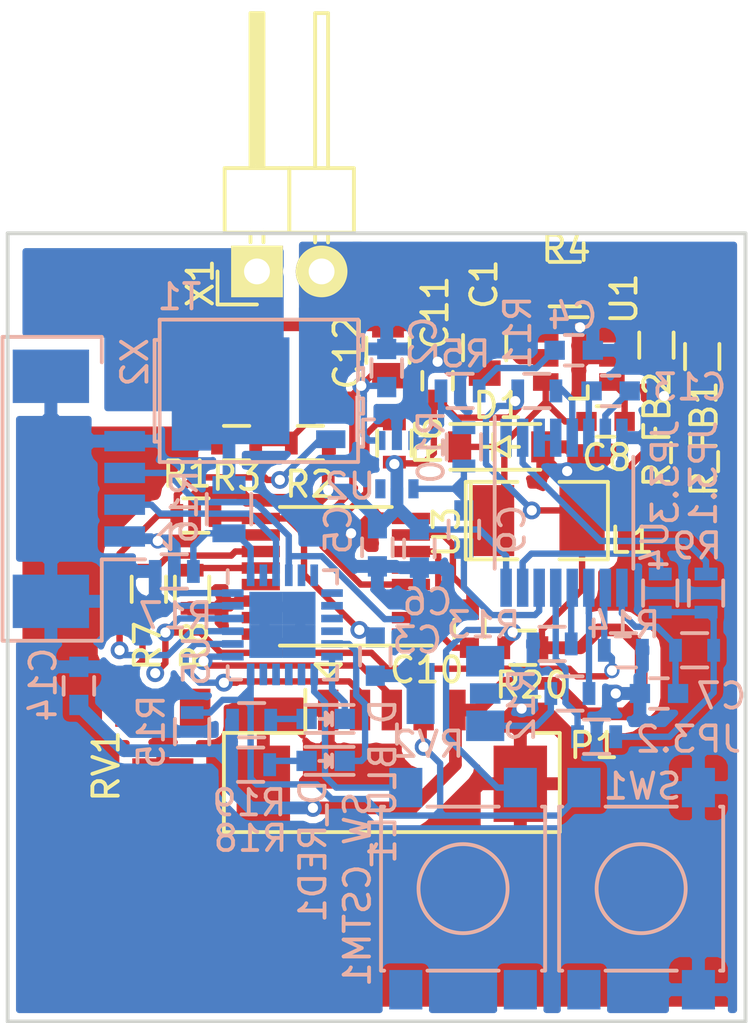
<source format=kicad_pcb>
(kicad_pcb (version 4) (host pcbnew 4.0.1-2.fc23-product)

  (general
    (links 122)
    (no_connects 8)
    (area 141.225 65.574999 174.375 106.100001)
    (thickness 1.6)
    (drawings 5)
    (tracks 469)
    (zones 0)
    (modules 56)
    (nets 67)
  )

  (page A4)
  (layers
    (0 F.Cu signal)
    (31 B.Cu signal)
    (32 B.Adhes user)
    (33 F.Adhes user)
    (34 B.Paste user)
    (35 F.Paste user)
    (36 B.SilkS user)
    (37 F.SilkS user)
    (38 B.Mask user)
    (39 F.Mask user)
    (40 Dwgs.User user)
    (41 Cmts.User user)
    (42 Eco1.User user)
    (43 Eco2.User user)
    (44 Edge.Cuts user)
    (45 Margin user)
    (46 B.CrtYd user)
    (47 F.CrtYd user)
    (48 B.Fab user hide)
    (49 F.Fab user hide)
  )

  (setup
    (last_trace_width 0.25)
    (user_trace_width 0.5)
    (trace_clearance 0.2)
    (zone_clearance 0.508)
    (zone_45_only no)
    (trace_min 0.2)
    (segment_width 0.2)
    (edge_width 0.15)
    (via_size 0.6)
    (via_drill 0.4)
    (via_min_size 0.4)
    (via_min_drill 0.3)
    (user_via 0.7 0.4)
    (uvia_size 0.3)
    (uvia_drill 0.1)
    (uvias_allowed no)
    (uvia_min_size 0.2)
    (uvia_min_drill 0.1)
    (pcb_text_width 0.3)
    (pcb_text_size 1.5 1.5)
    (mod_edge_width 0.15)
    (mod_text_size 1 1)
    (mod_text_width 0.15)
    (pad_size 2.4 1.1)
    (pad_drill 0)
    (pad_to_mask_clearance 0.2)
    (aux_axis_origin 0 0)
    (grid_origin 144.3 75)
    (visible_elements 7FFFFFFF)
    (pcbplotparams
      (layerselection 0x0d0f0_80000001)
      (usegerberextensions false)
      (excludeedgelayer true)
      (linewidth 0.100000)
      (plotframeref false)
      (viasonmask false)
      (mode 1)
      (useauxorigin false)
      (hpglpennumber 1)
      (hpglpenspeed 20)
      (hpglpendiameter 15)
      (hpglpenoverlay 2)
      (psnegative false)
      (psa4output false)
      (plotreference true)
      (plotvalue true)
      (plotinvisibletext false)
      (padsonsilk false)
      (subtractmaskfromsilk false)
      (outputformat 1)
      (mirror false)
      (drillshape 0)
      (scaleselection 1)
      (outputdirectory ""))
  )

  (net 0 "")
  (net 1 /coupling)
  (net 2 GND)
  (net 3 +3V3)
  (net 4 VCC)
  (net 5 /BLUE_ON)
  (net 6 "Net-(D_BLUE1-Pad2)")
  (net 7 /RED_ON)
  (net 8 "Net-(D_RED1-Pad2)")
  (net 9 /JP2)
  (net 10 "Net-(JP3.1-Pad1)")
  (net 11 /VCOin)
  (net 12 "Net-(JP3.2-Pad2)")
  (net 13 "Net-(JP3.3-Pad2)")
  (net 14 "Net-(P1-Pad2)")
  (net 15 "Net-(P1-Pad3)")
  (net 16 "Net-(P1-Pad4)")
  (net 17 /TX1_in)
  (net 18 /SHD)
  (net 19 /adc_0)
  (net 20 "Net-(R10-Pad2)")
  (net 21 "Net-(RV1-Pad1)")
  (net 22 "Net-(RV2-Pad1)")
  (net 23 "Net-(R_FB1-Pad2)")
  (net 24 /SW_CSTM)
  (net 25 "Net-(U3-Pad1)")
  (net 26 /RX1_out)
  (net 27 "Net-(C3-Pad1)")
  (net 28 "Net-(C4-Pad1)")
  (net 29 "Net-(C7-Pad1)")
  (net 30 "Net-(C8-Pad1)")
  (net 31 "Net-(C8-Pad2)")
  (net 32 "Net-(C9-Pad1)")
  (net 33 "Net-(C9-Pad2)")
  (net 34 "Net-(C10-Pad1)")
  (net 35 "Net-(C10-Pad2)")
  (net 36 "Net-(C13-Pad1)")
  (net 37 "Net-(C13-Pad2)")
  (net 38 "Net-(R6-Pad2)")
  (net 39 "Net-(R7-Pad1)")
  (net 40 "Net-(R7-Pad2)")
  (net 41 "Net-(R8-Pad1)")
  (net 42 "Net-(R11-Pad1)")
  (net 43 "Net-(R12-Pad1)")
  (net 44 "Net-(R12-Pad2)")
  (net 45 "Net-(R13-Pad1)")
  (net 46 "Net-(R20-Pad2)")
  (net 47 "Net-(U3-Pad2)")
  (net 48 "Net-(U3-Pad3)")
  (net 49 "Net-(U3-Pad10)")
  (net 50 "Net-(U3-Pad13)")
  (net 51 "Net-(U3-Pad15)")
  (net 52 "Net-(U3-Pad16)")
  (net 53 "Net-(U4-Pad1)")
  (net 54 "Net-(U5-Pad2)")
  (net 55 "Net-(U5-Pad3)")
  (net 56 "Net-(U5-Pad4)")
  (net 57 "Net-(U5-Pad5)")
  (net 58 "Net-(U5-Pad6)")
  (net 59 "Net-(U5-Pad7)")
  (net 60 "Net-(U5-Pad8)")
  (net 61 "Net-(U5-Pad9)")
  (net 62 "Net-(U5-Pad10)")
  (net 63 "Net-(U5-Pad14)")
  (net 64 "Net-(U5-Pad15)")
  (net 65 "Net-(U5-Pad16)")
  (net 66 "Net-(U5-Pad17)")

  (net_class Default "This is the default net class."
    (clearance 0.2)
    (trace_width 0.25)
    (via_dia 0.6)
    (via_drill 0.4)
    (uvia_dia 0.3)
    (uvia_drill 0.1)
    (add_net +3V3)
    (add_net /BLUE_ON)
    (add_net /JP2)
    (add_net /RED_ON)
    (add_net /RX1_out)
    (add_net /SHD)
    (add_net /SW_CSTM)
    (add_net /TX1_in)
    (add_net /VCOin)
    (add_net /adc_0)
    (add_net /coupling)
    (add_net GND)
    (add_net "Net-(C10-Pad1)")
    (add_net "Net-(C10-Pad2)")
    (add_net "Net-(C13-Pad1)")
    (add_net "Net-(C13-Pad2)")
    (add_net "Net-(C3-Pad1)")
    (add_net "Net-(C4-Pad1)")
    (add_net "Net-(C7-Pad1)")
    (add_net "Net-(C8-Pad1)")
    (add_net "Net-(C8-Pad2)")
    (add_net "Net-(C9-Pad1)")
    (add_net "Net-(C9-Pad2)")
    (add_net "Net-(D_BLUE1-Pad2)")
    (add_net "Net-(D_RED1-Pad2)")
    (add_net "Net-(JP3.1-Pad1)")
    (add_net "Net-(JP3.2-Pad2)")
    (add_net "Net-(JP3.3-Pad2)")
    (add_net "Net-(P1-Pad2)")
    (add_net "Net-(P1-Pad3)")
    (add_net "Net-(P1-Pad4)")
    (add_net "Net-(R10-Pad2)")
    (add_net "Net-(R11-Pad1)")
    (add_net "Net-(R12-Pad1)")
    (add_net "Net-(R12-Pad2)")
    (add_net "Net-(R13-Pad1)")
    (add_net "Net-(R20-Pad2)")
    (add_net "Net-(R6-Pad2)")
    (add_net "Net-(R7-Pad1)")
    (add_net "Net-(R7-Pad2)")
    (add_net "Net-(R8-Pad1)")
    (add_net "Net-(RV1-Pad1)")
    (add_net "Net-(RV2-Pad1)")
    (add_net "Net-(R_FB1-Pad2)")
    (add_net "Net-(U3-Pad1)")
    (add_net "Net-(U3-Pad10)")
    (add_net "Net-(U3-Pad13)")
    (add_net "Net-(U3-Pad15)")
    (add_net "Net-(U3-Pad16)")
    (add_net "Net-(U3-Pad2)")
    (add_net "Net-(U3-Pad3)")
    (add_net "Net-(U4-Pad1)")
    (add_net "Net-(U5-Pad10)")
    (add_net "Net-(U5-Pad14)")
    (add_net "Net-(U5-Pad15)")
    (add_net "Net-(U5-Pad16)")
    (add_net "Net-(U5-Pad17)")
    (add_net "Net-(U5-Pad2)")
    (add_net "Net-(U5-Pad3)")
    (add_net "Net-(U5-Pad4)")
    (add_net "Net-(U5-Pad5)")
    (add_net "Net-(U5-Pad6)")
    (add_net "Net-(U5-Pad7)")
    (add_net "Net-(U5-Pad8)")
    (add_net "Net-(U5-Pad9)")
    (add_net VCC)
  )

  (net_class pro4_default ""
    (clearance 0.25)
    (trace_width 0.2)
    (via_dia 0.7)
    (via_drill 0.4)
    (uvia_dia 0.3)
    (uvia_drill 0.1)
  )

  (module Resistors_SMD:R_0603 (layer B.Cu) (tedit 5415CC62) (tstamp 56E5B933)
    (at 168.2 91.4 180)
    (descr "Resistor SMD 0603, reflow soldering, Vishay (see dcrcw.pdf)")
    (tags "resistor 0603")
    (path /56E02E09)
    (attr smd)
    (fp_text reference R14 (at 0 1 180) (layer B.SilkS)
      (effects (font (size 1 1) (thickness 0.15)) (justify mirror))
    )
    (fp_text value 50k (at 0 -1.9 180) (layer B.Fab)
      (effects (font (size 1 1) (thickness 0.15)) (justify mirror))
    )
    (fp_line (start -1.3 0.8) (end 1.3 0.8) (layer B.CrtYd) (width 0.05))
    (fp_line (start -1.3 -0.8) (end 1.3 -0.8) (layer B.CrtYd) (width 0.05))
    (fp_line (start -1.3 0.8) (end -1.3 -0.8) (layer B.CrtYd) (width 0.05))
    (fp_line (start 1.3 0.8) (end 1.3 -0.8) (layer B.CrtYd) (width 0.05))
    (fp_line (start 0.5 -0.675) (end -0.5 -0.675) (layer B.SilkS) (width 0.15))
    (fp_line (start -0.5 0.675) (end 0.5 0.675) (layer B.SilkS) (width 0.15))
    (pad 1 smd rect (at -0.75 0 180) (size 0.5 0.9) (layers B.Cu B.Paste B.Mask)
      (net 2 GND))
    (pad 2 smd rect (at 0.75 0 180) (size 0.5 0.9) (layers B.Cu B.Paste B.Mask)
      (net 26 /RX1_out))
    (model Resistors_SMD.3dshapes/R_0603.wrl
      (at (xyz 0 0 0))
      (scale (xyz 1 1 1))
      (rotate (xyz 0 0 0))
    )
  )

  (module Resistors_SMD:R_0603 (layer B.Cu) (tedit 5415CC62) (tstamp 56E5B8FD)
    (at 165.4 91.15 180)
    (descr "Resistor SMD 0603, reflow soldering, Vishay (see dcrcw.pdf)")
    (tags "resistor 0603")
    (path /56E02F27)
    (attr smd)
    (fp_text reference R13 (at 2.7 0.75 180) (layer B.SilkS)
      (effects (font (size 1 1) (thickness 0.15)) (justify mirror))
    )
    (fp_text value R_Small (at 0 -1.9 180) (layer B.Fab)
      (effects (font (size 1 1) (thickness 0.15)) (justify mirror))
    )
    (fp_line (start -1.3 0.8) (end 1.3 0.8) (layer B.CrtYd) (width 0.05))
    (fp_line (start -1.3 -0.8) (end 1.3 -0.8) (layer B.CrtYd) (width 0.05))
    (fp_line (start -1.3 0.8) (end -1.3 -0.8) (layer B.CrtYd) (width 0.05))
    (fp_line (start 1.3 0.8) (end 1.3 -0.8) (layer B.CrtYd) (width 0.05))
    (fp_line (start 0.5 -0.675) (end -0.5 -0.675) (layer B.SilkS) (width 0.15))
    (fp_line (start -0.5 0.675) (end 0.5 0.675) (layer B.SilkS) (width 0.15))
    (pad 1 smd rect (at -0.75 0 180) (size 0.5 0.9) (layers B.Cu B.Paste B.Mask)
      (net 45 "Net-(R13-Pad1)"))
    (pad 2 smd rect (at 0.75 0 180) (size 0.5 0.9) (layers B.Cu B.Paste B.Mask)
      (net 2 GND))
    (model Resistors_SMD.3dshapes/R_0603.wrl
      (at (xyz 0 0 0))
      (scale (xyz 1 1 1))
      (rotate (xyz 0 0 0))
    )
  )

  (module Capacitors_SMD:C_0603 (layer B.Cu) (tedit 5415D631) (tstamp 56E5B85E)
    (at 158.9 80.3 90)
    (descr "Capacitor SMD 0603, reflow soldering, AVX (see smccp.pdf)")
    (tags "capacitor 0603")
    (path /56E804A0)
    (attr smd)
    (fp_text reference C2 (at 1.05 1.45 90) (layer B.SilkS)
      (effects (font (size 1 1) (thickness 0.15)) (justify mirror))
    )
    (fp_text value C_Small (at 0 -1.9 90) (layer B.Fab)
      (effects (font (size 1 1) (thickness 0.15)) (justify mirror))
    )
    (fp_line (start -1.45 0.75) (end 1.45 0.75) (layer B.CrtYd) (width 0.05))
    (fp_line (start -1.45 -0.75) (end 1.45 -0.75) (layer B.CrtYd) (width 0.05))
    (fp_line (start -1.45 0.75) (end -1.45 -0.75) (layer B.CrtYd) (width 0.05))
    (fp_line (start 1.45 0.75) (end 1.45 -0.75) (layer B.CrtYd) (width 0.05))
    (fp_line (start -0.35 0.6) (end 0.35 0.6) (layer B.SilkS) (width 0.15))
    (fp_line (start 0.35 -0.6) (end -0.35 -0.6) (layer B.SilkS) (width 0.15))
    (pad 1 smd rect (at -0.75 0 90) (size 0.8 0.75) (layers B.Cu B.Paste B.Mask)
      (net 1 /coupling))
    (pad 2 smd rect (at 0.75 0 90) (size 0.8 0.75) (layers B.Cu B.Paste B.Mask)
      (net 2 GND))
    (model Capacitors_SMD.3dshapes/C_0603.wrl
      (at (xyz 0 0 0))
      (scale (xyz 1 1 1))
      (rotate (xyz 0 0 0))
    )
  )

  (module Capacitors_SMD:C_0603 (layer B.Cu) (tedit 5415D631) (tstamp 56E5B864)
    (at 167.7 81.2)
    (descr "Capacitor SMD 0603, reflow soldering, AVX (see smccp.pdf)")
    (tags "capacitor 0603")
    (path /56E02FC0)
    (attr smd)
    (fp_text reference C13 (at 3.1 -0.15) (layer B.SilkS)
      (effects (font (size 1 1) (thickness 0.15)) (justify mirror))
    )
    (fp_text value C_Small (at 0 -1.9) (layer B.Fab)
      (effects (font (size 1 1) (thickness 0.15)) (justify mirror))
    )
    (fp_line (start -1.45 0.75) (end 1.45 0.75) (layer B.CrtYd) (width 0.05))
    (fp_line (start -1.45 -0.75) (end 1.45 -0.75) (layer B.CrtYd) (width 0.05))
    (fp_line (start -1.45 0.75) (end -1.45 -0.75) (layer B.CrtYd) (width 0.05))
    (fp_line (start 1.45 0.75) (end 1.45 -0.75) (layer B.CrtYd) (width 0.05))
    (fp_line (start -0.35 0.6) (end 0.35 0.6) (layer B.SilkS) (width 0.15))
    (fp_line (start 0.35 -0.6) (end -0.35 -0.6) (layer B.SilkS) (width 0.15))
    (pad 1 smd rect (at -0.75 0) (size 0.8 0.75) (layers B.Cu B.Paste B.Mask)
      (net 36 "Net-(C13-Pad1)"))
    (pad 2 smd rect (at 0.75 0) (size 0.8 0.75) (layers B.Cu B.Paste B.Mask)
      (net 37 "Net-(C13-Pad2)"))
    (model Capacitors_SMD.3dshapes/C_0603.wrl
      (at (xyz 0 0 0))
      (scale (xyz 1 1 1))
      (rotate (xyz 0 0 0))
    )
  )

  (module Capacitors_SMD:C_0603 (layer F.Cu) (tedit 5415D631) (tstamp 56E5B86A)
    (at 162.15 90.55 90)
    (descr "Capacitor SMD 0603, reflow soldering, AVX (see smccp.pdf)")
    (tags "capacitor 0603")
    (path /56DE088F)
    (attr smd)
    (fp_text reference C10 (at -1.625 -1.675 360) (layer F.SilkS)
      (effects (font (size 1 1) (thickness 0.15)))
    )
    (fp_text value C_Small (at 0 1.9 90) (layer F.Fab)
      (effects (font (size 1 1) (thickness 0.15)))
    )
    (fp_line (start -1.45 -0.75) (end 1.45 -0.75) (layer F.CrtYd) (width 0.05))
    (fp_line (start -1.45 0.75) (end 1.45 0.75) (layer F.CrtYd) (width 0.05))
    (fp_line (start -1.45 -0.75) (end -1.45 0.75) (layer F.CrtYd) (width 0.05))
    (fp_line (start 1.45 -0.75) (end 1.45 0.75) (layer F.CrtYd) (width 0.05))
    (fp_line (start -0.35 -0.6) (end 0.35 -0.6) (layer F.SilkS) (width 0.15))
    (fp_line (start 0.35 0.6) (end -0.35 0.6) (layer F.SilkS) (width 0.15))
    (pad 1 smd rect (at -0.75 0 90) (size 0.8 0.75) (layers F.Cu F.Paste F.Mask)
      (net 34 "Net-(C10-Pad1)"))
    (pad 2 smd rect (at 0.75 0 90) (size 0.8 0.75) (layers F.Cu F.Paste F.Mask)
      (net 35 "Net-(C10-Pad2)"))
    (model Capacitors_SMD.3dshapes/C_0603.wrl
      (at (xyz 0 0 0))
      (scale (xyz 1 1 1))
      (rotate (xyz 0 0 0))
    )
  )

  (module Capacitors_SMD:C_0603 (layer B.Cu) (tedit 5415D631) (tstamp 56E5B870)
    (at 166.25 79.6)
    (descr "Capacitor SMD 0603, reflow soldering, AVX (see smccp.pdf)")
    (tags "capacitor 0603")
    (path /56E85D2B)
    (attr smd)
    (fp_text reference C4 (at -0.05 -1.35) (layer B.SilkS)
      (effects (font (size 1 1) (thickness 0.15)) (justify mirror))
    )
    (fp_text value C_Small (at 0 -1.9) (layer B.Fab)
      (effects (font (size 1 1) (thickness 0.15)) (justify mirror))
    )
    (fp_line (start -1.45 0.75) (end 1.45 0.75) (layer B.CrtYd) (width 0.05))
    (fp_line (start -1.45 -0.75) (end 1.45 -0.75) (layer B.CrtYd) (width 0.05))
    (fp_line (start -1.45 0.75) (end -1.45 -0.75) (layer B.CrtYd) (width 0.05))
    (fp_line (start 1.45 0.75) (end 1.45 -0.75) (layer B.CrtYd) (width 0.05))
    (fp_line (start -0.35 0.6) (end 0.35 0.6) (layer B.SilkS) (width 0.15))
    (fp_line (start 0.35 -0.6) (end -0.35 -0.6) (layer B.SilkS) (width 0.15))
    (pad 1 smd rect (at -0.75 0) (size 0.8 0.75) (layers B.Cu B.Paste B.Mask)
      (net 28 "Net-(C4-Pad1)"))
    (pad 2 smd rect (at 0.75 0) (size 0.8 0.75) (layers B.Cu B.Paste B.Mask)
      (net 2 GND))
    (model Capacitors_SMD.3dshapes/C_0603.wrl
      (at (xyz 0 0 0))
      (scale (xyz 1 1 1))
      (rotate (xyz 0 0 0))
    )
  )

  (module Capacitors_SMD:C_0603 (layer B.Cu) (tedit 5415D631) (tstamp 56E5B876)
    (at 169.6 93.1 180)
    (descr "Capacitor SMD 0603, reflow soldering, AVX (see smccp.pdf)")
    (tags "capacitor 0603")
    (path /56E07C25)
    (attr smd)
    (fp_text reference C7 (at -2.45 -0.1 180) (layer B.SilkS)
      (effects (font (size 1 1) (thickness 0.15)) (justify mirror))
    )
    (fp_text value C_Small (at 0 -1.9 180) (layer B.Fab)
      (effects (font (size 1 1) (thickness 0.15)) (justify mirror))
    )
    (fp_line (start -1.45 0.75) (end 1.45 0.75) (layer B.CrtYd) (width 0.05))
    (fp_line (start -1.45 -0.75) (end 1.45 -0.75) (layer B.CrtYd) (width 0.05))
    (fp_line (start -1.45 0.75) (end -1.45 -0.75) (layer B.CrtYd) (width 0.05))
    (fp_line (start 1.45 0.75) (end 1.45 -0.75) (layer B.CrtYd) (width 0.05))
    (fp_line (start -0.35 0.6) (end 0.35 0.6) (layer B.SilkS) (width 0.15))
    (fp_line (start 0.35 -0.6) (end -0.35 -0.6) (layer B.SilkS) (width 0.15))
    (pad 1 smd rect (at -0.75 0 180) (size 0.8 0.75) (layers B.Cu B.Paste B.Mask)
      (net 29 "Net-(C7-Pad1)"))
    (pad 2 smd rect (at 0.75 0 180) (size 0.8 0.75) (layers B.Cu B.Paste B.Mask)
      (net 2 GND))
    (model Capacitors_SMD.3dshapes/C_0603.wrl
      (at (xyz 0 0 0))
      (scale (xyz 1 1 1))
      (rotate (xyz 0 0 0))
    )
  )

  (module Capacitors_SMD:C_0603 (layer B.Cu) (tedit 5415D631) (tstamp 56E5B87C)
    (at 158.45 91.65 270)
    (descr "Capacitor SMD 0603, reflow soldering, AVX (see smccp.pdf)")
    (tags "capacitor 0603")
    (path /56DE1352)
    (attr smd)
    (fp_text reference C3 (at -0.65 -1.65 360) (layer B.SilkS)
      (effects (font (size 1 1) (thickness 0.15)) (justify mirror))
    )
    (fp_text value C_Small (at 0 -1.9 270) (layer B.Fab)
      (effects (font (size 1 1) (thickness 0.15)) (justify mirror))
    )
    (fp_line (start -1.45 0.75) (end 1.45 0.75) (layer B.CrtYd) (width 0.05))
    (fp_line (start -1.45 -0.75) (end 1.45 -0.75) (layer B.CrtYd) (width 0.05))
    (fp_line (start -1.45 0.75) (end -1.45 -0.75) (layer B.CrtYd) (width 0.05))
    (fp_line (start 1.45 0.75) (end 1.45 -0.75) (layer B.CrtYd) (width 0.05))
    (fp_line (start -0.35 0.6) (end 0.35 0.6) (layer B.SilkS) (width 0.15))
    (fp_line (start 0.35 -0.6) (end -0.35 -0.6) (layer B.SilkS) (width 0.15))
    (pad 1 smd rect (at -0.75 0 270) (size 0.8 0.75) (layers B.Cu B.Paste B.Mask)
      (net 27 "Net-(C3-Pad1)"))
    (pad 2 smd rect (at 0.75 0 270) (size 0.8 0.75) (layers B.Cu B.Paste B.Mask)
      (net 2 GND))
    (model Capacitors_SMD.3dshapes/C_0603.wrl
      (at (xyz 0 0 0))
      (scale (xyz 1 1 1))
      (rotate (xyz 0 0 0))
    )
  )

  (module Capacitors_SMD:C_0603 (layer B.Cu) (tedit 5415D631) (tstamp 56E5B882)
    (at 158.532228 87.35 270)
    (descr "Capacitor SMD 0603, reflow soldering, AVX (see smccp.pdf)")
    (tags "capacitor 0603")
    (path /56E800CE)
    (attr smd)
    (fp_text reference C5 (at -0.7 1.532228 270) (layer B.SilkS)
      (effects (font (size 1 1) (thickness 0.15)) (justify mirror))
    )
    (fp_text value 0.1u (at 0 -1.9 270) (layer B.Fab)
      (effects (font (size 1 1) (thickness 0.15)) (justify mirror))
    )
    (fp_line (start -1.45 0.75) (end 1.45 0.75) (layer B.CrtYd) (width 0.05))
    (fp_line (start -1.45 -0.75) (end 1.45 -0.75) (layer B.CrtYd) (width 0.05))
    (fp_line (start -1.45 0.75) (end -1.45 -0.75) (layer B.CrtYd) (width 0.05))
    (fp_line (start 1.45 0.75) (end 1.45 -0.75) (layer B.CrtYd) (width 0.05))
    (fp_line (start -0.35 0.6) (end 0.35 0.6) (layer B.SilkS) (width 0.15))
    (fp_line (start 0.35 -0.6) (end -0.35 -0.6) (layer B.SilkS) (width 0.15))
    (pad 1 smd rect (at -0.75 0 270) (size 0.8 0.75) (layers B.Cu B.Paste B.Mask)
      (net 3 +3V3))
    (pad 2 smd rect (at 0.75 0 270) (size 0.8 0.75) (layers B.Cu B.Paste B.Mask)
      (net 2 GND))
    (model Capacitors_SMD.3dshapes/C_0603.wrl
      (at (xyz 0 0 0))
      (scale (xyz 1 1 1))
      (rotate (xyz 0 0 0))
    )
  )

  (module Capacitors_SMD:C_0603 (layer B.Cu) (tedit 5415D631) (tstamp 56E5B888)
    (at 160.182228 87.4 90)
    (descr "Capacitor SMD 0603, reflow soldering, AVX (see smccp.pdf)")
    (tags "capacitor 0603")
    (path /56E80191)
    (attr smd)
    (fp_text reference C6 (at -2.1 0.317772 180) (layer B.SilkS)
      (effects (font (size 1 1) (thickness 0.15)) (justify mirror))
    )
    (fp_text value 1u (at 0 -1.9 90) (layer B.Fab)
      (effects (font (size 1 1) (thickness 0.15)) (justify mirror))
    )
    (fp_line (start -1.45 0.75) (end 1.45 0.75) (layer B.CrtYd) (width 0.05))
    (fp_line (start -1.45 -0.75) (end 1.45 -0.75) (layer B.CrtYd) (width 0.05))
    (fp_line (start -1.45 0.75) (end -1.45 -0.75) (layer B.CrtYd) (width 0.05))
    (fp_line (start 1.45 0.75) (end 1.45 -0.75) (layer B.CrtYd) (width 0.05))
    (fp_line (start -0.35 0.6) (end 0.35 0.6) (layer B.SilkS) (width 0.15))
    (fp_line (start 0.35 -0.6) (end -0.35 -0.6) (layer B.SilkS) (width 0.15))
    (pad 1 smd rect (at -0.75 0 90) (size 0.8 0.75) (layers B.Cu B.Paste B.Mask)
      (net 2 GND))
    (pad 2 smd rect (at 0.75 0 90) (size 0.8 0.75) (layers B.Cu B.Paste B.Mask)
      (net 3 +3V3))
    (model Capacitors_SMD.3dshapes/C_0603.wrl
      (at (xyz 0 0 0))
      (scale (xyz 1 1 1))
      (rotate (xyz 0 0 0))
    )
  )

  (module Capacitors_SMD:C_0603 (layer B.Cu) (tedit 5415D631) (tstamp 56E5B88E)
    (at 161.932228 86.65 90)
    (descr "Capacitor SMD 0603, reflow soldering, AVX (see smccp.pdf)")
    (tags "capacitor 0603")
    (path /56E8192C)
    (attr smd)
    (fp_text reference C9 (at 0 1.9 90) (layer B.SilkS)
      (effects (font (size 1 1) (thickness 0.15)) (justify mirror))
    )
    (fp_text value C_Small (at 0 -1.9 90) (layer B.Fab)
      (effects (font (size 1 1) (thickness 0.15)) (justify mirror))
    )
    (fp_line (start -1.45 0.75) (end 1.45 0.75) (layer B.CrtYd) (width 0.05))
    (fp_line (start -1.45 -0.75) (end 1.45 -0.75) (layer B.CrtYd) (width 0.05))
    (fp_line (start -1.45 0.75) (end -1.45 -0.75) (layer B.CrtYd) (width 0.05))
    (fp_line (start 1.45 0.75) (end 1.45 -0.75) (layer B.CrtYd) (width 0.05))
    (fp_line (start -0.35 0.6) (end 0.35 0.6) (layer B.SilkS) (width 0.15))
    (fp_line (start 0.35 -0.6) (end -0.35 -0.6) (layer B.SilkS) (width 0.15))
    (pad 1 smd rect (at -0.75 0 90) (size 0.8 0.75) (layers B.Cu B.Paste B.Mask)
      (net 32 "Net-(C9-Pad1)"))
    (pad 2 smd rect (at 0.75 0 90) (size 0.8 0.75) (layers B.Cu B.Paste B.Mask)
      (net 33 "Net-(C9-Pad2)"))
    (model Capacitors_SMD.3dshapes/C_0603.wrl
      (at (xyz 0 0 0))
      (scale (xyz 1 1 1))
      (rotate (xyz 0 0 0))
    )
  )

  (module Capacitors_SMD:C_0603 (layer F.Cu) (tedit 5415D631) (tstamp 56E5B894)
    (at 167.5 82.4 180)
    (descr "Capacitor SMD 0603, reflow soldering, AVX (see smccp.pdf)")
    (tags "capacitor 0603")
    (path /56E0777A)
    (attr smd)
    (fp_text reference C8 (at -0.05 -1.425 180) (layer F.SilkS)
      (effects (font (size 1 1) (thickness 0.15)))
    )
    (fp_text value 100nF (at 0 1.9 180) (layer F.Fab)
      (effects (font (size 1 1) (thickness 0.15)))
    )
    (fp_line (start -1.45 -0.75) (end 1.45 -0.75) (layer F.CrtYd) (width 0.05))
    (fp_line (start -1.45 0.75) (end 1.45 0.75) (layer F.CrtYd) (width 0.05))
    (fp_line (start -1.45 -0.75) (end -1.45 0.75) (layer F.CrtYd) (width 0.05))
    (fp_line (start 1.45 -0.75) (end 1.45 0.75) (layer F.CrtYd) (width 0.05))
    (fp_line (start -0.35 -0.6) (end 0.35 -0.6) (layer F.SilkS) (width 0.15))
    (fp_line (start 0.35 0.6) (end -0.35 0.6) (layer F.SilkS) (width 0.15))
    (pad 1 smd rect (at -0.75 0 180) (size 0.8 0.75) (layers F.Cu F.Paste F.Mask)
      (net 30 "Net-(C8-Pad1)"))
    (pad 2 smd rect (at 0.75 0 180) (size 0.8 0.75) (layers F.Cu F.Paste F.Mask)
      (net 31 "Net-(C8-Pad2)"))
    (model Capacitors_SMD.3dshapes/C_0603.wrl
      (at (xyz 0 0 0))
      (scale (xyz 1 1 1))
      (rotate (xyz 0 0 0))
    )
  )

  (module Capacitors_SMD:C_0805 (layer F.Cu) (tedit 5415D6EA) (tstamp 56E5B89A)
    (at 158.95 79.6 270)
    (descr "Capacitor SMD 0805, reflow soldering, AVX (see smccp.pdf)")
    (tags "capacitor 0805")
    (path /56E566D3)
    (attr smd)
    (fp_text reference C12 (at 0.1 1.6 270) (layer F.SilkS)
      (effects (font (size 1 1) (thickness 0.15)))
    )
    (fp_text value C_Small (at 0 2.1 270) (layer F.Fab)
      (effects (font (size 1 1) (thickness 0.15)))
    )
    (fp_line (start -1.8 -1) (end 1.8 -1) (layer F.CrtYd) (width 0.05))
    (fp_line (start -1.8 1) (end 1.8 1) (layer F.CrtYd) (width 0.05))
    (fp_line (start -1.8 -1) (end -1.8 1) (layer F.CrtYd) (width 0.05))
    (fp_line (start 1.8 -1) (end 1.8 1) (layer F.CrtYd) (width 0.05))
    (fp_line (start 0.5 -0.85) (end -0.5 -0.85) (layer F.SilkS) (width 0.15))
    (fp_line (start -0.5 0.85) (end 0.5 0.85) (layer F.SilkS) (width 0.15))
    (pad 1 smd rect (at -1 0 270) (size 1 1.25) (layers F.Cu F.Paste F.Mask)
      (net 4 VCC))
    (pad 2 smd rect (at 1 0 270) (size 1 1.25) (layers F.Cu F.Paste F.Mask)
      (net 1 /coupling))
    (model Capacitors_SMD.3dshapes/C_0805.wrl
      (at (xyz 0 0 0))
      (scale (xyz 1 1 1))
      (rotate (xyz 0 0 0))
    )
  )

  (module Capacitors_SMD:C_0805 (layer F.Cu) (tedit 5415D6EA) (tstamp 56E5B8A0)
    (at 162.75 79.5 270)
    (descr "Capacitor SMD 0805, reflow soldering, AVX (see smccp.pdf)")
    (tags "capacitor 0805")
    (path /56E0768A)
    (attr smd)
    (fp_text reference C1 (at -2.5 0.025 450) (layer F.SilkS)
      (effects (font (size 1 1) (thickness 0.15)))
    )
    (fp_text value 2.2uF (at 0 2.1 270) (layer F.Fab)
      (effects (font (size 1 1) (thickness 0.15)))
    )
    (fp_line (start -1.8 -1) (end 1.8 -1) (layer F.CrtYd) (width 0.05))
    (fp_line (start -1.8 1) (end 1.8 1) (layer F.CrtYd) (width 0.05))
    (fp_line (start -1.8 -1) (end -1.8 1) (layer F.CrtYd) (width 0.05))
    (fp_line (start 1.8 -1) (end 1.8 1) (layer F.CrtYd) (width 0.05))
    (fp_line (start 0.5 -0.85) (end -0.5 -0.85) (layer F.SilkS) (width 0.15))
    (fp_line (start -0.5 0.85) (end 0.5 0.85) (layer F.SilkS) (width 0.15))
    (pad 1 smd rect (at -1 0 270) (size 1 1.25) (layers F.Cu F.Paste F.Mask)
      (net 4 VCC))
    (pad 2 smd rect (at 1 0 270) (size 1 1.25) (layers F.Cu F.Paste F.Mask)
      (net 2 GND))
    (model Capacitors_SMD.3dshapes/C_0805.wrl
      (at (xyz 0 0 0))
      (scale (xyz 1 1 1))
      (rotate (xyz 0 0 0))
    )
  )

  (module Capacitors_SMD:C_0603 (layer F.Cu) (tedit 5415D631) (tstamp 56E5B8A6)
    (at 160.9 80.8 90)
    (descr "Capacitor SMD 0603, reflow soldering, AVX (see smccp.pdf)")
    (tags "capacitor 0603")
    (path /56E077C7)
    (attr smd)
    (fp_text reference C11 (at 2.675 -0.1 90) (layer F.SilkS)
      (effects (font (size 1 1) (thickness 0.15)))
    )
    (fp_text value 10uF (at 0 1.9 90) (layer F.Fab)
      (effects (font (size 1 1) (thickness 0.15)))
    )
    (fp_line (start -1.45 -0.75) (end 1.45 -0.75) (layer F.CrtYd) (width 0.05))
    (fp_line (start -1.45 0.75) (end 1.45 0.75) (layer F.CrtYd) (width 0.05))
    (fp_line (start -1.45 -0.75) (end -1.45 0.75) (layer F.CrtYd) (width 0.05))
    (fp_line (start 1.45 -0.75) (end 1.45 0.75) (layer F.CrtYd) (width 0.05))
    (fp_line (start -0.35 -0.6) (end 0.35 -0.6) (layer F.SilkS) (width 0.15))
    (fp_line (start 0.35 0.6) (end -0.35 0.6) (layer F.SilkS) (width 0.15))
    (pad 1 smd rect (at -0.75 0 90) (size 0.8 0.75) (layers F.Cu F.Paste F.Mask)
      (net 3 +3V3))
    (pad 2 smd rect (at 0.75 0 90) (size 0.8 0.75) (layers F.Cu F.Paste F.Mask)
      (net 2 GND))
    (model Capacitors_SMD.3dshapes/C_0603.wrl
      (at (xyz 0 0 0))
      (scale (xyz 1 1 1))
      (rotate (xyz 0 0 0))
    )
  )

  (module Diodes_SMD:SOD-123 (layer F.Cu) (tedit 5530FCB9) (tstamp 56E5B8AC)
    (at 163.4 83.4)
    (descr SOD-123)
    (tags SOD-123)
    (path /56E393B2)
    (attr smd)
    (fp_text reference D1 (at -0.125 -1.625) (layer F.SilkS)
      (effects (font (size 1 1) (thickness 0.15)))
    )
    (fp_text value D_Schottky_Small (at 0 2.1) (layer F.Fab)
      (effects (font (size 1 1) (thickness 0.15)))
    )
    (fp_line (start 0.3175 0) (end 0.6985 0) (layer F.SilkS) (width 0.15))
    (fp_line (start -0.6985 0) (end -0.3175 0) (layer F.SilkS) (width 0.15))
    (fp_line (start -0.3175 0) (end 0.3175 -0.381) (layer F.SilkS) (width 0.15))
    (fp_line (start 0.3175 -0.381) (end 0.3175 0.381) (layer F.SilkS) (width 0.15))
    (fp_line (start 0.3175 0.381) (end -0.3175 0) (layer F.SilkS) (width 0.15))
    (fp_line (start -0.3175 -0.508) (end -0.3175 0.508) (layer F.SilkS) (width 0.15))
    (fp_line (start -2.25 -1.05) (end 2.25 -1.05) (layer F.CrtYd) (width 0.05))
    (fp_line (start 2.25 -1.05) (end 2.25 1.05) (layer F.CrtYd) (width 0.05))
    (fp_line (start 2.25 1.05) (end -2.25 1.05) (layer F.CrtYd) (width 0.05))
    (fp_line (start -2.25 -1.05) (end -2.25 1.05) (layer F.CrtYd) (width 0.05))
    (fp_line (start -2 0.9) (end 1.54 0.9) (layer F.SilkS) (width 0.15))
    (fp_line (start -2 -0.9) (end 1.54 -0.9) (layer F.SilkS) (width 0.15))
    (pad 1 smd rect (at -1.635 0) (size 0.91 1.22) (layers F.Cu F.Paste F.Mask)
      (net 31 "Net-(C8-Pad2)"))
    (pad 2 smd rect (at 1.635 0) (size 0.91 1.22) (layers F.Cu F.Paste F.Mask)
      (net 2 GND))
  )

  (module Resistors_SMD:R_0603 (layer B.Cu) (tedit 5415CC62) (tstamp 56E5B8C4)
    (at 171.45 89.15 270)
    (descr "Resistor SMD 0603, reflow soldering, Vishay (see dcrcw.pdf)")
    (tags "resistor 0603")
    (path /56E02E94)
    (attr smd)
    (fp_text reference JP3.1 (at -4.7 0.1 270) (layer B.SilkS)
      (effects (font (size 1 1) (thickness 0.15)) (justify mirror))
    )
    (fp_text value R_Small (at 0 -1.9 270) (layer B.Fab)
      (effects (font (size 1 1) (thickness 0.15)) (justify mirror))
    )
    (fp_line (start -1.3 0.8) (end 1.3 0.8) (layer B.CrtYd) (width 0.05))
    (fp_line (start -1.3 -0.8) (end 1.3 -0.8) (layer B.CrtYd) (width 0.05))
    (fp_line (start -1.3 0.8) (end -1.3 -0.8) (layer B.CrtYd) (width 0.05))
    (fp_line (start 1.3 0.8) (end 1.3 -0.8) (layer B.CrtYd) (width 0.05))
    (fp_line (start 0.5 -0.675) (end -0.5 -0.675) (layer B.SilkS) (width 0.15))
    (fp_line (start -0.5 0.675) (end 0.5 0.675) (layer B.SilkS) (width 0.15))
    (pad 1 smd rect (at -0.75 0 270) (size 0.5 0.9) (layers B.Cu B.Paste B.Mask)
      (net 10 "Net-(JP3.1-Pad1)"))
    (pad 2 smd rect (at 0.75 0 270) (size 0.5 0.9) (layers B.Cu B.Paste B.Mask)
      (net 11 /VCOin))
    (model Resistors_SMD.3dshapes/R_0603.wrl
      (at (xyz 0 0 0))
      (scale (xyz 1 1 1))
      (rotate (xyz 0 0 0))
    )
  )

  (module Resistors_SMD:R_0603 (layer B.Cu) (tedit 5415CC62) (tstamp 56E5B8CA)
    (at 167.15 94.8 180)
    (descr "Resistor SMD 0603, reflow soldering, Vishay (see dcrcw.pdf)")
    (tags "resistor 0603")
    (path /56E06C5D)
    (attr smd)
    (fp_text reference JP3.2 (at -3.6 -0.1 180) (layer B.SilkS)
      (effects (font (size 1 1) (thickness 0.15)) (justify mirror))
    )
    (fp_text value R_Small (at 0 -1.9 180) (layer B.Fab)
      (effects (font (size 1 1) (thickness 0.15)) (justify mirror))
    )
    (fp_line (start -1.3 0.8) (end 1.3 0.8) (layer B.CrtYd) (width 0.05))
    (fp_line (start -1.3 -0.8) (end 1.3 -0.8) (layer B.CrtYd) (width 0.05))
    (fp_line (start -1.3 0.8) (end -1.3 -0.8) (layer B.CrtYd) (width 0.05))
    (fp_line (start 1.3 0.8) (end 1.3 -0.8) (layer B.CrtYd) (width 0.05))
    (fp_line (start 0.5 -0.675) (end -0.5 -0.675) (layer B.SilkS) (width 0.15))
    (fp_line (start -0.5 0.675) (end 0.5 0.675) (layer B.SilkS) (width 0.15))
    (pad 1 smd rect (at -0.75 0 180) (size 0.5 0.9) (layers B.Cu B.Paste B.Mask)
      (net 11 /VCOin))
    (pad 2 smd rect (at 0.75 0 180) (size 0.5 0.9) (layers B.Cu B.Paste B.Mask)
      (net 12 "Net-(JP3.2-Pad2)"))
    (model Resistors_SMD.3dshapes/R_0603.wrl
      (at (xyz 0 0 0))
      (scale (xyz 1 1 1))
      (rotate (xyz 0 0 0))
    )
  )

  (module Resistors_SMD:R_0603 (layer B.Cu) (tedit 5415CC62) (tstamp 56E5B8D0)
    (at 169.65 89.15 90)
    (descr "Resistor SMD 0603, reflow soldering, Vishay (see dcrcw.pdf)")
    (tags "resistor 0603")
    (path /56E06CBA)
    (attr smd)
    (fp_text reference JP3.3 (at 4.75 0.2 90) (layer B.SilkS)
      (effects (font (size 1 1) (thickness 0.15)) (justify mirror))
    )
    (fp_text value R_Small (at 0 -1.9 90) (layer B.Fab)
      (effects (font (size 1 1) (thickness 0.15)) (justify mirror))
    )
    (fp_line (start -1.3 0.8) (end 1.3 0.8) (layer B.CrtYd) (width 0.05))
    (fp_line (start -1.3 -0.8) (end 1.3 -0.8) (layer B.CrtYd) (width 0.05))
    (fp_line (start -1.3 0.8) (end -1.3 -0.8) (layer B.CrtYd) (width 0.05))
    (fp_line (start 1.3 0.8) (end 1.3 -0.8) (layer B.CrtYd) (width 0.05))
    (fp_line (start 0.5 -0.675) (end -0.5 -0.675) (layer B.SilkS) (width 0.15))
    (fp_line (start -0.5 0.675) (end 0.5 0.675) (layer B.SilkS) (width 0.15))
    (pad 1 smd rect (at -0.75 0 90) (size 0.5 0.9) (layers B.Cu B.Paste B.Mask)
      (net 11 /VCOin))
    (pad 2 smd rect (at 0.75 0 90) (size 0.5 0.9) (layers B.Cu B.Paste B.Mask)
      (net 13 "Net-(JP3.3-Pad2)"))
    (model Resistors_SMD.3dshapes/R_0603.wrl
      (at (xyz 0 0 0))
      (scale (xyz 1 1 1))
      (rotate (xyz 0 0 0))
    )
  )

  (module SMD_Packages:SMD-1210_Pol (layer F.Cu) (tedit 0) (tstamp 56E5B8D6)
    (at 164.8 86.3)
    (tags "CMS SM")
    (path /56E07BCB)
    (attr smd)
    (fp_text reference L1 (at 3.725 0.775) (layer F.SilkS)
      (effects (font (size 1 1) (thickness 0.15)))
    )
    (fp_text value 22uH (at 0 0.762) (layer F.Fab)
      (effects (font (size 1 1) (thickness 0.15)))
    )
    (fp_line (start -2.794 -1.524) (end -2.794 1.524) (layer F.SilkS) (width 0.15))
    (fp_line (start 0.889 1.524) (end 2.794 1.524) (layer F.SilkS) (width 0.15))
    (fp_line (start 2.794 1.524) (end 2.794 -1.524) (layer F.SilkS) (width 0.15))
    (fp_line (start 2.794 -1.524) (end 0.889 -1.524) (layer F.SilkS) (width 0.15))
    (fp_line (start -0.762 -1.524) (end -2.794 -1.524) (layer F.SilkS) (width 0.15))
    (fp_line (start -2.594 -1.524) (end -2.594 1.524) (layer F.SilkS) (width 0.15))
    (fp_line (start -2.794 1.524) (end -0.762 1.524) (layer F.SilkS) (width 0.15))
    (pad 1 smd rect (at -1.778 0) (size 1.778 2.794) (layers F.Cu F.Paste F.Mask)
      (net 31 "Net-(C8-Pad2)"))
    (pad 2 smd rect (at 1.778 0) (size 1.778 2.794) (layers F.Cu F.Paste F.Mask)
      (net 3 +3V3))
    (model SMD_Packages.3dshapes/SMD-1210_Pol.wrl
      (at (xyz 0 0 0))
      (scale (xyz 0.2 0.2 0.2))
      (rotate (xyz 0 0 0))
    )
  )

  (module Resistors_SMD:R_0603 (layer F.Cu) (tedit 5415CC62) (tstamp 56E5B8F1)
    (at 149.55 89 270)
    (descr "Resistor SMD 0603, reflow soldering, Vishay (see dcrcw.pdf)")
    (tags "resistor 0603")
    (path /56DE14BB)
    (attr smd)
    (fp_text reference R7 (at 2.225 0.05 450) (layer F.SilkS)
      (effects (font (size 1 1) (thickness 0.15)))
    )
    (fp_text value R_Small (at 0 1.9 270) (layer F.Fab)
      (effects (font (size 1 1) (thickness 0.15)))
    )
    (fp_line (start -1.3 -0.8) (end 1.3 -0.8) (layer F.CrtYd) (width 0.05))
    (fp_line (start -1.3 0.8) (end 1.3 0.8) (layer F.CrtYd) (width 0.05))
    (fp_line (start -1.3 -0.8) (end -1.3 0.8) (layer F.CrtYd) (width 0.05))
    (fp_line (start 1.3 -0.8) (end 1.3 0.8) (layer F.CrtYd) (width 0.05))
    (fp_line (start 0.5 0.675) (end -0.5 0.675) (layer F.SilkS) (width 0.15))
    (fp_line (start -0.5 -0.675) (end 0.5 -0.675) (layer F.SilkS) (width 0.15))
    (pad 1 smd rect (at -0.75 0 270) (size 0.5 0.9) (layers F.Cu F.Paste F.Mask)
      (net 39 "Net-(R7-Pad1)"))
    (pad 2 smd rect (at 0.75 0 270) (size 0.5 0.9) (layers F.Cu F.Paste F.Mask)
      (net 40 "Net-(R7-Pad2)"))
    (model Resistors_SMD.3dshapes/R_0603.wrl
      (at (xyz 0 0 0))
      (scale (xyz 1 1 1))
      (rotate (xyz 0 0 0))
    )
  )

  (module Resistors_SMD:R_0603 (layer B.Cu) (tedit 5415CC62) (tstamp 56E5B8F7)
    (at 153.55 95.9)
    (descr "Resistor SMD 0603, reflow soldering, Vishay (see dcrcw.pdf)")
    (tags "resistor 0603")
    (path /56E1CAA4)
    (attr smd)
    (fp_text reference R18 (at 0 2.9) (layer B.SilkS)
      (effects (font (size 1 1) (thickness 0.15)) (justify mirror))
    )
    (fp_text value 100 (at 0 -1.9) (layer B.Fab)
      (effects (font (size 1 1) (thickness 0.15)) (justify mirror))
    )
    (fp_line (start -1.3 0.8) (end 1.3 0.8) (layer B.CrtYd) (width 0.05))
    (fp_line (start -1.3 -0.8) (end 1.3 -0.8) (layer B.CrtYd) (width 0.05))
    (fp_line (start -1.3 0.8) (end -1.3 -0.8) (layer B.CrtYd) (width 0.05))
    (fp_line (start 1.3 0.8) (end 1.3 -0.8) (layer B.CrtYd) (width 0.05))
    (fp_line (start 0.5 -0.675) (end -0.5 -0.675) (layer B.SilkS) (width 0.15))
    (fp_line (start -0.5 0.675) (end 0.5 0.675) (layer B.SilkS) (width 0.15))
    (pad 1 smd rect (at -0.75 0) (size 0.5 0.9) (layers B.Cu B.Paste B.Mask)
      (net 3 +3V3))
    (pad 2 smd rect (at 0.75 0) (size 0.5 0.9) (layers B.Cu B.Paste B.Mask)
      (net 8 "Net-(D_RED1-Pad2)"))
    (model Resistors_SMD.3dshapes/R_0603.wrl
      (at (xyz 0 0 0))
      (scale (xyz 1 1 1))
      (rotate (xyz 0 0 0))
    )
  )

  (module Resistors_SMD:R_0603 (layer F.Cu) (tedit 5415CC62) (tstamp 56E5B903)
    (at 151.25 89 270)
    (descr "Resistor SMD 0603, reflow soldering, Vishay (see dcrcw.pdf)")
    (tags "resistor 0603")
    (path /56DE15BE)
    (attr smd)
    (fp_text reference R8 (at 2.225 -0.1 450) (layer F.SilkS)
      (effects (font (size 1 1) (thickness 0.15)))
    )
    (fp_text value R_Small (at 0 1.9 270) (layer F.Fab)
      (effects (font (size 1 1) (thickness 0.15)))
    )
    (fp_line (start -1.3 -0.8) (end 1.3 -0.8) (layer F.CrtYd) (width 0.05))
    (fp_line (start -1.3 0.8) (end 1.3 0.8) (layer F.CrtYd) (width 0.05))
    (fp_line (start -1.3 -0.8) (end -1.3 0.8) (layer F.CrtYd) (width 0.05))
    (fp_line (start 1.3 -0.8) (end 1.3 0.8) (layer F.CrtYd) (width 0.05))
    (fp_line (start 0.5 0.675) (end -0.5 0.675) (layer F.SilkS) (width 0.15))
    (fp_line (start -0.5 -0.675) (end 0.5 -0.675) (layer F.SilkS) (width 0.15))
    (pad 1 smd rect (at -0.75 0 270) (size 0.5 0.9) (layers F.Cu F.Paste F.Mask)
      (net 41 "Net-(R8-Pad1)"))
    (pad 2 smd rect (at 0.75 0 270) (size 0.5 0.9) (layers F.Cu F.Paste F.Mask)
      (net 2 GND))
    (model Resistors_SMD.3dshapes/R_0603.wrl
      (at (xyz 0 0 0))
      (scale (xyz 1 1 1))
      (rotate (xyz 0 0 0))
    )
  )

  (module Resistors_SMD:R_0603 (layer B.Cu) (tedit 5415CC62) (tstamp 56E5B909)
    (at 153.59 94.15)
    (descr "Resistor SMD 0603, reflow soldering, Vishay (see dcrcw.pdf)")
    (tags "resistor 0603")
    (path /56E1CB75)
    (attr smd)
    (fp_text reference R19 (at -0.09 3.25) (layer B.SilkS)
      (effects (font (size 1 1) (thickness 0.15)) (justify mirror))
    )
    (fp_text value 100 (at 0 -1.9) (layer B.Fab)
      (effects (font (size 1 1) (thickness 0.15)) (justify mirror))
    )
    (fp_line (start -1.3 0.8) (end 1.3 0.8) (layer B.CrtYd) (width 0.05))
    (fp_line (start -1.3 -0.8) (end 1.3 -0.8) (layer B.CrtYd) (width 0.05))
    (fp_line (start -1.3 0.8) (end -1.3 -0.8) (layer B.CrtYd) (width 0.05))
    (fp_line (start 1.3 0.8) (end 1.3 -0.8) (layer B.CrtYd) (width 0.05))
    (fp_line (start 0.5 -0.675) (end -0.5 -0.675) (layer B.SilkS) (width 0.15))
    (fp_line (start -0.5 0.675) (end 0.5 0.675) (layer B.SilkS) (width 0.15))
    (pad 1 smd rect (at -0.75 0) (size 0.5 0.9) (layers B.Cu B.Paste B.Mask)
      (net 3 +3V3))
    (pad 2 smd rect (at 0.75 0) (size 0.5 0.9) (layers B.Cu B.Paste B.Mask)
      (net 6 "Net-(D_BLUE1-Pad2)"))
    (model Resistors_SMD.3dshapes/R_0603.wrl
      (at (xyz 0 0 0))
      (scale (xyz 1 1 1))
      (rotate (xyz 0 0 0))
    )
  )

  (module Resistors_SMD:R_0603 (layer B.Cu) (tedit 5415CC62) (tstamp 56E5B90F)
    (at 171 91.4 180)
    (descr "Resistor SMD 0603, reflow soldering, Vishay (see dcrcw.pdf)")
    (tags "resistor 0603")
    (path /56E031DD)
    (attr smd)
    (fp_text reference R9 (at -0.1 4.1 180) (layer B.SilkS)
      (effects (font (size 1 1) (thickness 0.15)) (justify mirror))
    )
    (fp_text value R_Small (at 0 -1.9 180) (layer B.Fab)
      (effects (font (size 1 1) (thickness 0.15)) (justify mirror))
    )
    (fp_line (start -1.3 0.8) (end 1.3 0.8) (layer B.CrtYd) (width 0.05))
    (fp_line (start -1.3 -0.8) (end 1.3 -0.8) (layer B.CrtYd) (width 0.05))
    (fp_line (start -1.3 0.8) (end -1.3 -0.8) (layer B.CrtYd) (width 0.05))
    (fp_line (start 1.3 0.8) (end 1.3 -0.8) (layer B.CrtYd) (width 0.05))
    (fp_line (start 0.5 -0.675) (end -0.5 -0.675) (layer B.SilkS) (width 0.15))
    (fp_line (start -0.5 0.675) (end 0.5 0.675) (layer B.SilkS) (width 0.15))
    (pad 1 smd rect (at -0.75 0 180) (size 0.5 0.9) (layers B.Cu B.Paste B.Mask)
      (net 11 /VCOin))
    (pad 2 smd rect (at 0.75 0 180) (size 0.5 0.9) (layers B.Cu B.Paste B.Mask)
      (net 29 "Net-(C7-Pad1)"))
    (model Resistors_SMD.3dshapes/R_0603.wrl
      (at (xyz 0 0 0))
      (scale (xyz 1 1 1))
      (rotate (xyz 0 0 0))
    )
  )

  (module Resistors_SMD:R_0603 (layer F.Cu) (tedit 5415CC62) (tstamp 56E5B915)
    (at 151.4 86.1 180)
    (descr "Resistor SMD 0603, reflow soldering, Vishay (see dcrcw.pdf)")
    (tags "resistor 0603")
    (path /56DE1418)
    (attr smd)
    (fp_text reference R1 (at 0.35 1.625 180) (layer F.SilkS)
      (effects (font (size 1 1) (thickness 0.15)))
    )
    (fp_text value R_Small (at 0 1.9 180) (layer F.Fab)
      (effects (font (size 1 1) (thickness 0.15)))
    )
    (fp_line (start -1.3 -0.8) (end 1.3 -0.8) (layer F.CrtYd) (width 0.05))
    (fp_line (start -1.3 0.8) (end 1.3 0.8) (layer F.CrtYd) (width 0.05))
    (fp_line (start -1.3 -0.8) (end -1.3 0.8) (layer F.CrtYd) (width 0.05))
    (fp_line (start 1.3 -0.8) (end 1.3 0.8) (layer F.CrtYd) (width 0.05))
    (fp_line (start 0.5 0.675) (end -0.5 0.675) (layer F.SilkS) (width 0.15))
    (fp_line (start -0.5 -0.675) (end 0.5 -0.675) (layer F.SilkS) (width 0.15))
    (pad 1 smd rect (at -0.75 0 180) (size 0.5 0.9) (layers F.Cu F.Paste F.Mask)
      (net 27 "Net-(C3-Pad1)"))
    (pad 2 smd rect (at 0.75 0 180) (size 0.5 0.9) (layers F.Cu F.Paste F.Mask)
      (net 17 /TX1_in))
    (model Resistors_SMD.3dshapes/R_0603.wrl
      (at (xyz 0 0 0))
      (scale (xyz 1 1 1))
      (rotate (xyz 0 0 0))
    )
  )

  (module Resistors_SMD:R_0603 (layer F.Cu) (tedit 5415CC62) (tstamp 56E5B91B)
    (at 164.25 91.3 180)
    (descr "Resistor SMD 0603, reflow soldering, Vishay (see dcrcw.pdf)")
    (tags "resistor 0603")
    (path /56E1EE73)
    (attr smd)
    (fp_text reference R20 (at -0.35 -1.475 180) (layer F.SilkS)
      (effects (font (size 1 1) (thickness 0.15)))
    )
    (fp_text value 10k (at 0 1.9 180) (layer F.Fab)
      (effects (font (size 1 1) (thickness 0.15)))
    )
    (fp_line (start -1.3 -0.8) (end 1.3 -0.8) (layer F.CrtYd) (width 0.05))
    (fp_line (start -1.3 0.8) (end 1.3 0.8) (layer F.CrtYd) (width 0.05))
    (fp_line (start -1.3 -0.8) (end -1.3 0.8) (layer F.CrtYd) (width 0.05))
    (fp_line (start 1.3 -0.8) (end 1.3 0.8) (layer F.CrtYd) (width 0.05))
    (fp_line (start 0.5 0.675) (end -0.5 0.675) (layer F.SilkS) (width 0.15))
    (fp_line (start -0.5 -0.675) (end 0.5 -0.675) (layer F.SilkS) (width 0.15))
    (pad 1 smd rect (at -0.75 0 180) (size 0.5 0.9) (layers F.Cu F.Paste F.Mask)
      (net 3 +3V3))
    (pad 2 smd rect (at 0.75 0 180) (size 0.5 0.9) (layers F.Cu F.Paste F.Mask)
      (net 46 "Net-(R20-Pad2)"))
    (model Resistors_SMD.3dshapes/R_0603.wrl
      (at (xyz 0 0 0))
      (scale (xyz 1 1 1))
      (rotate (xyz 0 0 0))
    )
  )

  (module Resistors_SMD:R_0603 (layer B.Cu) (tedit 5415CC62) (tstamp 56E5B921)
    (at 164.8 81.2 180)
    (descr "Resistor SMD 0603, reflow soldering, Vishay (see dcrcw.pdf)")
    (tags "resistor 0603")
    (path /56E02EC3)
    (attr smd)
    (fp_text reference R11 (at 0.75 2.3 270) (layer B.SilkS)
      (effects (font (size 1 1) (thickness 0.15)) (justify mirror))
    )
    (fp_text value 10k (at 0 -1.9 180) (layer B.Fab)
      (effects (font (size 1 1) (thickness 0.15)) (justify mirror))
    )
    (fp_line (start -1.3 0.8) (end 1.3 0.8) (layer B.CrtYd) (width 0.05))
    (fp_line (start -1.3 -0.8) (end 1.3 -0.8) (layer B.CrtYd) (width 0.05))
    (fp_line (start -1.3 0.8) (end -1.3 -0.8) (layer B.CrtYd) (width 0.05))
    (fp_line (start 1.3 0.8) (end 1.3 -0.8) (layer B.CrtYd) (width 0.05))
    (fp_line (start 0.5 -0.675) (end -0.5 -0.675) (layer B.SilkS) (width 0.15))
    (fp_line (start -0.5 0.675) (end 0.5 0.675) (layer B.SilkS) (width 0.15))
    (pad 1 smd rect (at -0.75 0 180) (size 0.5 0.9) (layers B.Cu B.Paste B.Mask)
      (net 42 "Net-(R11-Pad1)"))
    (pad 2 smd rect (at 0.75 0 180) (size 0.5 0.9) (layers B.Cu B.Paste B.Mask)
      (net 3 +3V3))
    (model Resistors_SMD.3dshapes/R_0603.wrl
      (at (xyz 0 0 0))
      (scale (xyz 1 1 1))
      (rotate (xyz 0 0 0))
    )
  )

  (module Resistors_SMD:R_0603 (layer F.Cu) (tedit 5415CC62) (tstamp 56E5B927)
    (at 159.2 83.25 90)
    (descr "Resistor SMD 0603, reflow soldering, Vishay (see dcrcw.pdf)")
    (tags "resistor 0603")
    (path /56DE1837)
    (attr smd)
    (fp_text reference R6 (at 0.075 1.35 90) (layer F.SilkS)
      (effects (font (size 1 1) (thickness 0.15)))
    )
    (fp_text value 10k (at 0 1.9 90) (layer F.Fab)
      (effects (font (size 1 1) (thickness 0.15)))
    )
    (fp_line (start -1.3 -0.8) (end 1.3 -0.8) (layer F.CrtYd) (width 0.05))
    (fp_line (start -1.3 0.8) (end 1.3 0.8) (layer F.CrtYd) (width 0.05))
    (fp_line (start -1.3 -0.8) (end -1.3 0.8) (layer F.CrtYd) (width 0.05))
    (fp_line (start 1.3 -0.8) (end 1.3 0.8) (layer F.CrtYd) (width 0.05))
    (fp_line (start 0.5 0.675) (end -0.5 0.675) (layer F.SilkS) (width 0.15))
    (fp_line (start -0.5 -0.675) (end 0.5 -0.675) (layer F.SilkS) (width 0.15))
    (pad 1 smd rect (at -0.75 0 90) (size 0.5 0.9) (layers F.Cu F.Paste F.Mask)
      (net 3 +3V3))
    (pad 2 smd rect (at 0.75 0 90) (size 0.5 0.9) (layers F.Cu F.Paste F.Mask)
      (net 38 "Net-(R6-Pad2)"))
    (model Resistors_SMD.3dshapes/R_0603.wrl
      (at (xyz 0 0 0))
      (scale (xyz 1 1 1))
      (rotate (xyz 0 0 0))
    )
  )

  (module Resistors_SMD:R_0805 (layer F.Cu) (tedit 5415CDEB) (tstamp 56E5B92D)
    (at 165.9 77)
    (descr "Resistor SMD 0805, reflow soldering, Vishay (see dcrcw.pdf)")
    (tags "resistor 0805")
    (path /56E07A6B)
    (attr smd)
    (fp_text reference R4 (at 0.05 -1.4) (layer F.SilkS)
      (effects (font (size 1 1) (thickness 0.15)))
    )
    (fp_text value 1M8 (at 0 2.1) (layer F.Fab)
      (effects (font (size 1 1) (thickness 0.15)))
    )
    (fp_line (start -1.6 -1) (end 1.6 -1) (layer F.CrtYd) (width 0.05))
    (fp_line (start -1.6 1) (end 1.6 1) (layer F.CrtYd) (width 0.05))
    (fp_line (start -1.6 -1) (end -1.6 1) (layer F.CrtYd) (width 0.05))
    (fp_line (start 1.6 -1) (end 1.6 1) (layer F.CrtYd) (width 0.05))
    (fp_line (start 0.6 0.875) (end -0.6 0.875) (layer F.SilkS) (width 0.15))
    (fp_line (start -0.6 -0.875) (end 0.6 -0.875) (layer F.SilkS) (width 0.15))
    (pad 1 smd rect (at -0.95 0) (size 0.7 1.3) (layers F.Cu F.Paste F.Mask)
      (net 4 VCC))
    (pad 2 smd rect (at 0.95 0) (size 0.7 1.3) (layers F.Cu F.Paste F.Mask)
      (net 18 /SHD))
    (model Resistors_SMD.3dshapes/R_0805.wrl
      (at (xyz 0 0 0))
      (scale (xyz 1 1 1))
      (rotate (xyz 0 0 0))
    )
  )

  (module Resistors_SMD:R_0805 (layer B.Cu) (tedit 5415CDEB) (tstamp 56E5B939)
    (at 152.7 85.85 270)
    (descr "Resistor SMD 0805, reflow soldering, Vishay (see dcrcw.pdf)")
    (tags "resistor 0805")
    (path /56E6C8CD)
    (attr smd)
    (fp_text reference R16 (at -0.1 1.75 270) (layer B.SilkS)
      (effects (font (size 1 1) (thickness 0.15)) (justify mirror))
    )
    (fp_text value 600k (at 0 -2.1 270) (layer B.Fab)
      (effects (font (size 1 1) (thickness 0.15)) (justify mirror))
    )
    (fp_line (start -1.6 1) (end 1.6 1) (layer B.CrtYd) (width 0.05))
    (fp_line (start -1.6 -1) (end 1.6 -1) (layer B.CrtYd) (width 0.05))
    (fp_line (start -1.6 1) (end -1.6 -1) (layer B.CrtYd) (width 0.05))
    (fp_line (start 1.6 1) (end 1.6 -1) (layer B.CrtYd) (width 0.05))
    (fp_line (start 0.6 -0.875) (end -0.6 -0.875) (layer B.SilkS) (width 0.15))
    (fp_line (start -0.6 0.875) (end 0.6 0.875) (layer B.SilkS) (width 0.15))
    (pad 1 smd rect (at -0.95 0 270) (size 0.7 1.3) (layers B.Cu B.Paste B.Mask)
      (net 4 VCC))
    (pad 2 smd rect (at 0.95 0 270) (size 0.7 1.3) (layers B.Cu B.Paste B.Mask)
      (net 19 /adc_0))
    (model Resistors_SMD.3dshapes/R_0805.wrl
      (at (xyz 0 0 0))
      (scale (xyz 1 1 1))
      (rotate (xyz 0 0 0))
    )
  )

  (module Resistors_SMD:R_0603 (layer B.Cu) (tedit 5415CC62) (tstamp 56E5B93F)
    (at 150.55 88.3 180)
    (descr "Resistor SMD 0603, reflow soldering, Vishay (see dcrcw.pdf)")
    (tags "resistor 0603")
    (path /56E6C97A)
    (attr smd)
    (fp_text reference R17 (at -0.05 -1.75 180) (layer B.SilkS)
      (effects (font (size 1 1) (thickness 0.15)) (justify mirror))
    )
    (fp_text value 33k (at 0 -1.9 180) (layer B.Fab)
      (effects (font (size 1 1) (thickness 0.15)) (justify mirror))
    )
    (fp_line (start -1.3 0.8) (end 1.3 0.8) (layer B.CrtYd) (width 0.05))
    (fp_line (start -1.3 -0.8) (end 1.3 -0.8) (layer B.CrtYd) (width 0.05))
    (fp_line (start -1.3 0.8) (end -1.3 -0.8) (layer B.CrtYd) (width 0.05))
    (fp_line (start 1.3 0.8) (end 1.3 -0.8) (layer B.CrtYd) (width 0.05))
    (fp_line (start 0.5 -0.675) (end -0.5 -0.675) (layer B.SilkS) (width 0.15))
    (fp_line (start -0.5 0.675) (end 0.5 0.675) (layer B.SilkS) (width 0.15))
    (pad 1 smd rect (at -0.75 0 180) (size 0.5 0.9) (layers B.Cu B.Paste B.Mask)
      (net 19 /adc_0))
    (pad 2 smd rect (at 0.75 0 180) (size 0.5 0.9) (layers B.Cu B.Paste B.Mask)
      (net 2 GND))
    (model Resistors_SMD.3dshapes/R_0603.wrl
      (at (xyz 0 0 0))
      (scale (xyz 1 1 1))
      (rotate (xyz 0 0 0))
    )
  )

  (module Resistors_SMD:R_0603 (layer F.Cu) (tedit 5415CC62) (tstamp 56E5B945)
    (at 155.9 83.25 180)
    (descr "Resistor SMD 0603, reflow soldering, Vishay (see dcrcw.pdf)")
    (tags "resistor 0603")
    (path /56E81298)
    (attr smd)
    (fp_text reference R2 (at 0.025 -1.625 180) (layer F.SilkS)
      (effects (font (size 1 1) (thickness 0.15)))
    )
    (fp_text value 100k (at 0 1.9 180) (layer F.Fab)
      (effects (font (size 1 1) (thickness 0.15)))
    )
    (fp_line (start -1.3 -0.8) (end 1.3 -0.8) (layer F.CrtYd) (width 0.05))
    (fp_line (start -1.3 0.8) (end 1.3 0.8) (layer F.CrtYd) (width 0.05))
    (fp_line (start -1.3 -0.8) (end -1.3 0.8) (layer F.CrtYd) (width 0.05))
    (fp_line (start 1.3 -0.8) (end 1.3 0.8) (layer F.CrtYd) (width 0.05))
    (fp_line (start 0.5 0.675) (end -0.5 0.675) (layer F.SilkS) (width 0.15))
    (fp_line (start -0.5 -0.675) (end 0.5 -0.675) (layer F.SilkS) (width 0.15))
    (pad 1 smd rect (at -0.75 0 180) (size 0.5 0.9) (layers F.Cu F.Paste F.Mask)
      (net 3 +3V3))
    (pad 2 smd rect (at 0.75 0 180) (size 0.5 0.9) (layers F.Cu F.Paste F.Mask)
      (net 1 /coupling))
    (model Resistors_SMD.3dshapes/R_0603.wrl
      (at (xyz 0 0 0))
      (scale (xyz 1 1 1))
      (rotate (xyz 0 0 0))
    )
  )

  (module Resistors_SMD:R_0603 (layer F.Cu) (tedit 5415CC62) (tstamp 56E5B94B)
    (at 153 83.25 180)
    (descr "Resistor SMD 0603, reflow soldering, Vishay (see dcrcw.pdf)")
    (tags "resistor 0603")
    (path /56E8147F)
    (attr smd)
    (fp_text reference R3 (at 0 -1.35 180) (layer F.SilkS)
      (effects (font (size 1 1) (thickness 0.15)))
    )
    (fp_text value 100k (at 0 1.9 180) (layer F.Fab)
      (effects (font (size 1 1) (thickness 0.15)))
    )
    (fp_line (start -1.3 -0.8) (end 1.3 -0.8) (layer F.CrtYd) (width 0.05))
    (fp_line (start -1.3 0.8) (end 1.3 0.8) (layer F.CrtYd) (width 0.05))
    (fp_line (start -1.3 -0.8) (end -1.3 0.8) (layer F.CrtYd) (width 0.05))
    (fp_line (start 1.3 -0.8) (end 1.3 0.8) (layer F.CrtYd) (width 0.05))
    (fp_line (start 0.5 0.675) (end -0.5 0.675) (layer F.SilkS) (width 0.15))
    (fp_line (start -0.5 -0.675) (end 0.5 -0.675) (layer F.SilkS) (width 0.15))
    (pad 1 smd rect (at -0.75 0 180) (size 0.5 0.9) (layers F.Cu F.Paste F.Mask)
      (net 1 /coupling))
    (pad 2 smd rect (at 0.75 0 180) (size 0.5 0.9) (layers F.Cu F.Paste F.Mask)
      (net 2 GND))
    (model Resistors_SMD.3dshapes/R_0603.wrl
      (at (xyz 0 0 0))
      (scale (xyz 1 1 1))
      (rotate (xyz 0 0 0))
    )
  )

  (module Resistors_SMD:R_0603 (layer B.Cu) (tedit 5415CC62) (tstamp 56E5B951)
    (at 161.782228 81.2 180)
    (descr "Resistor SMD 0603, reflow soldering, Vishay (see dcrcw.pdf)")
    (tags "resistor 0603")
    (path /56E81F51)
    (attr smd)
    (fp_text reference R5 (at -0.217772 1.45 180) (layer B.SilkS)
      (effects (font (size 1 1) (thickness 0.15)) (justify mirror))
    )
    (fp_text value R_Small (at 0 -1.9 180) (layer B.Fab)
      (effects (font (size 1 1) (thickness 0.15)) (justify mirror))
    )
    (fp_line (start -1.3 0.8) (end 1.3 0.8) (layer B.CrtYd) (width 0.05))
    (fp_line (start -1.3 -0.8) (end 1.3 -0.8) (layer B.CrtYd) (width 0.05))
    (fp_line (start -1.3 0.8) (end -1.3 -0.8) (layer B.CrtYd) (width 0.05))
    (fp_line (start 1.3 0.8) (end 1.3 -0.8) (layer B.CrtYd) (width 0.05))
    (fp_line (start 0.5 -0.675) (end -0.5 -0.675) (layer B.SilkS) (width 0.15))
    (fp_line (start -0.5 0.675) (end 0.5 0.675) (layer B.SilkS) (width 0.15))
    (pad 1 smd rect (at -0.75 0 180) (size 0.5 0.9) (layers B.Cu B.Paste B.Mask)
      (net 28 "Net-(C4-Pad1)"))
    (pad 2 smd rect (at 0.75 0 180) (size 0.5 0.9) (layers B.Cu B.Paste B.Mask)
      (net 20 "Net-(R10-Pad2)"))
    (model Resistors_SMD.3dshapes/R_0603.wrl
      (at (xyz 0 0 0))
      (scale (xyz 1 1 1))
      (rotate (xyz 0 0 0))
    )
  )

  (module Resistors_SMD:R_0603 (layer B.Cu) (tedit 5415CC62) (tstamp 56E5B957)
    (at 161.932228 83.4 90)
    (descr "Resistor SMD 0603, reflow soldering, Vishay (see dcrcw.pdf)")
    (tags "resistor 0603")
    (path /56E81EA0)
    (attr smd)
    (fp_text reference R10 (at 0 -1.282228 90) (layer B.SilkS)
      (effects (font (size 1 1) (thickness 0.15)) (justify mirror))
    )
    (fp_text value R_Small (at 0 -1.9 90) (layer B.Fab)
      (effects (font (size 1 1) (thickness 0.15)) (justify mirror))
    )
    (fp_line (start -1.3 0.8) (end 1.3 0.8) (layer B.CrtYd) (width 0.05))
    (fp_line (start -1.3 -0.8) (end 1.3 -0.8) (layer B.CrtYd) (width 0.05))
    (fp_line (start -1.3 0.8) (end -1.3 -0.8) (layer B.CrtYd) (width 0.05))
    (fp_line (start 1.3 0.8) (end 1.3 -0.8) (layer B.CrtYd) (width 0.05))
    (fp_line (start 0.5 -0.675) (end -0.5 -0.675) (layer B.SilkS) (width 0.15))
    (fp_line (start -0.5 0.675) (end 0.5 0.675) (layer B.SilkS) (width 0.15))
    (pad 1 smd rect (at -0.75 0 90) (size 0.5 0.9) (layers B.Cu B.Paste B.Mask)
      (net 33 "Net-(C9-Pad2)"))
    (pad 2 smd rect (at 0.75 0 90) (size 0.5 0.9) (layers B.Cu B.Paste B.Mask)
      (net 20 "Net-(R10-Pad2)"))
    (model Resistors_SMD.3dshapes/R_0603.wrl
      (at (xyz 0 0 0))
      (scale (xyz 1 1 1))
      (rotate (xyz 0 0 0))
    )
  )

  (module pro4:EVM-1USX30B14 (layer B.Cu) (tedit 56E8404E) (tstamp 56E5B95F)
    (at 161.5 93.1 270)
    (path /56E5BDC0)
    (fp_text reference RV2 (at 2 0.95 540) (layer B.SilkS)
      (effects (font (size 1 1) (thickness 0.15)) (justify mirror))
    )
    (fp_text value POT (at 0 2.54 270) (layer B.Fab) hide
      (effects (font (size 1 1) (thickness 0.15)) (justify mirror))
    )
    (pad 1 smd rect (at -1.27 -1.27 270) (size 1.2 1.5) (layers B.Cu B.Paste B.Mask)
      (net 22 "Net-(RV2-Pad1)"))
    (pad 3 smd rect (at 1.27 -1.27 270) (size 1.2 1.5) (layers B.Cu B.Paste B.Mask)
      (net 44 "Net-(R12-Pad2)"))
    (pad 4 smd rect (at 0 1.27 270) (size 2.4 1.1) (layers B.Cu B.Paste B.Mask))
    (pad 2 smd rect (at 0 -1.27 270) (size 0.8 1.2) (layers B.Cu B.Paste B.Mask)
      (net 2 GND))
  )

  (module pro4:EVM-1USX30B14 (layer F.Cu) (tedit 56E82B2C) (tstamp 56E5B967)
    (at 150.1 94.93 180)
    (path /56E59981)
    (fp_text reference RV1 (at 2.225 -1.02 270) (layer F.SilkS)
      (effects (font (size 1 1) (thickness 0.15)))
    )
    (fp_text value POT (at 0 -2.54 180) (layer F.Fab) hide
      (effects (font (size 1 1) (thickness 0.15)))
    )
    (pad 1 smd rect (at -1.27 1.27 180) (size 1.2 1.5) (layers F.Cu F.Paste F.Mask)
      (net 21 "Net-(RV1-Pad1)"))
    (pad 3 smd rect (at 1.27 1.27 180) (size 1.2 1.5) (layers F.Cu F.Paste F.Mask)
      (net 40 "Net-(R7-Pad2)"))
    (pad 4 smd rect (at 0 -1.27 180) (size 2.4 1.1) (layers F.Cu F.Paste F.Mask))
    (pad 2 smd rect (at 0 1.27 180) (size 0.8 1.2) (layers F.Cu F.Paste F.Mask)
      (net 2 GND))
  )

  (module Resistors_SMD:R_0603 (layer F.Cu) (tedit 5415CC62) (tstamp 56E5B96D)
    (at 171.3 79.85 90)
    (descr "Resistor SMD 0603, reflow soldering, Vishay (see dcrcw.pdf)")
    (tags "resistor 0603")
    (path /56E0786A)
    (attr smd)
    (fp_text reference R_FB1 (at -3.225 0.075 90) (layer F.SilkS)
      (effects (font (size 1 1) (thickness 0.15)))
    )
    (fp_text value 33k (at 0 1.9 90) (layer F.Fab)
      (effects (font (size 1 1) (thickness 0.15)))
    )
    (fp_line (start -1.3 -0.8) (end 1.3 -0.8) (layer F.CrtYd) (width 0.05))
    (fp_line (start -1.3 0.8) (end 1.3 0.8) (layer F.CrtYd) (width 0.05))
    (fp_line (start -1.3 -0.8) (end -1.3 0.8) (layer F.CrtYd) (width 0.05))
    (fp_line (start 1.3 -0.8) (end 1.3 0.8) (layer F.CrtYd) (width 0.05))
    (fp_line (start 0.5 0.675) (end -0.5 0.675) (layer F.SilkS) (width 0.15))
    (fp_line (start -0.5 -0.675) (end 0.5 -0.675) (layer F.SilkS) (width 0.15))
    (pad 1 smd rect (at -0.75 0 90) (size 0.5 0.9) (layers F.Cu F.Paste F.Mask)
      (net 3 +3V3))
    (pad 2 smd rect (at 0.75 0 90) (size 0.5 0.9) (layers F.Cu F.Paste F.Mask)
      (net 23 "Net-(R_FB1-Pad2)"))
    (model Resistors_SMD.3dshapes/R_0603.wrl
      (at (xyz 0 0 0))
      (scale (xyz 1 1 1))
      (rotate (xyz 0 0 0))
    )
  )

  (module Resistors_SMD:R_0603 (layer F.Cu) (tedit 5415CC62) (tstamp 56E5B973)
    (at 169.5 79.4 270)
    (descr "Resistor SMD 0603, reflow soldering, Vishay (see dcrcw.pdf)")
    (tags "resistor 0603")
    (path /56E079CB)
    (attr smd)
    (fp_text reference R_FB2 (at 3.325 -0.025 270) (layer F.SilkS)
      (effects (font (size 1 1) (thickness 0.15)))
    )
    (fp_text value 10k (at 0 1.9 270) (layer F.Fab)
      (effects (font (size 1 1) (thickness 0.15)))
    )
    (fp_line (start -1.3 -0.8) (end 1.3 -0.8) (layer F.CrtYd) (width 0.05))
    (fp_line (start -1.3 0.8) (end 1.3 0.8) (layer F.CrtYd) (width 0.05))
    (fp_line (start -1.3 -0.8) (end -1.3 0.8) (layer F.CrtYd) (width 0.05))
    (fp_line (start 1.3 -0.8) (end 1.3 0.8) (layer F.CrtYd) (width 0.05))
    (fp_line (start 0.5 0.675) (end -0.5 0.675) (layer F.SilkS) (width 0.15))
    (fp_line (start -0.5 -0.675) (end 0.5 -0.675) (layer F.SilkS) (width 0.15))
    (pad 1 smd rect (at -0.75 0 270) (size 0.5 0.9) (layers F.Cu F.Paste F.Mask)
      (net 23 "Net-(R_FB1-Pad2)"))
    (pad 2 smd rect (at 0.75 0 270) (size 0.5 0.9) (layers F.Cu F.Paste F.Mask)
      (net 2 GND))
    (model Resistors_SMD.3dshapes/R_0603.wrl
      (at (xyz 0 0 0))
      (scale (xyz 1 1 1))
      (rotate (xyz 0 0 0))
    )
  )

  (module Buttons_Switches_SMD:SW_SPST_PTS645 (layer B.Cu) (tedit 54EA6920) (tstamp 56E5B981)
    (at 161.9 100.775 270)
    (descr "C&K Components SPST SMD PTS645 Series 6mm Tact Switch")
    (tags "SPST Button Switch")
    (path /56E1C541)
    (fp_text reference SW_CSTM1 (at 0.025 4.15 270) (layer B.SilkS)
      (effects (font (size 1 1) (thickness 0.15)) (justify mirror))
    )
    (fp_text value Cstm (at 0.05 -0.8 270) (layer B.Fab)
      (effects (font (size 1 1) (thickness 0.15)) (justify mirror))
    )
    (fp_circle (center 0 0) (end 1.75 0.05) (layer B.SilkS) (width 0.15))
    (fp_line (start 5.05 -3.4) (end 5.05 3.4) (layer B.CrtYd) (width 0.05))
    (fp_line (start -5.05 3.4) (end -5.05 -3.4) (layer B.CrtYd) (width 0.05))
    (fp_line (start -5.05 -3.4) (end 5.05 -3.4) (layer B.CrtYd) (width 0.05))
    (fp_line (start -5.05 3.4) (end 5.05 3.4) (layer B.CrtYd) (width 0.05))
    (fp_line (start 3.225 3.225) (end 3.225 3.1) (layer B.SilkS) (width 0.15))
    (fp_line (start 3.225 -3.225) (end 3.225 -3.1) (layer B.SilkS) (width 0.15))
    (fp_line (start -3.225 -3.225) (end -3.225 -3.1) (layer B.SilkS) (width 0.15))
    (fp_line (start -3.225 3.1) (end -3.225 3.225) (layer B.SilkS) (width 0.15))
    (fp_line (start 3.225 1.4) (end 3.225 -1.4) (layer B.SilkS) (width 0.15))
    (fp_line (start -3.225 3.225) (end 3.225 3.225) (layer B.SilkS) (width 0.15))
    (fp_line (start -3.225 1.4) (end -3.225 -1.4) (layer B.SilkS) (width 0.15))
    (fp_line (start -3.225 -3.225) (end 3.225 -3.225) (layer B.SilkS) (width 0.15))
    (pad 2 smd rect (at -3.975 -2.25 270) (size 1.55 1.3) (layers B.Cu B.Paste B.Mask)
      (net 46 "Net-(R20-Pad2)"))
    (pad 1 smd rect (at -3.975 2.25 270) (size 1.55 1.3) (layers B.Cu B.Paste B.Mask)
      (net 24 /SW_CSTM))
    (pad 1 smd rect (at 3.975 2.25 270) (size 1.55 1.3) (layers B.Cu B.Paste B.Mask)
      (net 24 /SW_CSTM))
    (pad 2 smd rect (at 3.975 -2.25 270) (size 1.55 1.3) (layers B.Cu B.Paste B.Mask)
      (net 46 "Net-(R20-Pad2)"))
  )

  (module TO_SOT_Packages_SMD:TSOT-6-MK06A (layer F.Cu) (tedit 54E92ADF) (tstamp 56E5B9D0)
    (at 166.45 79.9 90)
    (descr "TSOP-6 MK06A housing 6pin")
    (path /56E218D2)
    (attr smd)
    (fp_text reference U1 (at 2.325 1.775 270) (layer F.SilkS)
      (effects (font (size 1 1) (thickness 0.15)))
    )
    (fp_text value LMR16006 (at -0.02032 3.56108 90) (layer F.Fab)
      (effects (font (size 1 1) (thickness 0.15)))
    )
    (fp_line (start -1.6002 0.35052) (end -1.10998 0.35052) (layer F.SilkS) (width 0.15))
    (fp_line (start -1.6002 -0.35052) (end -1.6002 0.35052) (layer F.SilkS) (width 0.15))
    (fp_line (start 1.6002 -0.35052) (end 1.6002 0.35052) (layer F.SilkS) (width 0.15))
    (pad 1 smd rect (at -0.94996 1.30048 90) (size 0.69088 1.00076) (layers F.Cu F.Paste F.Mask)
      (net 30 "Net-(C8-Pad1)"))
    (pad 2 smd rect (at 0 1.30048 90) (size 0.69088 1.00076) (layers F.Cu F.Paste F.Mask)
      (net 2 GND))
    (pad 3 smd rect (at 0.94996 1.30048 90) (size 0.69088 1.00076) (layers F.Cu F.Paste F.Mask)
      (net 23 "Net-(R_FB1-Pad2)"))
    (pad 4 smd rect (at 0.94996 -1.30048 90) (size 0.69088 1.00076) (layers F.Cu F.Paste F.Mask)
      (net 18 /SHD))
    (pad 5 smd rect (at 0 -1.30048 90) (size 0.69088 1.00076) (layers F.Cu F.Paste F.Mask)
      (net 4 VCC))
    (pad 6 smd rect (at -0.94996 -1.30048 90) (size 0.69088 1.00076) (layers F.Cu F.Paste F.Mask)
      (net 31 "Net-(C8-Pad2)"))
    (model TO_SOT_Packages_SMD.3dshapes/TSOT-6-MK06A.wrl
      (at (xyz 0 0 0))
      (scale (xyz 1 1 1))
      (rotate (xyz 0 0 0))
    )
  )

  (module Housings_SSOP:TSSOP-16_4.4x5mm_Pitch0.65mm (layer F.Cu) (tedit 54130A77) (tstamp 56E5B9E4)
    (at 156.9 88.49 180)
    (descr "16-Lead Plastic Thin Shrink Small Outline (ST)-4.4 mm Body [TSSOP] (see Microchip Packaging Specification 00000049BS.pdf)")
    (tags "SSOP 0.65")
    (path /56DDA564)
    (attr smd)
    (fp_text reference U3 (at -4.35 1.74 270) (layer F.SilkS)
      (effects (font (size 1 1) (thickness 0.15)))
    )
    (fp_text value CD74HC4046 (at 0 3.55 180) (layer F.Fab)
      (effects (font (size 1 1) (thickness 0.15)))
    )
    (fp_line (start -3.95 -2.8) (end -3.95 2.8) (layer F.CrtYd) (width 0.05))
    (fp_line (start 3.95 -2.8) (end 3.95 2.8) (layer F.CrtYd) (width 0.05))
    (fp_line (start -3.95 -2.8) (end 3.95 -2.8) (layer F.CrtYd) (width 0.05))
    (fp_line (start -3.95 2.8) (end 3.95 2.8) (layer F.CrtYd) (width 0.05))
    (fp_line (start -2.2 2.725) (end 2.2 2.725) (layer F.SilkS) (width 0.15))
    (fp_line (start -3.775 -2.725) (end 2.2 -2.725) (layer F.SilkS) (width 0.15))
    (pad 1 smd rect (at -2.95 -2.275 180) (size 1.5 0.45) (layers F.Cu F.Paste F.Mask)
      (net 25 "Net-(U3-Pad1)"))
    (pad 2 smd rect (at -2.95 -1.625 180) (size 1.5 0.45) (layers F.Cu F.Paste F.Mask)
      (net 47 "Net-(U3-Pad2)"))
    (pad 3 smd rect (at -2.95 -0.975 180) (size 1.5 0.45) (layers F.Cu F.Paste F.Mask)
      (net 48 "Net-(U3-Pad3)"))
    (pad 4 smd rect (at -2.95 -0.325 180) (size 1.5 0.45) (layers F.Cu F.Paste F.Mask)
      (net 1 /coupling))
    (pad 5 smd rect (at -2.95 0.325 180) (size 1.5 0.45) (layers F.Cu F.Paste F.Mask)
      (net 38 "Net-(R6-Pad2)"))
    (pad 6 smd rect (at -2.95 0.975 180) (size 1.5 0.45) (layers F.Cu F.Paste F.Mask)
      (net 34 "Net-(C10-Pad1)"))
    (pad 7 smd rect (at -2.95 1.625 180) (size 1.5 0.45) (layers F.Cu F.Paste F.Mask)
      (net 35 "Net-(C10-Pad2)"))
    (pad 8 smd rect (at -2.95 2.275 180) (size 1.5 0.45) (layers F.Cu F.Paste F.Mask)
      (net 2 GND))
    (pad 9 smd rect (at 2.95 2.275 180) (size 1.5 0.45) (layers F.Cu F.Paste F.Mask)
      (net 27 "Net-(C3-Pad1)"))
    (pad 10 smd rect (at 2.95 1.625 180) (size 1.5 0.45) (layers F.Cu F.Paste F.Mask)
      (net 49 "Net-(U3-Pad10)"))
    (pad 11 smd rect (at 2.95 0.975 180) (size 1.5 0.45) (layers F.Cu F.Paste F.Mask)
      (net 39 "Net-(R7-Pad1)"))
    (pad 12 smd rect (at 2.95 0.325 180) (size 1.5 0.45) (layers F.Cu F.Paste F.Mask)
      (net 41 "Net-(R8-Pad1)"))
    (pad 13 smd rect (at 2.95 -0.325 180) (size 1.5 0.45) (layers F.Cu F.Paste F.Mask)
      (net 50 "Net-(U3-Pad13)"))
    (pad 14 smd rect (at 2.95 -0.975 180) (size 1.5 0.45) (layers F.Cu F.Paste F.Mask)
      (net 2 GND))
    (pad 15 smd rect (at 2.95 -1.625 180) (size 1.5 0.45) (layers F.Cu F.Paste F.Mask)
      (net 51 "Net-(U3-Pad15)"))
    (pad 16 smd rect (at 2.95 -2.275 180) (size 1.5 0.45) (layers F.Cu F.Paste F.Mask)
      (net 52 "Net-(U3-Pad16)"))
    (model Housings_SSOP.3dshapes/TSSOP-16_4.4x5mm_Pitch0.65mm.wrl
      (at (xyz 0 0 0))
      (scale (xyz 1 1 1))
      (rotate (xyz 0 0 0))
    )
  )

  (module Housings_SSOP:TSSOP-16_4.4x5mm_Pitch0.65mm (layer B.Cu) (tedit 54130A77) (tstamp 56E5B9F8)
    (at 165.867228 85.99 270)
    (descr "16-Lead Plastic Thin Shrink Small Outline (ST)-4.4 mm Body [TSSOP] (see Microchip Packaging Specification 00000049BS.pdf)")
    (tags "SSOP 0.65")
    (path /56DDA4FD)
    (attr smd)
    (fp_text reference U4 (at 1.31 -3.582772 270) (layer B.SilkS)
      (effects (font (size 1 1) (thickness 0.15)) (justify mirror))
    )
    (fp_text value CD74HC4046 (at 0 -3.55 270) (layer B.Fab)
      (effects (font (size 1 1) (thickness 0.15)) (justify mirror))
    )
    (fp_line (start -3.95 2.8) (end -3.95 -2.8) (layer B.CrtYd) (width 0.05))
    (fp_line (start 3.95 2.8) (end 3.95 -2.8) (layer B.CrtYd) (width 0.05))
    (fp_line (start -3.95 2.8) (end 3.95 2.8) (layer B.CrtYd) (width 0.05))
    (fp_line (start -3.95 -2.8) (end 3.95 -2.8) (layer B.CrtYd) (width 0.05))
    (fp_line (start -2.2 -2.725) (end 2.2 -2.725) (layer B.SilkS) (width 0.15))
    (fp_line (start -3.775 2.725) (end 2.2 2.725) (layer B.SilkS) (width 0.15))
    (pad 1 smd rect (at -2.95 2.275 270) (size 1.5 0.45) (layers B.Cu B.Paste B.Mask)
      (net 53 "Net-(U4-Pad1)"))
    (pad 2 smd rect (at -2.95 1.625 270) (size 1.5 0.45) (layers B.Cu B.Paste B.Mask)
      (net 10 "Net-(JP3.1-Pad1)"))
    (pad 3 smd rect (at -2.95 0.975 270) (size 1.5 0.45) (layers B.Cu B.Paste B.Mask)
      (net 9 /JP2))
    (pad 4 smd rect (at -2.95 0.325 270) (size 1.5 0.45) (layers B.Cu B.Paste B.Mask)
      (net 9 /JP2))
    (pad 5 smd rect (at -2.95 -0.325 270) (size 1.5 0.45) (layers B.Cu B.Paste B.Mask)
      (net 42 "Net-(R11-Pad1)"))
    (pad 6 smd rect (at -2.95 -0.975 270) (size 1.5 0.45) (layers B.Cu B.Paste B.Mask)
      (net 36 "Net-(C13-Pad1)"))
    (pad 7 smd rect (at -2.95 -1.625 270) (size 1.5 0.45) (layers B.Cu B.Paste B.Mask)
      (net 37 "Net-(C13-Pad2)"))
    (pad 8 smd rect (at -2.95 -2.275 270) (size 1.5 0.45) (layers B.Cu B.Paste B.Mask)
      (net 2 GND))
    (pad 9 smd rect (at 2.95 -2.275 270) (size 1.5 0.45) (layers B.Cu B.Paste B.Mask)
      (net 29 "Net-(C7-Pad1)"))
    (pad 10 smd rect (at 2.95 -1.625 270) (size 1.5 0.45) (layers B.Cu B.Paste B.Mask)
      (net 26 /RX1_out))
    (pad 11 smd rect (at 2.95 -0.975 270) (size 1.5 0.45) (layers B.Cu B.Paste B.Mask)
      (net 43 "Net-(R12-Pad1)"))
    (pad 12 smd rect (at 2.95 -0.325 270) (size 1.5 0.45) (layers B.Cu B.Paste B.Mask)
      (net 45 "Net-(R13-Pad1)"))
    (pad 13 smd rect (at 2.95 0.325 270) (size 1.5 0.45) (layers B.Cu B.Paste B.Mask)
      (net 12 "Net-(JP3.2-Pad2)"))
    (pad 14 smd rect (at 2.95 0.975 270) (size 1.5 0.45) (layers B.Cu B.Paste B.Mask)
      (net 32 "Net-(C9-Pad1)"))
    (pad 15 smd rect (at 2.95 1.625 270) (size 1.5 0.45) (layers B.Cu B.Paste B.Mask)
      (net 13 "Net-(JP3.3-Pad2)"))
    (pad 16 smd rect (at 2.95 2.275 270) (size 1.5 0.45) (layers B.Cu B.Paste B.Mask)
      (net 3 +3V3))
    (model Housings_SSOP.3dshapes/TSSOP-16_4.4x5mm_Pitch0.65mm.wrl
      (at (xyz 0 0 0))
      (scale (xyz 1 1 1))
      (rotate (xyz 0 0 0))
    )
  )

  (module Housings_DFN_QFN:QFN-24-1EP_4x4mm_Pitch0.5mm (layer B.Cu) (tedit 54130A77) (tstamp 56E5BA18)
    (at 154.8 90.4 270)
    (descr "24-Lead Plastic Quad Flat, No Lead Package (MJ) - 4x4x0.9 mm Body [QFN]; (see Microchip Packaging Specification 00000049BS.pdf)")
    (tags "QFN 0.5")
    (path /56DDC7EB)
    (attr smd)
    (fp_text reference U5 (at 1.4 3.375 270) (layer B.SilkS)
      (effects (font (size 1 1) (thickness 0.15)) (justify mirror))
    )
    (fp_text value Atmel_SAM_D09 (at 0 -3.375 270) (layer B.Fab)
      (effects (font (size 1 1) (thickness 0.15)) (justify mirror))
    )
    (fp_line (start -2.65 2.65) (end -2.65 -2.65) (layer B.CrtYd) (width 0.05))
    (fp_line (start 2.65 2.65) (end 2.65 -2.65) (layer B.CrtYd) (width 0.05))
    (fp_line (start -2.65 2.65) (end 2.65 2.65) (layer B.CrtYd) (width 0.05))
    (fp_line (start -2.65 -2.65) (end 2.65 -2.65) (layer B.CrtYd) (width 0.05))
    (fp_line (start 2.15 2.15) (end 2.15 1.625) (layer B.SilkS) (width 0.15))
    (fp_line (start -2.15 -2.15) (end -2.15 -1.625) (layer B.SilkS) (width 0.15))
    (fp_line (start 2.15 -2.15) (end 2.15 -1.625) (layer B.SilkS) (width 0.15))
    (fp_line (start -2.15 2.15) (end -1.625 2.15) (layer B.SilkS) (width 0.15))
    (fp_line (start -2.15 -2.15) (end -1.625 -2.15) (layer B.SilkS) (width 0.15))
    (fp_line (start 2.15 -2.15) (end 1.625 -2.15) (layer B.SilkS) (width 0.15))
    (fp_line (start 2.15 2.15) (end 1.625 2.15) (layer B.SilkS) (width 0.15))
    (pad 1 smd rect (at -1.95 1.25 270) (size 0.85 0.3) (layers B.Cu B.Paste B.Mask)
      (net 19 /adc_0))
    (pad 2 smd rect (at -1.95 0.75 270) (size 0.85 0.3) (layers B.Cu B.Paste B.Mask)
      (net 54 "Net-(U5-Pad2)"))
    (pad 3 smd rect (at -1.95 0.25 270) (size 0.85 0.3) (layers B.Cu B.Paste B.Mask)
      (net 55 "Net-(U5-Pad3)"))
    (pad 4 smd rect (at -1.95 -0.25 270) (size 0.85 0.3) (layers B.Cu B.Paste B.Mask)
      (net 56 "Net-(U5-Pad4)"))
    (pad 5 smd rect (at -1.95 -0.75 270) (size 0.85 0.3) (layers B.Cu B.Paste B.Mask)
      (net 57 "Net-(U5-Pad5)"))
    (pad 6 smd rect (at -1.95 -1.25 270) (size 0.85 0.3) (layers B.Cu B.Paste B.Mask)
      (net 58 "Net-(U5-Pad6)"))
    (pad 7 smd rect (at -1.25 -1.95 180) (size 0.85 0.3) (layers B.Cu B.Paste B.Mask)
      (net 59 "Net-(U5-Pad7)"))
    (pad 8 smd rect (at -0.75 -1.95 180) (size 0.85 0.3) (layers B.Cu B.Paste B.Mask)
      (net 60 "Net-(U5-Pad8)"))
    (pad 9 smd rect (at -0.25 -1.95 180) (size 0.85 0.3) (layers B.Cu B.Paste B.Mask)
      (net 61 "Net-(U5-Pad9)"))
    (pad 10 smd rect (at 0.25 -1.95 180) (size 0.85 0.3) (layers B.Cu B.Paste B.Mask)
      (net 62 "Net-(U5-Pad10)"))
    (pad 11 smd rect (at 0.75 -1.95 180) (size 0.85 0.3) (layers B.Cu B.Paste B.Mask)
      (net 7 /RED_ON))
    (pad 12 smd rect (at 1.25 -1.95 180) (size 0.85 0.3) (layers B.Cu B.Paste B.Mask)
      (net 5 /BLUE_ON))
    (pad 13 smd rect (at 1.95 -1.25 270) (size 0.85 0.3) (layers B.Cu B.Paste B.Mask)
      (net 24 /SW_CSTM))
    (pad 14 smd rect (at 1.95 -0.75 270) (size 0.85 0.3) (layers B.Cu B.Paste B.Mask)
      (net 63 "Net-(U5-Pad14)"))
    (pad 15 smd rect (at 1.95 -0.25 270) (size 0.85 0.3) (layers B.Cu B.Paste B.Mask)
      (net 64 "Net-(U5-Pad15)"))
    (pad 16 smd rect (at 1.95 0.25 270) (size 0.85 0.3) (layers B.Cu B.Paste B.Mask)
      (net 65 "Net-(U5-Pad16)"))
    (pad 17 smd rect (at 1.95 0.75 270) (size 0.85 0.3) (layers B.Cu B.Paste B.Mask)
      (net 66 "Net-(U5-Pad17)"))
    (pad 18 smd rect (at 1.95 1.25 270) (size 0.85 0.3) (layers B.Cu B.Paste B.Mask)
      (net 16 "Net-(P1-Pad4)"))
    (pad 19 smd rect (at 1.25 1.95 180) (size 0.85 0.3) (layers B.Cu B.Paste B.Mask)
      (net 15 "Net-(P1-Pad3)"))
    (pad 20 smd rect (at 0.75 1.95 180) (size 0.85 0.3) (layers B.Cu B.Paste B.Mask)
      (net 14 "Net-(P1-Pad2)"))
    (pad 21 smd rect (at 0.25 1.95 180) (size 0.85 0.3) (layers B.Cu B.Paste B.Mask)
      (net 17 /TX1_in))
    (pad 22 smd rect (at -0.25 1.95 180) (size 0.85 0.3) (layers B.Cu B.Paste B.Mask)
      (net 26 /RX1_out))
    (pad 23 smd rect (at -0.75 1.95 180) (size 0.85 0.3) (layers B.Cu B.Paste B.Mask)
      (net 2 GND))
    (pad 24 smd rect (at -1.25 1.95 180) (size 0.85 0.3) (layers B.Cu B.Paste B.Mask)
      (net 3 +3V3))
    (pad 25 smd rect (at 0.65 -0.65 270) (size 1.3 1.3) (layers B.Cu B.Paste B.Mask)
      (net 2 GND) (solder_paste_margin_ratio -0.2))
    (pad 25 smd rect (at 0.65 0.65 270) (size 1.3 1.3) (layers B.Cu B.Paste B.Mask)
      (net 2 GND) (solder_paste_margin_ratio -0.2))
    (pad 25 smd rect (at -0.65 -0.65 270) (size 1.3 1.3) (layers B.Cu B.Paste B.Mask)
      (net 2 GND) (solder_paste_margin_ratio -0.2))
    (pad 25 smd rect (at -0.65 0.65 270) (size 1.3 1.3) (layers B.Cu B.Paste B.Mask)
      (net 2 GND) (solder_paste_margin_ratio -0.2))
    (model Housings_DFN_QFN.3dshapes/QFN-24-1EP_4x4mm_Pitch0.5mm.wrl
      (at (xyz 0 0 0))
      (scale (xyz 1 1 1))
      (rotate (xyz 0 0 0))
    )
  )

  (module TO_SOT_Packages_SMD:SC-70-6 (layer B.Cu) (tedit 54E926FA) (tstamp 56E5BA22)
    (at 159.3 84.1)
    (descr SC-70-6,)
    (tags SC-70-6,)
    (path /56E7F040)
    (attr smd)
    (fp_text reference U2 (at -1.85 0.85) (layer B.SilkS)
      (effects (font (size 1 1) (thickness 0.15)) (justify mirror))
    )
    (fp_text value OPA376AIDCK (at 0.04064 -4.191) (layer B.Fab)
      (effects (font (size 1 1) (thickness 0.15)) (justify mirror))
    )
    (fp_line (start -1.33096 -1.16078) (end -1.33096 -1.77038) (layer B.SilkS) (width 0.15))
    (fp_line (start -1.33096 -1.77038) (end -0.89916 -1.78054) (layer B.SilkS) (width 0.15))
    (pad 1 smd rect (at -0.65024 -0.94996) (size 0.39878 0.7493) (layers B.Cu B.Paste B.Mask)
      (net 1 /coupling))
    (pad 2 smd rect (at 0 -0.94996) (size 0.39878 0.7493) (layers B.Cu B.Paste B.Mask)
      (net 2 GND))
    (pad 3 smd rect (at 0.65024 -0.94996) (size 0.39878 0.7493) (layers B.Cu B.Paste B.Mask)
      (net 20 "Net-(R10-Pad2)"))
    (pad 4 smd rect (at 0.65024 0.94996) (size 0.39878 0.7493) (layers B.Cu B.Paste B.Mask)
      (net 33 "Net-(C9-Pad2)"))
    (pad 5 smd rect (at 0 0.94996) (size 0.39878 0.7493) (layers B.Cu B.Paste B.Mask)
      (net 3 +3V3))
    (pad 6 smd rect (at -0.65024 0.94996) (size 0.39878 0.7493) (layers B.Cu B.Paste B.Mask))
    (model TO_SOT_Packages_SMD.3dshapes/SC-70-6.wrl
      (at (xyz 0 0 0))
      (scale (xyz 1 1 1))
      (rotate (xyz 0 0 0))
    )
  )

  (module Connectors_Molex:Connector_Molex_PicoBlade_53261-0471 (layer B.Cu) (tedit 56E83F64) (tstamp 56E5BA2C)
    (at 145.7 85.05 90)
    (descr "Molex PicoBlade 1.25mm shrouded header. Right-angled, SMD. 4 ways")
    (path /56E1BAFD)
    (fp_text reference X2 (at 4.975 3.3 90) (layer B.SilkS)
      (effects (font (size 1 1) (thickness 0.15)) (justify mirror))
    )
    (fp_text value UART (at 0 -3.3 90) (layer B.Fab)
      (effects (font (size 1 1) (thickness 0.15)) (justify mirror))
    )
    (fp_line (start -2.775 3.7) (end -2.775 2) (layer B.SilkS) (width 0.15))
    (fp_line (start -2.775 2) (end -5.975 2) (layer B.SilkS) (width 0.15))
    (fp_line (start -5.975 2) (end -5.975 -1.9) (layer B.SilkS) (width 0.15))
    (fp_line (start -5.975 -1.9) (end 5.975 -1.9) (layer B.SilkS) (width 0.15))
    (fp_line (start 5.975 -1.9) (end 5.975 2) (layer B.SilkS) (width 0.15))
    (fp_line (start 5.975 2) (end 4.975 2) (layer B.SilkS) (width 0.15))
    (fp_line (start -1.875 4.2) (end -2.375 4.7) (layer B.SilkS) (width 0.15))
    (fp_line (start -2.375 4.7) (end -1.375 4.7) (layer B.SilkS) (width 0.15))
    (fp_line (start -1.375 4.7) (end -1.875 4.2) (layer B.SilkS) (width 0.15))
    (fp_line (start -3.375 2.1) (end -3.375 -1.9) (layer B.Fab) (width 0.2))
    (fp_line (start -3.375 -1.9) (end 3.375 -1.9) (layer B.Fab) (width 0.2))
    (fp_line (start 3.375 -1.9) (end 3.375 2.1) (layer B.Fab) (width 0.2))
    (fp_line (start 3.375 2.1) (end -3.375 2.1) (layer B.Fab) (width 0.2))
    (fp_line (start 3.375 1.5) (end 5.475 1.5) (layer B.Fab) (width 0.2))
    (fp_line (start 5.475 1.5) (end 5.475 -1.5) (layer B.Fab) (width 0.2))
    (fp_line (start 5.475 -1.5) (end 3.375 -1.5) (layer B.Fab) (width 0.2))
    (fp_line (start -3.375 1.5) (end -5.475 1.5) (layer B.Fab) (width 0.2))
    (fp_line (start -5.475 1.5) (end -5.475 -1.5) (layer B.Fab) (width 0.2))
    (fp_line (start -5.475 -1.5) (end -3.375 -1.5) (layer B.Fab) (width 0.2))
    (fp_line (start -3.375 2.1) (end -1.875 0.6) (layer B.Fab) (width 0.2))
    (fp_line (start -1.875 0.6) (end -0.375 2.1) (layer B.Fab) (width 0.2))
    (pad 1 smd rect (at -1.875 2.9 90) (size 0.8 1.6) (layers B.Cu B.Paste B.Mask)
      (net 3 +3V3))
    (pad 2 smd rect (at -0.625 2.9 90) (size 0.8 1.6) (layers B.Cu B.Paste B.Mask)
      (net 55 "Net-(U5-Pad3)"))
    (pad 3 smd rect (at 0.625 2.9 90) (size 0.8 1.6) (layers B.Cu B.Paste B.Mask)
      (net 56 "Net-(U5-Pad4)"))
    (pad 4 smd rect (at 1.875 2.9 90) (size 0.8 1.6) (layers B.Cu B.Paste B.Mask)
      (net 2 GND))
    (pad "" smd rect (at -4.425 0 90) (size 2.1 3) (layers B.Cu B.Paste B.Mask))
    (pad "" smd rect (at 4.425 0 90) (size 2.1 3) (layers B.Cu B.Paste B.Mask))
  )

  (module Pin_Headers:Pin_Header_Angled_1x02 (layer F.Cu) (tedit 0) (tstamp 56E5BA32)
    (at 153.8 76.5 90)
    (descr "Through hole pin header")
    (tags "pin header")
    (path /56E4CD87)
    (fp_text reference X1 (at -0.45 -2.225 90) (layer F.SilkS)
      (effects (font (size 1 1) (thickness 0.15)))
    )
    (fp_text value 60V (at 0 -3.1 90) (layer F.Fab)
      (effects (font (size 1 1) (thickness 0.15)))
    )
    (fp_line (start -1.5 -1.75) (end -1.5 4.3) (layer F.CrtYd) (width 0.05))
    (fp_line (start 10.65 -1.75) (end 10.65 4.3) (layer F.CrtYd) (width 0.05))
    (fp_line (start -1.5 -1.75) (end 10.65 -1.75) (layer F.CrtYd) (width 0.05))
    (fp_line (start -1.5 4.3) (end 10.65 4.3) (layer F.CrtYd) (width 0.05))
    (fp_line (start -1.3 -1.55) (end -1.3 0) (layer F.SilkS) (width 0.15))
    (fp_line (start 0 -1.55) (end -1.3 -1.55) (layer F.SilkS) (width 0.15))
    (fp_line (start 4.191 -0.127) (end 10.033 -0.127) (layer F.SilkS) (width 0.15))
    (fp_line (start 10.033 -0.127) (end 10.033 0.127) (layer F.SilkS) (width 0.15))
    (fp_line (start 10.033 0.127) (end 4.191 0.127) (layer F.SilkS) (width 0.15))
    (fp_line (start 4.191 0.127) (end 4.191 0) (layer F.SilkS) (width 0.15))
    (fp_line (start 4.191 0) (end 10.033 0) (layer F.SilkS) (width 0.15))
    (fp_line (start 1.524 -0.254) (end 1.143 -0.254) (layer F.SilkS) (width 0.15))
    (fp_line (start 1.524 0.254) (end 1.143 0.254) (layer F.SilkS) (width 0.15))
    (fp_line (start 1.524 2.286) (end 1.143 2.286) (layer F.SilkS) (width 0.15))
    (fp_line (start 1.524 2.794) (end 1.143 2.794) (layer F.SilkS) (width 0.15))
    (fp_line (start 1.524 -1.27) (end 4.064 -1.27) (layer F.SilkS) (width 0.15))
    (fp_line (start 1.524 1.27) (end 4.064 1.27) (layer F.SilkS) (width 0.15))
    (fp_line (start 1.524 1.27) (end 1.524 3.81) (layer F.SilkS) (width 0.15))
    (fp_line (start 1.524 3.81) (end 4.064 3.81) (layer F.SilkS) (width 0.15))
    (fp_line (start 4.064 2.286) (end 10.16 2.286) (layer F.SilkS) (width 0.15))
    (fp_line (start 10.16 2.286) (end 10.16 2.794) (layer F.SilkS) (width 0.15))
    (fp_line (start 10.16 2.794) (end 4.064 2.794) (layer F.SilkS) (width 0.15))
    (fp_line (start 4.064 3.81) (end 4.064 1.27) (layer F.SilkS) (width 0.15))
    (fp_line (start 4.064 1.27) (end 4.064 -1.27) (layer F.SilkS) (width 0.15))
    (fp_line (start 10.16 0.254) (end 4.064 0.254) (layer F.SilkS) (width 0.15))
    (fp_line (start 10.16 -0.254) (end 10.16 0.254) (layer F.SilkS) (width 0.15))
    (fp_line (start 4.064 -0.254) (end 10.16 -0.254) (layer F.SilkS) (width 0.15))
    (fp_line (start 1.524 1.27) (end 4.064 1.27) (layer F.SilkS) (width 0.15))
    (fp_line (start 1.524 -1.27) (end 1.524 1.27) (layer F.SilkS) (width 0.15))
    (pad 1 thru_hole rect (at 0 0 90) (size 2.032 2.032) (drill 1.016) (layers *.Cu *.Mask F.SilkS)
      (net 4 VCC))
    (pad 2 thru_hole oval (at 0 2.54 90) (size 2.032 2.032) (drill 1.016) (layers *.Cu *.Mask F.SilkS)
      (net 2 GND))
    (model Pin_Headers.3dshapes/Pin_Header_Angled_1x02.wrl
      (at (xyz 0 -0.05 0))
      (scale (xyz 1 1 1))
      (rotate (xyz 0 0 90))
    )
  )

  (module Buttons_Switches_SMD:SW_SPST_PTS645 (layer B.Cu) (tedit 54EA6920) (tstamp 56E5BE61)
    (at 168.9 100.775 90)
    (descr "C&K Components SPST SMD PTS645 Series 6mm Tact Switch")
    (tags "SPST Button Switch")
    (path /56E1C074)
    (fp_text reference SW1 (at 4.025 0.05 180) (layer B.SilkS)
      (effects (font (size 1 1) (thickness 0.15)) (justify mirror))
    )
    (fp_text value Reset (at 0.05 -0.8 90) (layer B.Fab)
      (effects (font (size 1 1) (thickness 0.15)) (justify mirror))
    )
    (fp_circle (center 0 0) (end 1.75 0.05) (layer B.SilkS) (width 0.15))
    (fp_line (start 5.05 -3.4) (end 5.05 3.4) (layer B.CrtYd) (width 0.05))
    (fp_line (start -5.05 3.4) (end -5.05 -3.4) (layer B.CrtYd) (width 0.05))
    (fp_line (start -5.05 -3.4) (end 5.05 -3.4) (layer B.CrtYd) (width 0.05))
    (fp_line (start -5.05 3.4) (end 5.05 3.4) (layer B.CrtYd) (width 0.05))
    (fp_line (start 3.225 3.225) (end 3.225 3.1) (layer B.SilkS) (width 0.15))
    (fp_line (start 3.225 -3.225) (end 3.225 -3.1) (layer B.SilkS) (width 0.15))
    (fp_line (start -3.225 -3.225) (end -3.225 -3.1) (layer B.SilkS) (width 0.15))
    (fp_line (start -3.225 3.1) (end -3.225 3.225) (layer B.SilkS) (width 0.15))
    (fp_line (start 3.225 1.4) (end 3.225 -1.4) (layer B.SilkS) (width 0.15))
    (fp_line (start -3.225 3.225) (end 3.225 3.225) (layer B.SilkS) (width 0.15))
    (fp_line (start -3.225 1.4) (end -3.225 -1.4) (layer B.SilkS) (width 0.15))
    (fp_line (start -3.225 -3.225) (end 3.225 -3.225) (layer B.SilkS) (width 0.15))
    (pad 2 smd rect (at -3.975 -2.25 90) (size 1.55 1.3) (layers B.Cu B.Paste B.Mask)
      (net 16 "Net-(P1-Pad4)"))
    (pad 1 smd rect (at -3.975 2.25 90) (size 1.55 1.3) (layers B.Cu B.Paste B.Mask)
      (net 2 GND))
    (pad 1 smd rect (at 3.975 2.25 90) (size 1.55 1.3) (layers B.Cu B.Paste B.Mask)
      (net 2 GND))
    (pad 2 smd rect (at 3.975 -2.25 90) (size 1.55 1.3) (layers B.Cu B.Paste B.Mask)
      (net 16 "Net-(P1-Pad4)"))
  )

  (module LEDs:LED-0603 (layer B.Cu) (tedit 55BDE255) (tstamp 56E6D35D)
    (at 156.5007 94.1 180)
    (descr "LED 0603 smd package")
    (tags "LED led 0603 SMD smd SMT smt smdled SMDLED smtled SMTLED")
    (path /56E1B95B)
    (attr smd)
    (fp_text reference D_BLUE1 (at -2.2493 -2.45 270) (layer B.SilkS)
      (effects (font (size 1 1) (thickness 0.15)) (justify mirror))
    )
    (fp_text value BLUE (at 0 -1.5 180) (layer B.Fab)
      (effects (font (size 1 1) (thickness 0.15)) (justify mirror))
    )
    (fp_line (start -1.1 -0.55) (end 0.8 -0.55) (layer B.SilkS) (width 0.15))
    (fp_line (start -1.1 0.55) (end 0.8 0.55) (layer B.SilkS) (width 0.15))
    (fp_line (start -0.2 0) (end 0.25 0) (layer B.SilkS) (width 0.15))
    (fp_line (start -0.25 0.25) (end -0.25 -0.25) (layer B.SilkS) (width 0.15))
    (fp_line (start -0.25 0) (end 0 0.25) (layer B.SilkS) (width 0.15))
    (fp_line (start 0 0.25) (end 0 -0.25) (layer B.SilkS) (width 0.15))
    (fp_line (start 0 -0.25) (end -0.25 0) (layer B.SilkS) (width 0.15))
    (fp_line (start 1.4 0.75) (end 1.4 -0.75) (layer B.CrtYd) (width 0.05))
    (fp_line (start 1.4 -0.75) (end -1.4 -0.75) (layer B.CrtYd) (width 0.05))
    (fp_line (start -1.4 -0.75) (end -1.4 0.75) (layer B.CrtYd) (width 0.05))
    (fp_line (start -1.4 0.75) (end 1.4 0.75) (layer B.CrtYd) (width 0.05))
    (pad 2 smd rect (at 0.7493 0) (size 0.79756 0.79756) (layers B.Cu B.Paste B.Mask)
      (net 6 "Net-(D_BLUE1-Pad2)"))
    (pad 1 smd rect (at -0.7493 0) (size 0.79756 0.79756) (layers B.Cu B.Paste B.Mask)
      (net 5 /BLUE_ON))
  )

  (module LEDs:LED-0603 (layer B.Cu) (tedit 55BDE255) (tstamp 56E6D362)
    (at 156.5007 95.75 180)
    (descr "LED 0603 smd package")
    (tags "LED led 0603 SMD smd SMT smt smdled SMDLED smtled SMTLED")
    (path /56E1BA9C)
    (attr smd)
    (fp_text reference D_RED1 (at 0.5007 -3.55 270) (layer B.SilkS)
      (effects (font (size 1 1) (thickness 0.15)) (justify mirror))
    )
    (fp_text value RED (at 0 -1.5 180) (layer B.Fab)
      (effects (font (size 1 1) (thickness 0.15)) (justify mirror))
    )
    (fp_line (start -1.1 -0.55) (end 0.8 -0.55) (layer B.SilkS) (width 0.15))
    (fp_line (start -1.1 0.55) (end 0.8 0.55) (layer B.SilkS) (width 0.15))
    (fp_line (start -0.2 0) (end 0.25 0) (layer B.SilkS) (width 0.15))
    (fp_line (start -0.25 0.25) (end -0.25 -0.25) (layer B.SilkS) (width 0.15))
    (fp_line (start -0.25 0) (end 0 0.25) (layer B.SilkS) (width 0.15))
    (fp_line (start 0 0.25) (end 0 -0.25) (layer B.SilkS) (width 0.15))
    (fp_line (start 0 -0.25) (end -0.25 0) (layer B.SilkS) (width 0.15))
    (fp_line (start 1.4 0.75) (end 1.4 -0.75) (layer B.CrtYd) (width 0.05))
    (fp_line (start 1.4 -0.75) (end -1.4 -0.75) (layer B.CrtYd) (width 0.05))
    (fp_line (start -1.4 -0.75) (end -1.4 0.75) (layer B.CrtYd) (width 0.05))
    (fp_line (start -1.4 0.75) (end 1.4 0.75) (layer B.CrtYd) (width 0.05))
    (pad 2 smd rect (at 0.7493 0) (size 0.79756 0.79756) (layers B.Cu B.Paste B.Mask)
      (net 8 "Net-(D_RED1-Pad2)"))
    (pad 1 smd rect (at -0.7493 0) (size 0.79756 0.79756) (layers B.Cu B.Paste B.Mask)
      (net 7 /RED_ON))
  )

  (module Resistors_SMD:R_0603 (layer B.Cu) (tedit 5415CC62) (tstamp 56E6D367)
    (at 151.25 94.6 90)
    (descr "Resistor SMD 0603, reflow soldering, Vishay (see dcrcw.pdf)")
    (tags "resistor 0603")
    (path /56E1D47B)
    (attr smd)
    (fp_text reference R15 (at 0 -1.6 90) (layer B.SilkS)
      (effects (font (size 1 1) (thickness 0.15)) (justify mirror))
    )
    (fp_text value 10k (at 0 -1.9 90) (layer B.Fab)
      (effects (font (size 1 1) (thickness 0.15)) (justify mirror))
    )
    (fp_line (start -1.3 0.8) (end 1.3 0.8) (layer B.CrtYd) (width 0.05))
    (fp_line (start -1.3 -0.8) (end 1.3 -0.8) (layer B.CrtYd) (width 0.05))
    (fp_line (start -1.3 0.8) (end -1.3 -0.8) (layer B.CrtYd) (width 0.05))
    (fp_line (start 1.3 0.8) (end 1.3 -0.8) (layer B.CrtYd) (width 0.05))
    (fp_line (start 0.5 -0.675) (end -0.5 -0.675) (layer B.SilkS) (width 0.15))
    (fp_line (start -0.5 0.675) (end 0.5 0.675) (layer B.SilkS) (width 0.15))
    (pad 1 smd rect (at -0.75 0 90) (size 0.5 0.9) (layers B.Cu B.Paste B.Mask)
      (net 3 +3V3))
    (pad 2 smd rect (at 0.75 0 90) (size 0.5 0.9) (layers B.Cu B.Paste B.Mask)
      (net 16 "Net-(P1-Pad4)"))
    (model Resistors_SMD.3dshapes/R_0603.wrl
      (at (xyz 0 0 0))
      (scale (xyz 1 1 1))
      (rotate (xyz 0 0 0))
    )
  )

  (module Resistors_SMD:R_0603 (layer B.Cu) (tedit 5415CC62) (tstamp 56E6D36C)
    (at 166.1 93.1 180)
    (descr "Resistor SMD 0603, reflow soldering, Vishay (see dcrcw.pdf)")
    (tags "resistor 0603")
    (path /56E02EF4)
    (attr smd)
    (fp_text reference R12 (at 1.9 -0.45 270) (layer B.SilkS)
      (effects (font (size 1 1) (thickness 0.15)) (justify mirror))
    )
    (fp_text value R_Small (at 0 -1.9 180) (layer B.Fab)
      (effects (font (size 1 1) (thickness 0.15)) (justify mirror))
    )
    (fp_line (start -1.3 0.8) (end 1.3 0.8) (layer B.CrtYd) (width 0.05))
    (fp_line (start -1.3 -0.8) (end 1.3 -0.8) (layer B.CrtYd) (width 0.05))
    (fp_line (start -1.3 0.8) (end -1.3 -0.8) (layer B.CrtYd) (width 0.05))
    (fp_line (start 1.3 0.8) (end 1.3 -0.8) (layer B.CrtYd) (width 0.05))
    (fp_line (start 0.5 -0.675) (end -0.5 -0.675) (layer B.SilkS) (width 0.15))
    (fp_line (start -0.5 0.675) (end 0.5 0.675) (layer B.SilkS) (width 0.15))
    (pad 1 smd rect (at -0.75 0 180) (size 0.5 0.9) (layers B.Cu B.Paste B.Mask)
      (net 43 "Net-(R12-Pad1)"))
    (pad 2 smd rect (at 0.75 0 180) (size 0.5 0.9) (layers B.Cu B.Paste B.Mask)
      (net 44 "Net-(R12-Pad2)"))
    (model Resistors_SMD.3dshapes/R_0603.wrl
      (at (xyz 0 0 0))
      (scale (xyz 1 1 1))
      (rotate (xyz 0 0 0))
    )
  )

  (module Capacitors_SMD:C_0603 (layer B.Cu) (tedit 5415D631) (tstamp 56E7D687)
    (at 146.8 92.8 90)
    (descr "Capacitor SMD 0603, reflow soldering, AVX (see smccp.pdf)")
    (tags "capacitor 0603")
    (path /56E7DD7A)
    (attr smd)
    (fp_text reference C14 (at 0.05 -1.4 90) (layer B.SilkS)
      (effects (font (size 1 1) (thickness 0.15)) (justify mirror))
    )
    (fp_text value 100n (at 0 -1.9 90) (layer B.Fab)
      (effects (font (size 1 1) (thickness 0.15)) (justify mirror))
    )
    (fp_line (start -1.45 0.75) (end 1.45 0.75) (layer B.CrtYd) (width 0.05))
    (fp_line (start -1.45 -0.75) (end 1.45 -0.75) (layer B.CrtYd) (width 0.05))
    (fp_line (start -1.45 0.75) (end -1.45 -0.75) (layer B.CrtYd) (width 0.05))
    (fp_line (start 1.45 0.75) (end 1.45 -0.75) (layer B.CrtYd) (width 0.05))
    (fp_line (start -0.35 0.6) (end 0.35 0.6) (layer B.SilkS) (width 0.15))
    (fp_line (start 0.35 -0.6) (end -0.35 -0.6) (layer B.SilkS) (width 0.15))
    (pad 1 smd rect (at -0.75 0 90) (size 0.8 0.75) (layers B.Cu B.Paste B.Mask)
      (net 3 +3V3))
    (pad 2 smd rect (at 0.75 0 90) (size 0.8 0.75) (layers B.Cu B.Paste B.Mask)
      (net 2 GND))
    (model Capacitors_SMD.3dshapes/C_0603.wrl
      (at (xyz 0 0 0))
      (scale (xyz 1 1 1))
      (rotate (xyz 0 0 0))
    )
  )

  (module Connectors_Molex:Connector_Molex_PicoBlade_53261-0571 (layer F.Cu) (tedit 56E82B4A) (tstamp 56E7D7A8)
    (at 159.1 96.65)
    (descr "Molex PicoBlade 1.25mm shrouded header. Right-angled, SMD. 5 ways")
    (path /56E1D11A)
    (fp_text reference P1 (at 7.95 -1.5) (layer F.SilkS)
      (effects (font (size 1 1) (thickness 0.15)))
    )
    (fp_text value CONN_01X05 (at 0 3.3) (layer F.Fab)
      (effects (font (size 1 1) (thickness 0.15)))
    )
    (fp_line (start -3.4 -3.7) (end -3.4 -2) (layer F.SilkS) (width 0.15))
    (fp_line (start -3.4 -2) (end -6.6 -2) (layer F.SilkS) (width 0.15))
    (fp_line (start -6.6 -2) (end -6.6 1.9) (layer F.SilkS) (width 0.15))
    (fp_line (start -6.6 1.9) (end 6.6 1.9) (layer F.SilkS) (width 0.15))
    (fp_line (start 6.6 1.9) (end 6.6 -2) (layer F.SilkS) (width 0.15))
    (fp_line (start 6.6 -2) (end 5.6 -2) (layer F.SilkS) (width 0.15))
    (fp_line (start -2.5 -4.2) (end -3 -4.7) (layer F.SilkS) (width 0.15))
    (fp_line (start -3 -4.7) (end -2 -4.7) (layer F.SilkS) (width 0.15))
    (fp_line (start -2 -4.7) (end -2.5 -4.2) (layer F.SilkS) (width 0.15))
    (fp_line (start -4 -2.1) (end -4 1.9) (layer F.Fab) (width 0.2))
    (fp_line (start -4 1.9) (end 4 1.9) (layer F.Fab) (width 0.2))
    (fp_line (start 4 1.9) (end 4 -2.1) (layer F.Fab) (width 0.2))
    (fp_line (start 4 -2.1) (end -4 -2.1) (layer F.Fab) (width 0.2))
    (fp_line (start 4 -1.5) (end 6.1 -1.5) (layer F.Fab) (width 0.2))
    (fp_line (start 6.1 -1.5) (end 6.1 1.5) (layer F.Fab) (width 0.2))
    (fp_line (start 6.1 1.5) (end 4 1.5) (layer F.Fab) (width 0.2))
    (fp_line (start -4 -1.5) (end -6.1 -1.5) (layer F.Fab) (width 0.2))
    (fp_line (start -6.1 -1.5) (end -6.1 1.5) (layer F.Fab) (width 0.2))
    (fp_line (start -6.1 1.5) (end -4 1.5) (layer F.Fab) (width 0.2))
    (fp_line (start -4 -2.1) (end -2.5 -0.6) (layer F.Fab) (width 0.2))
    (fp_line (start -2.5 -0.6) (end -1 -2.1) (layer F.Fab) (width 0.2))
    (pad 1 smd rect (at -2.5 -2.9) (size 0.8 1.6) (layers F.Cu F.Paste F.Mask)
      (net 2 GND))
    (pad 2 smd rect (at -1.25 -2.9) (size 0.8 1.6) (layers F.Cu F.Paste F.Mask)
      (net 14 "Net-(P1-Pad2)"))
    (pad 3 smd rect (at 0 -2.9) (size 0.8 1.6) (layers F.Cu F.Paste F.Mask)
      (net 15 "Net-(P1-Pad3)"))
    (pad 4 smd rect (at 1.25 -2.9) (size 0.8 1.6) (layers F.Cu F.Paste F.Mask)
      (net 16 "Net-(P1-Pad4)"))
    (pad 5 smd rect (at 2.5 -2.9) (size 0.8 1.6) (layers F.Cu F.Paste F.Mask)
      (net 3 +3V3))
    (pad "" smd rect (at -5.05 0) (size 2.1 3) (layers F.Cu F.Paste F.Mask))
    (pad "" smd rect (at 5.05 0) (size 2.1 3) (layers F.Cu F.Paste F.Mask))
  )

  (module TO_SOT_Packages_SMD:SOT-669_LFPAK (layer B.Cu) (tedit 54C6F638) (tstamp 56E829EC)
    (at 153.875 81.195 270)
    (descr "LFPAK www.nxp.com/documents/leaflet/939775016838_LR.pdf")
    (tags "LFPAK SOT-669 Power-SO8")
    (path /56E4BB9C)
    (attr smd)
    (fp_text reference T1 (at -3.695 3.125 360) (layer B.SilkS)
      (effects (font (size 1 1) (thickness 0.15)) (justify mirror))
    )
    (fp_text value BUK9Y22 (at 0 -5.25 270) (layer B.Fab)
      (effects (font (size 1 1) (thickness 0.15)) (justify mirror))
    )
    (fp_line (start 2.95 4.25) (end 2.95 -4.25) (layer B.CrtYd) (width 0.05))
    (fp_line (start -2.95 -4.25) (end -2.95 4.25) (layer B.CrtYd) (width 0.05))
    (fp_line (start -2.95 -4.25) (end 2.95 -4.25) (layer B.CrtYd) (width 0.05))
    (fp_line (start -2.95 4.25) (end 2.95 4.25) (layer B.CrtYd) (width 0.05))
    (fp_line (start -2 3.9) (end -2 4.1) (layer B.SilkS) (width 0.15))
    (fp_line (start -2 4.1) (end 2 4.1) (layer B.SilkS) (width 0.15))
    (fp_line (start 2 4.1) (end 2 3.9) (layer B.SilkS) (width 0.15))
    (fp_line (start 1.6 -3.9) (end 1.6 -4.1) (layer B.SilkS) (width 0.15))
    (fp_line (start 1.6 -4.1) (end 2.2 -4.1) (layer B.SilkS) (width 0.15))
    (fp_line (start 2.2 -4.1) (end 2.2 -3.9) (layer B.SilkS) (width 0.15))
    (fp_line (start 0.3 -3.9) (end 0.3 -4.1) (layer B.SilkS) (width 0.15))
    (fp_line (start 0.3 -4.1) (end 0.9 -4.1) (layer B.SilkS) (width 0.15))
    (fp_line (start 0.9 -4.1) (end 0.9 -3.9) (layer B.SilkS) (width 0.15))
    (fp_line (start -0.9 -3.9) (end -0.9 -4.1) (layer B.SilkS) (width 0.15))
    (fp_line (start -0.9 -4.1) (end -0.3 -4.1) (layer B.SilkS) (width 0.15))
    (fp_line (start -0.3 -4.1) (end -0.3 -3.9) (layer B.SilkS) (width 0.15))
    (fp_line (start -2.2 -3.9) (end -2.2 -4.1) (layer B.SilkS) (width 0.15))
    (fp_line (start -2.2 -4.1) (end -1.6 -4.1) (layer B.SilkS) (width 0.15))
    (fp_line (start -1.6 -4.1) (end -1.6 -3.9) (layer B.SilkS) (width 0.15))
    (fp_line (start -2.8 3.9) (end 2.8 3.9) (layer B.SilkS) (width 0.15))
    (fp_line (start 2.8 3.9) (end 2.8 -3.9) (layer B.SilkS) (width 0.15))
    (fp_line (start 2.8 -3.9) (end -2.8 -3.9) (layer B.SilkS) (width 0.15))
    (fp_line (start -2.8 -3.9) (end -2.8 3.9) (layer B.SilkS) (width 0.15))
    (pad 7 smd rect (at -1.15 0.2 180) (size 0.6 0.9) (layers B.Paste))
    (pad 7 smd rect (at -1.15 -0.65 180) (size 0.6 0.9) (layers B.Paste))
    (pad 7 smd rect (at -1.15 1.05 180) (size 0.6 0.9) (layers B.Paste))
    (pad 7 smd rect (at 1.15 0.2 180) (size 0.6 0.9) (layers B.Paste))
    (pad 7 smd rect (at 1.15 -0.65 180) (size 0.6 0.9) (layers B.Paste))
    (pad 7 smd rect (at 1.15 1.05 180) (size 0.6 0.9) (layers B.Paste))
    (pad 7 smd rect (at 0 1.05 180) (size 0.6 0.9) (layers B.Paste))
    (pad 7 smd rect (at 0 -0.65 180) (size 0.6 0.9) (layers B.Paste))
    (pad 6 smd rect (at -1.875 2.9 270) (size 0.6 0.9) (layers B.Paste))
    (pad 6 smd rect (at 1.875 2.9 270) (size 0.6 0.9) (layers B.Paste))
    (pad 6 smd rect (at -0.6 2.9 270) (size 0.6 0.9) (layers B.Paste))
    (pad 2 smd rect (at -0.635 -2.825 270) (size 0.7 1.15) (layers B.Cu B.Paste B.Mask)
      (net 2 GND) (solder_mask_margin 0.075) (solder_paste_margin -0.05))
    (pad 1 smd rect (at -1.905 -2.825 270) (size 0.7 1.15) (layers B.Cu B.Paste B.Mask)
      (net 2 GND) (solder_mask_margin 0.075) (solder_paste_margin -0.05))
    (pad 3 smd rect (at 0.635 -2.825 270) (size 0.7 1.15) (layers B.Cu B.Paste B.Mask)
      (net 2 GND) (solder_mask_margin 0.075) (solder_paste_margin -0.05))
    (pad 5 smd rect (at 0 2.65 270) (size 4.7 1.55) (layers B.Cu B.Mask)
      (net 4 VCC) (solder_mask_margin 0.075))
    (pad 5 smd rect (at 0 0.45 270) (size 4.2 3.3) (layers B.Cu B.Mask)
      (net 4 VCC) (solder_mask_margin 0.075))
    (pad 4 smd rect (at 1.905 -2.825 270) (size 0.7 1.15) (layers B.Cu B.Paste B.Mask)
      (net 17 /TX1_in) (solder_mask_margin 0.075) (solder_paste_margin -0.05))
    (pad 6 smd rect (at 0.6 2.9 270) (size 0.6 0.9) (layers B.Paste))
    (pad 7 smd rect (at 0 0.2 180) (size 0.6 0.9) (layers B.Paste))
    (model TO_SOT_Packages_SMD.3dshapes/SOT-669_LFPAK.wrl
      (at (xyz 0 0 0))
      (scale (xyz 0.3937 0.3937 0.3937))
      (rotate (xyz 0 0 0))
    )
  )

  (gr_line (start 144 75) (end 144 79) (layer Edge.Cuts) (width 0.15))
  (gr_line (start 173 75) (end 144 75) (layer Edge.Cuts) (width 0.15))
  (gr_line (start 173 106) (end 173 75) (layer Edge.Cuts) (width 0.15))
  (gr_line (start 144 106) (end 173 106) (layer Edge.Cuts) (width 0.15))
  (gr_line (start 144 79) (end 144 106) (layer Edge.Cuts) (width 0.15))

  (segment (start 155.15 83.25) (end 153.75 83.25) (width 0.25) (layer F.Cu) (net 1))
  (segment (start 157.550001 81.349999) (end 156.850001 81.349999) (width 0.25) (layer F.Cu) (net 1))
  (segment (start 156.850001 81.349999) (end 155.15 83.05) (width 0.25) (layer F.Cu) (net 1))
  (segment (start 155.15 83.05) (end 155.15 83.25) (width 0.25) (layer F.Cu) (net 1))
  (segment (start 157.9 81) (end 157.550001 81.349999) (width 0.25) (layer F.Cu) (net 1))
  (segment (start 159.85 88.815) (end 157.879588 88.815) (width 0.25) (layer F.Cu) (net 1))
  (segment (start 157.879588 88.815) (end 156.374989 87.310401) (width 0.25) (layer F.Cu) (net 1))
  (segment (start 156.374989 87.310401) (end 156.37499 86.289598) (width 0.25) (layer F.Cu) (net 1))
  (segment (start 156.37499 86.289598) (end 157.64999 85.014598) (width 0.25) (layer F.Cu) (net 1))
  (segment (start 157.64999 85.014598) (end 157.550001 84.914609) (width 0.25) (layer F.Cu) (net 1))
  (segment (start 157.550001 84.914609) (end 157.550001 81.349999) (width 0.25) (layer F.Cu) (net 1))
  (segment (start 157.9 81) (end 158.85 81) (width 0.25) (layer B.Cu) (net 1))
  (segment (start 158.85 81) (end 158.9 81.05) (width 0.25) (layer B.Cu) (net 1))
  (segment (start 158.95 80.6) (end 158.3 80.6) (width 0.25) (layer F.Cu) (net 1))
  (segment (start 158.3 80.6) (end 157.9 81) (width 0.25) (layer F.Cu) (net 1))
  (segment (start 158 81.6) (end 158 81.1) (width 0.25) (layer B.Cu) (net 1))
  (segment (start 158 81.1) (end 157.9 81) (width 0.25) (layer B.Cu) (net 1))
  (segment (start 158 82.7) (end 158 81.6) (width 0.25) (layer B.Cu) (net 1))
  (via (at 157.9 81) (size 0.7) (drill 0.4) (layers F.Cu B.Cu) (net 1))
  (segment (start 158.64976 83.15004) (end 158.19996 83.15004) (width 0.25) (layer B.Cu) (net 1))
  (segment (start 158 82.7) (end 158 82.94967) (width 0.25) (layer B.Cu) (net 1))
  (segment (start 158 82.94967) (end 158.20037 83.15004) (width 0.25) (layer B.Cu) (net 1))
  (segment (start 158.20037 83.15004) (end 158.64976 83.15004) (width 0.25) (layer B.Cu) (net 1))
  (segment (start 152.85 89.65) (end 150.37859 89.65) (width 0.25) (layer B.Cu) (net 2))
  (segment (start 149.8 89.07141) (end 149.8 88.3) (width 0.25) (layer B.Cu) (net 2))
  (segment (start 150.37859 89.65) (end 149.8 89.07141) (width 0.25) (layer B.Cu) (net 2))
  (segment (start 162.75 80.5) (end 161.35 80.5) (width 0.25) (layer F.Cu) (net 2))
  (segment (start 161.35 80.5) (end 160.9 80.05) (width 0.25) (layer F.Cu) (net 2))
  (segment (start 166.5 79.6499) (end 166.5 78.7) (width 0.5) (layer F.Cu) (net 2))
  (via (at 166.5 78.7) (size 0.7) (drill 0.4) (layers F.Cu B.Cu) (net 2))
  (segment (start 167.75048 79.9) (end 166.7501 79.9) (width 0.5) (layer F.Cu) (net 2))
  (segment (start 166.7501 79.9) (end 166.5 79.6499) (width 0.5) (layer F.Cu) (net 2))
  (via (at 169.8 81.4) (size 0.7) (drill 0.4) (layers F.Cu B.Cu) (net 2))
  (segment (start 169.5 81.1) (end 169.8 81.4) (width 0.5) (layer F.Cu) (net 2))
  (segment (start 169.5 80.15) (end 169.5 81.1) (width 0.5) (layer F.Cu) (net 2))
  (segment (start 158.085 86.215) (end 157.5 86.8) (width 0.25) (layer F.Cu) (net 2))
  (via (at 157.5 86.8) (size 0.7) (drill 0.4) (layers F.Cu B.Cu) (net 2))
  (segment (start 158.585 86.215) (end 158.085 86.215) (width 0.25) (layer F.Cu) (net 2))
  (segment (start 159.85 86.215) (end 158.585 86.215) (width 0.25) (layer F.Cu) (net 2))
  (segment (start 165.035 83.835) (end 165.552998 84.352998) (width 0.5) (layer F.Cu) (net 2))
  (segment (start 165.552998 84.352998) (end 165.991746 84.352998) (width 0.5) (layer F.Cu) (net 2))
  (via (at 165.991746 84.352998) (size 0.7) (drill 0.4) (layers F.Cu B.Cu) (net 2))
  (segment (start 165.035 83.4) (end 165.035 83.835) (width 0.5) (layer F.Cu) (net 2))
  (via (at 160.9 80.05) (size 0.7) (drill 0.4) (layers F.Cu B.Cu) (net 2))
  (segment (start 158.45 92.4) (end 159.53 92.4) (width 0.5) (layer B.Cu) (net 2))
  (segment (start 159.53 92.4) (end 160.23 93.1) (width 0.5) (layer B.Cu) (net 2))
  (segment (start 160.2 91.525) (end 159.325 92.4) (width 0.5) (layer B.Cu) (net 2))
  (segment (start 158.45 92.4) (end 159.325 92.4) (width 0.5) (layer B.Cu) (net 2))
  (segment (start 153.034999 89.365001) (end 153.3 89.365001) (width 0.25) (layer F.Cu) (net 2))
  (segment (start 152.8 89.465) (end 152.635 89.465) (width 0.25) (layer F.Cu) (net 2))
  (segment (start 153.95 89.465) (end 152.8 89.465) (width 0.25) (layer F.Cu) (net 2))
  (segment (start 152.935 89.465) (end 153.034999 89.365001) (width 0.25) (layer F.Cu) (net 2))
  (segment (start 152.8 89.465) (end 152.935 89.465) (width 0.25) (layer F.Cu) (net 2))
  (segment (start 152.939999 89.564999) (end 153.2 89.564999) (width 0.25) (layer F.Cu) (net 2))
  (segment (start 151.25 89.75) (end 152.754998 89.75) (width 0.25) (layer F.Cu) (net 2))
  (segment (start 152.754998 89.75) (end 152.939999 89.564999) (width 0.25) (layer F.Cu) (net 2))
  (segment (start 152.635 89.465) (end 152.35 89.75) (width 0.25) (layer F.Cu) (net 2))
  (segment (start 152.35 89.75) (end 151.25 89.75) (width 0.25) (layer F.Cu) (net 2))
  (segment (start 168.85 93.1) (end 167.9 93.1) (width 0.5) (layer B.Cu) (net 2))
  (via (at 167.9 93.1) (size 0.7) (drill 0.4) (layers F.Cu B.Cu) (net 2))
  (segment (start 164.2 93.43) (end 164.2 93.69499) (width 0.5) (layer B.Cu) (net 2))
  (via (at 164.2 93.69499) (size 0.7) (drill 0.4) (layers F.Cu B.Cu) (net 2))
  (segment (start 163.87 93.1) (end 164.2 93.43) (width 0.5) (layer B.Cu) (net 2))
  (segment (start 164.65 91.15) (end 164.65 92.32) (width 0.5) (layer B.Cu) (net 2))
  (segment (start 164.65 92.32) (end 163.87 93.1) (width 0.5) (layer B.Cu) (net 2))
  (segment (start 163.87 93.1) (end 162.77 93.1) (width 0.5) (layer B.Cu) (net 2))
  (segment (start 169.5 80.15) (end 168.00048 80.15) (width 0.25) (layer F.Cu) (net 2))
  (segment (start 168.00048 80.15) (end 167.75048 79.9) (width 0.25) (layer F.Cu) (net 2))
  (segment (start 152.85 89.15) (end 150.691776 89.15) (width 0.25) (layer B.Cu) (net 3))
  (segment (start 150.691776 89.15) (end 150.55 89.008224) (width 0.25) (layer B.Cu) (net 3))
  (segment (start 150.55 89.008224) (end 150.616766 89.07499) (width 0.5) (layer B.Cu) (net 3))
  (segment (start 150.55 87.325714) (end 150.55 89.008224) (width 0.5) (layer B.Cu) (net 3))
  (segment (start 149.900011 87.099989) (end 150.324275 87.099989) (width 0.5) (layer B.Cu) (net 3))
  (segment (start 150.324275 87.099989) (end 150.55 87.325714) (width 0.5) (layer B.Cu) (net 3))
  (segment (start 149.900011 87.099989) (end 148.774989 87.099989) (width 0.25) (layer B.Cu) (net 3))
  (segment (start 148.774989 87.099989) (end 148.6 86.925) (width 0.25) (layer B.Cu) (net 3))
  (via (at 149.900011 87.099989) (size 0.6) (drill 0.4) (layers F.Cu B.Cu) (net 3))
  (segment (start 153.4 85.499999) (end 153.1 85.199999) (width 0.5) (layer F.Cu) (net 3))
  (segment (start 153.1 85.199999) (end 151.539999 85.199999) (width 0.5) (layer F.Cu) (net 3))
  (segment (start 151.539999 85.199999) (end 151.350001 85.389997) (width 0.5) (layer F.Cu) (net 3))
  (segment (start 151.350001 85.389997) (end 151.350001 86.910001) (width 0.5) (layer F.Cu) (net 3))
  (segment (start 151.350001 86.910001) (end 151.160013 87.099989) (width 0.5) (layer F.Cu) (net 3))
  (segment (start 151.160013 87.099989) (end 149.900011 87.099989) (width 0.5) (layer F.Cu) (net 3))
  (segment (start 156.6 85.1) (end 156.6 83.3) (width 0.5) (layer F.Cu) (net 3))
  (segment (start 156.6 83.3) (end 156.65 83.25) (width 0.5) (layer F.Cu) (net 3))
  (segment (start 155.175001 85.374999) (end 153.4 85.499999) (width 0.25) (layer F.Cu) (net 3))
  (segment (start 156.200001 85.499999) (end 154.233189 85.499999) (width 0.5) (layer F.Cu) (net 3))
  (segment (start 156.6 85.1) (end 156.200001 85.499999) (width 0.5) (layer F.Cu) (net 3))
  (segment (start 154.233189 85.499999) (end 153.4 85.499999) (width 0.5) (layer F.Cu) (net 3))
  (via (at 156.6 85.1) (size 0.7) (drill 0.4) (layers F.Cu B.Cu) (net 3))
  (segment (start 157.4 85.1) (end 156.6 85.1) (width 0.5) (layer B.Cu) (net 3))
  (segment (start 162.55 86.65) (end 163.592228 87.692228) (width 0.25) (layer B.Cu) (net 3))
  (segment (start 163.592228 87.692228) (end 163.592228 88.94) (width 0.25) (layer B.Cu) (net 3))
  (segment (start 160.182228 86.65) (end 162.55 86.65) (width 0.25) (layer B.Cu) (net 3))
  (segment (start 158.532228 86.6) (end 158.532228 86.232228) (width 0.5) (layer B.Cu) (net 3))
  (segment (start 158.532228 86.232228) (end 157.4 85.1) (width 0.5) (layer B.Cu) (net 3))
  (segment (start 159.3 85.04996) (end 159.3 84.174692) (width 0.5) (layer B.Cu) (net 3))
  (segment (start 159.3 84.174692) (end 159.2 84.074692) (width 0.5) (layer B.Cu) (net 3))
  (via (at 159.2 84.074692) (size 0.7) (drill 0.4) (layers F.Cu B.Cu) (net 3))
  (segment (start 159.3 85.04996) (end 159.3 85.767772) (width 0.5) (layer B.Cu) (net 3))
  (segment (start 159.3 85.767772) (end 160.182228 86.65) (width 0.5) (layer B.Cu) (net 3))
  (segment (start 158.532228 86.6) (end 159.3 85.832228) (width 0.5) (layer B.Cu) (net 3))
  (segment (start 159.3 85.832228) (end 159.3 85.04996) (width 0.5) (layer B.Cu) (net 3))
  (segment (start 151.25 95.35) (end 148.575 95.35) (width 0.5) (layer B.Cu) (net 3))
  (segment (start 148.575 95.35) (end 146.8 93.575) (width 0.5) (layer B.Cu) (net 3))
  (segment (start 146.8 93.575) (end 146.8 93.55) (width 0.5) (layer B.Cu) (net 3))
  (segment (start 152.8 95.9) (end 152.8 95) (width 0.5) (layer B.Cu) (net 3))
  (segment (start 152.8 95) (end 152.8 94.19) (width 0.5) (layer B.Cu) (net 3))
  (segment (start 151.25 95.35) (end 152.45 95.35) (width 0.5) (layer B.Cu) (net 3))
  (segment (start 152.45 95.35) (end 152.8 95) (width 0.5) (layer B.Cu) (net 3))
  (segment (start 151.25 95.35) (end 152.25 95.35) (width 0.5) (layer B.Cu) (net 3))
  (segment (start 152.25 95.35) (end 152.8 95.9) (width 0.5) (layer B.Cu) (net 3))
  (segment (start 152.8 94.19) (end 152.84 94.15) (width 0.5) (layer B.Cu) (net 3))
  (segment (start 156 97.6) (end 153.55 97.6) (width 0.5) (layer B.Cu) (net 3))
  (segment (start 153.55 97.6) (end 152.8 96.85) (width 0.5) (layer B.Cu) (net 3))
  (segment (start 152.8 96.85) (end 152.8 95.9) (width 0.5) (layer B.Cu) (net 3))
  (segment (start 161.6 95.9) (end 159.9 97.6) (width 0.5) (layer F.Cu) (net 3))
  (segment (start 159.9 97.6) (end 156 97.6) (width 0.5) (layer F.Cu) (net 3))
  (segment (start 161.6 93.75) (end 161.6 95.9) (width 0.5) (layer F.Cu) (net 3))
  (segment (start 165 91.3) (end 166.515998 91.3) (width 0.5) (layer F.Cu) (net 3))
  (segment (start 166.515998 91.3) (end 167.215999 90.599999) (width 0.5) (layer F.Cu) (net 3))
  (segment (start 167.215999 90.599999) (end 168.199999 90.599999) (width 0.5) (layer F.Cu) (net 3))
  (segment (start 166.700001 93.900001) (end 165.5 92.7) (width 0.5) (layer F.Cu) (net 3))
  (segment (start 168.199999 90.599999) (end 168.9 91.3) (width 0.5) (layer F.Cu) (net 3))
  (segment (start 165.5 92.7) (end 163.55 92.7) (width 0.5) (layer F.Cu) (net 3))
  (segment (start 162.5 93.75) (end 161.6 93.75) (width 0.5) (layer F.Cu) (net 3))
  (segment (start 168.9 91.3) (end 168.9 93.284002) (width 0.5) (layer F.Cu) (net 3))
  (segment (start 163.55 92.7) (end 162.5 93.75) (width 0.5) (layer F.Cu) (net 3))
  (segment (start 168.9 93.284002) (end 168.284001 93.900001) (width 0.5) (layer F.Cu) (net 3))
  (segment (start 168.284001 93.900001) (end 166.700001 93.900001) (width 0.5) (layer F.Cu) (net 3))
  (segment (start 171.3 80.6) (end 171.3 81.1) (width 0.25) (layer F.Cu) (net 3))
  (segment (start 171.3 81.1) (end 169.85 82.55) (width 0.25) (layer F.Cu) (net 3))
  (segment (start 169.85 82.55) (end 169.85 82.77) (width 0.25) (layer F.Cu) (net 3))
  (segment (start 164.6 85.9) (end 166.178 85.9) (width 0.25) (layer F.Cu) (net 3))
  (segment (start 166.178 85.9) (end 166.578 86.3) (width 0.25) (layer F.Cu) (net 3))
  (via (at 156 97.6) (size 0.7) (drill 0.4) (layers F.Cu B.Cu) (net 3))
  (segment (start 162.8 84.075736) (end 162.8 82.272226) (width 0.25) (layer B.Cu) (net 3))
  (segment (start 162.8 82.272226) (end 163.282228 81.789998) (width 0.25) (layer B.Cu) (net 3))
  (segment (start 163.282228 81.789998) (end 163.649218 81.789998) (width 0.25) (layer B.Cu) (net 3))
  (segment (start 163.649218 81.789998) (end 164.073482 81.789998) (width 0.25) (layer B.Cu) (net 3))
  (segment (start 164.6 85.875736) (end 162.8 84.075736) (width 0.25) (layer B.Cu) (net 3))
  (via (at 164.6 85.9) (size 0.7) (drill 0.4) (layers F.Cu B.Cu) (net 3))
  (segment (start 165 91.3) (end 165 91.5) (width 0.25) (layer F.Cu) (net 3))
  (segment (start 152.175 89.15) (end 152.85 89.15) (width 0.25) (layer B.Cu) (net 3))
  (segment (start 149.65 86.925) (end 148.6 86.925) (width 0.25) (layer B.Cu) (net 3))
  (segment (start 166.578 86.3) (end 166.578 86.808) (width 0.25) (layer F.Cu) (net 3))
  (segment (start 165 90.6) (end 166.578 89.022) (width 0.25) (layer F.Cu) (net 3))
  (segment (start 166.578 89.022) (end 166.578 86.3) (width 0.25) (layer F.Cu) (net 3))
  (segment (start 165 90.6) (end 165 91.3) (width 0.25) (layer F.Cu) (net 3))
  (segment (start 167.078 86.05) (end 167.078 86.558) (width 0.25) (layer F.Cu) (net 3))
  (segment (start 169.85 82.77) (end 167.078 85.542) (width 0.25) (layer F.Cu) (net 3))
  (segment (start 167.078 85.542) (end 167.078 86.05) (width 0.25) (layer F.Cu) (net 3))
  (segment (start 164.073482 81.789998) (end 164.073482 80.958746) (width 0.25) (layer B.Cu) (net 3))
  (segment (start 164.073482 80.958746) (end 164.082228 80.95) (width 0.25) (layer B.Cu) (net 3))
  (segment (start 163.7 82.25) (end 164.073482 81.876518) (width 0.25) (layer F.Cu) (net 3))
  (segment (start 164.073482 81.876518) (end 164.073482 81.789998) (width 0.25) (layer F.Cu) (net 3))
  (via (at 163.95 81.6) (size 0.7) (drill 0.4) (layers F.Cu B.Cu) (net 3))
  (segment (start 161.625 82.25) (end 163.7 82.25) (width 0.25) (layer F.Cu) (net 3))
  (segment (start 160.75 81.35) (end 160.75 81.375) (width 0.25) (layer F.Cu) (net 3))
  (segment (start 160.75 81.375) (end 161.625 82.25) (width 0.25) (layer F.Cu) (net 3))
  (segment (start 160.35 84.05) (end 160.75 83.65) (width 0.25) (layer F.Cu) (net 3))
  (segment (start 160.75 83.65) (end 160.75 81.35) (width 0.25) (layer F.Cu) (net 3))
  (segment (start 160.35 84.05) (end 159.25 84.05) (width 0.25) (layer F.Cu) (net 3))
  (segment (start 160.182228 86.675) (end 160.182228 86.65) (width 0.25) (layer B.Cu) (net 3))
  (segment (start 160.132228 86.6) (end 160.182228 86.65) (width 0.25) (layer B.Cu) (net 3))
  (segment (start 158.95 78.6) (end 162.65 78.6) (width 0.5) (layer F.Cu) (net 4))
  (segment (start 162.65 78.6) (end 162.75 78.5) (width 0.5) (layer F.Cu) (net 4))
  (segment (start 158.95 78.6) (end 154.384 78.6) (width 0.5) (layer F.Cu) (net 4))
  (segment (start 154.384 78.6) (end 153.8 78.016) (width 0.5) (layer F.Cu) (net 4))
  (segment (start 153.8 78.016) (end 153.8 76.5) (width 0.5) (layer F.Cu) (net 4))
  (segment (start 165.14952 79.9) (end 164.15 79.9) (width 0.5) (layer F.Cu) (net 4))
  (segment (start 164.15 79.9) (end 162.75 78.5) (width 0.5) (layer F.Cu) (net 4))
  (segment (start 164.95 77) (end 164.25 77) (width 0.5) (layer F.Cu) (net 4))
  (segment (start 164.25 77) (end 162.75 78.5) (width 0.5) (layer F.Cu) (net 4) (tstamp 56E91A4D))
  (segment (start 152.7 84.9) (end 152.7 81.92) (width 0.5) (layer B.Cu) (net 4))
  (segment (start 152.7 81.92) (end 153.425 81.195) (width 0.5) (layer B.Cu) (net 4))
  (segment (start 152.7 84.9) (end 152.4 84.9) (width 0.5) (layer B.Cu) (net 4))
  (segment (start 159.075 78.6) (end 158.95 78.6) (width 0.25) (layer F.Cu) (net 4))
  (segment (start 157.25 94.1) (end 157.25 93.45122) (width 0.25) (layer B.Cu) (net 5))
  (segment (start 157.25 93.45122) (end 156.75 92.95122) (width 0.25) (layer B.Cu) (net 5))
  (segment (start 156.75 92.95122) (end 156.75 92.05) (width 0.25) (layer B.Cu) (net 5))
  (segment (start 156.75 92.05) (end 156.75 91.65) (width 0.25) (layer B.Cu) (net 5))
  (segment (start 155.7514 94.1) (end 154.39 94.1) (width 0.25) (layer B.Cu) (net 6))
  (segment (start 154.39 94.1) (end 154.34 94.15) (width 0.25) (layer B.Cu) (net 6))
  (segment (start 158.05 93.517438) (end 158.05 95.59878) (width 0.25) (layer B.Cu) (net 7))
  (segment (start 158.05 95.59878) (end 157.89878 95.75) (width 0.25) (layer B.Cu) (net 7))
  (segment (start 156.75 91.15) (end 157.410002 91.15) (width 0.25) (layer B.Cu) (net 7))
  (segment (start 157.410002 91.15) (end 157.70001 91.440008) (width 0.25) (layer B.Cu) (net 7))
  (segment (start 157.70001 91.440008) (end 157.70001 93.167448) (width 0.25) (layer B.Cu) (net 7))
  (segment (start 157.70001 93.167448) (end 158.05 93.517438) (width 0.25) (layer B.Cu) (net 7))
  (segment (start 157.25 95.75) (end 157.89878 95.75) (width 0.25) (layer B.Cu) (net 7))
  (segment (start 155.7514 95.75) (end 154.45 95.75) (width 0.25) (layer B.Cu) (net 8))
  (segment (start 154.45 95.75) (end 154.3 95.9) (width 0.25) (layer B.Cu) (net 8))
  (segment (start 165.542228 83.04) (end 164.892228 83.04) (width 0.25) (layer B.Cu) (net 9))
  (segment (start 170.65 87.1) (end 167.302228 87.1) (width 0.25) (layer B.Cu) (net 10))
  (segment (start 167.302228 87.1) (end 164.242228 84.04) (width 0.25) (layer B.Cu) (net 10))
  (segment (start 164.242228 84.04) (end 164.242228 83.04) (width 0.25) (layer B.Cu) (net 10))
  (segment (start 171.45 88.4) (end 171.45 87.9) (width 0.25) (layer B.Cu) (net 10))
  (segment (start 171.45 87.9) (end 170.65 87.1) (width 0.25) (layer B.Cu) (net 10))
  (segment (start 171.75 91.4) (end 171.75 90.2) (width 0.25) (layer B.Cu) (net 11))
  (segment (start 171.75 90.2) (end 171.45 89.9) (width 0.25) (layer B.Cu) (net 11))
  (segment (start 167.9 94.8) (end 170.010002 94.8) (width 0.25) (layer B.Cu) (net 11))
  (segment (start 170.010002 94.8) (end 171.75 93.060002) (width 0.25) (layer B.Cu) (net 11))
  (segment (start 171.75 93.060002) (end 171.75 92.1) (width 0.25) (layer B.Cu) (net 11))
  (segment (start 171.75 92.1) (end 171.75 91.4) (width 0.25) (layer B.Cu) (net 11))
  (segment (start 169.65 89.9) (end 171.45 89.9) (width 0.25) (layer B.Cu) (net 11))
  (segment (start 169.7 89.95) (end 169.65 89.9) (width 0.25) (layer B.Cu) (net 11))
  (segment (start 166.4 94.8) (end 166.4 93.935002) (width 0.25) (layer B.Cu) (net 12))
  (segment (start 166.4 93.935002) (end 165.925001 93.460003) (width 0.25) (layer B.Cu) (net 12))
  (segment (start 165.925001 92.125547) (end 165.542228 91.742774) (width 0.25) (layer B.Cu) (net 12))
  (segment (start 165.925001 93.460003) (end 165.925001 92.125547) (width 0.25) (layer B.Cu) (net 12))
  (segment (start 165.542228 91.742774) (end 165.542228 90.057772) (width 0.25) (layer B.Cu) (net 12))
  (segment (start 165.542228 90.057772) (end 165.542228 88.94) (width 0.25) (layer B.Cu) (net 12))
  (segment (start 169.35 87.6) (end 164.582228 87.6) (width 0.25) (layer B.Cu) (net 13))
  (segment (start 164.582228 87.6) (end 164.242228 87.94) (width 0.25) (layer B.Cu) (net 13))
  (segment (start 164.242228 87.94) (end 164.242228 88.94) (width 0.25) (layer B.Cu) (net 13))
  (segment (start 169.65 88.4) (end 169.65 87.9) (width 0.25) (layer B.Cu) (net 13))
  (segment (start 169.65 87.9) (end 169.35 87.6) (width 0.25) (layer B.Cu) (net 13))
  (segment (start 152.5 92.67501) (end 152.994974 92.67501) (width 0.25) (layer F.Cu) (net 14))
  (segment (start 157.424999 92.624999) (end 157.85 93.05) (width 0.25) (layer F.Cu) (net 14))
  (segment (start 152.994974 92.67501) (end 153.044985 92.624999) (width 0.25) (layer F.Cu) (net 14))
  (segment (start 153.044985 92.624999) (end 157.424999 92.624999) (width 0.25) (layer F.Cu) (net 14))
  (segment (start 152.5 92.67501) (end 151.551018 92.67501) (width 0.25) (layer B.Cu) (net 14))
  (segment (start 152.4 92.57501) (end 152.5 92.67501) (width 0.25) (layer B.Cu) (net 14))
  (segment (start 152.174989 91.149989) (end 152.175 91.15) (width 0.25) (layer B.Cu) (net 14))
  (segment (start 151.375999 91.149989) (end 152.174989 91.149989) (width 0.25) (layer B.Cu) (net 14))
  (segment (start 151 91.525988) (end 151.375999 91.149989) (width 0.25) (layer B.Cu) (net 14))
  (segment (start 151 92.123992) (end 151 91.525988) (width 0.25) (layer B.Cu) (net 14))
  (segment (start 152.175 91.15) (end 152.85 91.15) (width 0.25) (layer B.Cu) (net 14))
  (segment (start 151.551018 92.67501) (end 151 92.123992) (width 0.25) (layer B.Cu) (net 14))
  (segment (start 157.85 93.05) (end 157.85 93.75) (width 0.25) (layer F.Cu) (net 14))
  (via (at 152.5 92.67501) (size 0.7) (drill 0.4) (layers F.Cu B.Cu) (net 14))
  (segment (start 157.885002 92) (end 151.8 92) (width 0.25) (layer F.Cu) (net 15))
  (segment (start 159.1 93.214998) (end 157.885002 92) (width 0.25) (layer F.Cu) (net 15))
  (segment (start 151.7 91.82499) (end 151.87499 91.65) (width 0.25) (layer B.Cu) (net 15))
  (segment (start 151.87499 91.65) (end 152.85 91.65) (width 0.25) (layer B.Cu) (net 15))
  (segment (start 151.8 92) (end 151.8 91.92499) (width 0.25) (layer F.Cu) (net 15))
  (segment (start 151.8 91.92499) (end 151.7 91.82499) (width 0.25) (layer F.Cu) (net 15))
  (via (at 151.7 91.82499) (size 0.7) (drill 0.4) (layers F.Cu B.Cu) (net 15))
  (segment (start 159.1 93.75) (end 159.1 93.214998) (width 0.25) (layer F.Cu) (net 15))
  (segment (start 159.1 93.75) (end 159.1 94.285002) (width 0.25) (layer F.Cu) (net 15))
  (segment (start 153.099989 93.350011) (end 153.35 93.1) (width 0.25) (layer B.Cu) (net 16))
  (segment (start 153.35 93.1) (end 153.55 92.9) (width 0.25) (layer B.Cu) (net 16))
  (segment (start 153.325013 93.350011) (end 153.325013 93.124987) (width 0.25) (layer B.Cu) (net 16))
  (segment (start 153.325013 93.124987) (end 153.35 93.1) (width 0.25) (layer B.Cu) (net 16))
  (segment (start 153.55 96.435002) (end 153.55 93.9) (width 0.25) (layer B.Cu) (net 16))
  (segment (start 153.55 93.9) (end 153.55 93.25) (width 0.25) (layer B.Cu) (net 16))
  (segment (start 153.099989 93.350011) (end 153.325013 93.350011) (width 0.25) (layer B.Cu) (net 16))
  (segment (start 153.325013 93.350011) (end 153.55 93.574998) (width 0.25) (layer B.Cu) (net 16))
  (segment (start 153.55 93.574998) (end 153.55 93.9) (width 0.25) (layer B.Cu) (net 16))
  (segment (start 153.55 93.025) (end 153.55 92.9) (width 0.25) (layer B.Cu) (net 16))
  (segment (start 152.449989 93.350011) (end 153.099989 93.350011) (width 0.25) (layer B.Cu) (net 16))
  (segment (start 153.55 92.9) (end 153.55 92.35) (width 0.25) (layer B.Cu) (net 16))
  (segment (start 151.25 93.85) (end 151.95 93.85) (width 0.25) (layer B.Cu) (net 16))
  (segment (start 151.95 93.85) (end 152.449989 93.350011) (width 0.25) (layer B.Cu) (net 16))
  (segment (start 156.731037 97.250009) (end 156.156029 96.675001) (width 0.25) (layer B.Cu) (net 16))
  (segment (start 156.156029 96.675001) (end 153.789999 96.675001) (width 0.25) (layer B.Cu) (net 16))
  (segment (start 153.789999 96.675001) (end 153.55 96.435002) (width 0.25) (layer B.Cu) (net 16))
  (segment (start 160.85 97.900001) (end 158.739999 97.900001) (width 0.25) (layer B.Cu) (net 16))
  (segment (start 158.739999 97.900001) (end 158.090008 97.25001) (width 0.25) (layer B.Cu) (net 16))
  (segment (start 158.090008 97.25001) (end 156.731037 97.250009) (width 0.25) (layer B.Cu) (net 16))
  (segment (start 165.674999 97.900001) (end 161.15 97.900001) (width 0.25) (layer B.Cu) (net 16))
  (segment (start 161 97.750001) (end 161.15 97.900001) (width 0.25) (layer B.Cu) (net 16))
  (segment (start 161.15 97.900001) (end 161 97.900001) (width 0.25) (layer B.Cu) (net 16))
  (segment (start 161 97.7) (end 161 97.750001) (width 0.25) (layer B.Cu) (net 16))
  (segment (start 161 95.85) (end 161 97.7) (width 0.25) (layer B.Cu) (net 16))
  (segment (start 160.85 97.900001) (end 160.85 97.85) (width 0.25) (layer B.Cu) (net 16))
  (segment (start 161 97.7) (end 161 97.900001) (width 0.25) (layer B.Cu) (net 16))
  (segment (start 160.85 97.85) (end 161 97.7) (width 0.25) (layer B.Cu) (net 16))
  (segment (start 161 97.900001) (end 160.85 97.900001) (width 0.25) (layer B.Cu) (net 16))
  (segment (start 160.35 95.2) (end 161 95.85) (width 0.25) (layer B.Cu) (net 16))
  (via (at 160.35 95.2) (size 0.7) (drill 0.4) (layers F.Cu B.Cu) (net 16))
  (segment (start 160.35 94.8) (end 160.35 95.2) (width 0.25) (layer F.Cu) (net 16))
  (segment (start 160.35 93.75) (end 160.35 94.8) (width 0.25) (layer F.Cu) (net 16))
  (segment (start 166.65 96.8) (end 166.65 96.925) (width 0.25) (layer B.Cu) (net 16))
  (segment (start 166.65 96.925) (end 165.674999 97.900001) (width 0.25) (layer B.Cu) (net 16))
  (segment (start 153.55 93.25) (end 153.55 93.025) (width 0.25) (layer B.Cu) (net 16))
  (segment (start 151.25 93.85) (end 151.45 93.85) (width 0.25) (layer B.Cu) (net 16))
  (segment (start 153.55 92.65) (end 153.55 92.35) (width 0.25) (layer B.Cu) (net 16))
  (segment (start 150.65 86.1) (end 149.900998 86.1) (width 0.25) (layer F.Cu) (net 17))
  (segment (start 149.900998 86.1) (end 148.4 87.600998) (width 0.25) (layer F.Cu) (net 17))
  (segment (start 148.4 87.600998) (end 148.4 90.905026) (width 0.25) (layer F.Cu) (net 17))
  (segment (start 148.4 90.905026) (end 148.4 91.4) (width 0.25) (layer F.Cu) (net 17))
  (segment (start 154.105037 84.6) (end 151.326812 84.6) (width 0.25) (layer F.Cu) (net 17))
  (segment (start 150.65 85.276812) (end 150.65 85.4) (width 0.25) (layer F.Cu) (net 17))
  (segment (start 150.65 85.4) (end 150.65 86.1) (width 0.25) (layer F.Cu) (net 17))
  (segment (start 151.326812 84.6) (end 150.65 85.276812) (width 0.25) (layer F.Cu) (net 17))
  (segment (start 154.7 84.699989) (end 154.205026 84.699989) (width 0.25) (layer F.Cu) (net 17))
  (segment (start 154.205026 84.699989) (end 154.105037 84.6) (width 0.25) (layer F.Cu) (net 17))
  (via (at 148.4 91.4) (size 0.7) (drill 0.4) (layers F.Cu B.Cu) (net 17))
  (segment (start 148.589578 91.589578) (end 148.4 91.4) (width 0.25) (layer B.Cu) (net 17))
  (segment (start 148.810422 91.589578) (end 148.589578 91.589578) (width 0.25) (layer B.Cu) (net 17))
  (segment (start 150.3 91.589578) (end 148.810422 91.589578) (width 0.25) (layer B.Cu) (net 17))
  (segment (start 152.85 90.65) (end 151.239578 90.65) (width 0.25) (layer B.Cu) (net 17))
  (segment (start 151.239578 90.65) (end 150.3 91.589578) (width 0.25) (layer B.Cu) (net 17))
  (segment (start 154.7 84.699989) (end 156.299989 83.1) (width 0.25) (layer B.Cu) (net 17))
  (segment (start 156.299989 83.1) (end 156.7 83.1) (width 0.25) (layer B.Cu) (net 17))
  (segment (start 154.7 84.7) (end 154.7 84.699989) (width 0.25) (layer F.Cu) (net 17))
  (via (at 154.7 84.699989) (size 0.7) (drill 0.4) (layers F.Cu B.Cu) (net 17))
  (segment (start 166.85 77) (end 166.85 77.24956) (width 0.25) (layer F.Cu) (net 18))
  (segment (start 166.85 77.24956) (end 166.45 77.64956) (width 0.25) (layer F.Cu) (net 18))
  (segment (start 166.45 77.64956) (end 165.14952 78.95004) (width 0.25) (layer F.Cu) (net 18))
  (segment (start 152.7 86.8) (end 151.8 86.8) (width 0.25) (layer B.Cu) (net 19))
  (segment (start 151.8 86.8) (end 151.3 87.3) (width 0.25) (layer B.Cu) (net 19))
  (segment (start 151.3 87.3) (end 151.3 87.8) (width 0.25) (layer B.Cu) (net 19))
  (segment (start 151.3 87.8) (end 151.3 88.5) (width 0.25) (layer B.Cu) (net 19))
  (segment (start 152.7 86.8) (end 152.971056 86.8) (width 0.25) (layer B.Cu) (net 19))
  (segment (start 152.971056 86.8) (end 153.55 87.378944) (width 0.25) (layer B.Cu) (net 19))
  (segment (start 153.55 88.45) (end 153.55 87.378944) (width 0.25) (layer B.Cu) (net 19))
  (segment (start 161.032228 82.517442) (end 161.032228 81.8) (width 0.25) (layer B.Cu) (net 20))
  (segment (start 161.032228 81.8) (end 161.032228 81.2) (width 0.25) (layer B.Cu) (net 20))
  (segment (start 161.25 81.967772) (end 161.2 81.967772) (width 0.25) (layer B.Cu) (net 20))
  (segment (start 161.2 81.967772) (end 161.032228 81.8) (width 0.25) (layer B.Cu) (net 20))
  (segment (start 159.95024 83.15004) (end 160.39963 83.15004) (width 0.25) (layer B.Cu) (net 20))
  (segment (start 160.39963 83.15004) (end 161.032228 82.517442) (width 0.25) (layer B.Cu) (net 20))
  (segment (start 161.25 81.967772) (end 161.932228 82.65) (width 0.25) (layer B.Cu) (net 20))
  (segment (start 171.3 79.1) (end 169.95 79.1) (width 0.25) (layer F.Cu) (net 23))
  (segment (start 169.95 79.1) (end 169.5 78.65) (width 0.25) (layer F.Cu) (net 23))
  (segment (start 169.5 78.65) (end 168.05052 78.65) (width 0.25) (layer F.Cu) (net 23))
  (segment (start 168.05052 78.65) (end 167.75048 78.95004) (width 0.25) (layer F.Cu) (net 23))
  (segment (start 159.65 96.8) (end 156.917438 96.8) (width 0.25) (layer B.Cu) (net 24))
  (segment (start 156.917438 96.8) (end 156.475181 96.357743) (width 0.25) (layer B.Cu) (net 24))
  (segment (start 156.475181 96.357743) (end 156.475181 93.450181) (width 0.25) (layer B.Cu) (net 24))
  (segment (start 156.475181 93.450181) (end 156.05 93.025) (width 0.25) (layer B.Cu) (net 24))
  (segment (start 156.05 93.025) (end 156.05 92.35) (width 0.25) (layer B.Cu) (net 24))
  (segment (start 167.75 92.2) (end 167.75 91.7) (width 0.25) (layer B.Cu) (net 26))
  (segment (start 167.75 91.7) (end 167.45 91.4) (width 0.25) (layer B.Cu) (net 26))
  (via (at 167.75 92.2) (size 0.6) (drill 0.4) (layers F.Cu B.Cu) (net 26))
  (segment (start 167.525001 92.424999) (end 167.75 92.2) (width 0.25) (layer F.Cu) (net 26))
  (segment (start 166.07499 92.12499) (end 166.374999 92.424999) (width 0.25) (layer F.Cu) (net 26))
  (segment (start 166.374999 92.424999) (end 167.525001 92.424999) (width 0.25) (layer F.Cu) (net 26))
  (segment (start 158.875001 92.075001) (end 158.92499 92.12499) (width 0.25) (layer F.Cu) (net 26))
  (segment (start 158.92499 92.12499) (end 166.07499 92.12499) (width 0.25) (layer F.Cu) (net 26))
  (segment (start 158.3 91.5) (end 158.875001 92.075001) (width 0.25) (layer F.Cu) (net 26))
  (segment (start 152.374012 91.5) (end 158.3 91.5) (width 0.25) (layer F.Cu) (net 26))
  (segment (start 152.374012 91.5) (end 151.574012 90.7) (width 0.25) (layer F.Cu) (net 26))
  (segment (start 151.574012 90.7) (end 150.2 90.7) (width 0.25) (layer F.Cu) (net 26))
  (segment (start 152.85 90.15) (end 150.75 90.15) (width 0.25) (layer B.Cu) (net 26))
  (segment (start 150.75 90.15) (end 150.2 90.7) (width 0.25) (layer B.Cu) (net 26))
  (segment (start 150.2 90.7) (end 150.2 91.9) (width 0.25) (layer F.Cu) (net 26))
  (segment (start 150.2 91.9) (end 149.8 92.3) (width 0.25) (layer F.Cu) (net 26))
  (via (at 150.2 90.7) (size 0.7) (drill 0.4) (layers F.Cu B.Cu) (net 26))
  (via (at 149.8 92.3) (size 0.7) (drill 0.4) (layers F.Cu B.Cu) (net 26))
  (segment (start 167.45 91.4) (end 167.45 88.982228) (width 0.25) (layer B.Cu) (net 26))
  (segment (start 167.45 88.982228) (end 167.492228 88.94) (width 0.25) (layer B.Cu) (net 26))
  (segment (start 153.95 86.215) (end 152.235 86.215) (width 0.25) (layer F.Cu) (net 27))
  (segment (start 152.235 86.215) (end 152.15 86.3) (width 0.25) (layer F.Cu) (net 27))
  (segment (start 157.825 90.6) (end 155.65 88.425) (width 0.25) (layer F.Cu) (net 27))
  (segment (start 157.825 90.6) (end 158.15 90.6) (width 0.25) (layer B.Cu) (net 27))
  (segment (start 158.15 90.6) (end 158.45 90.9) (width 0.25) (layer B.Cu) (net 27))
  (segment (start 155.65 86.85) (end 155.015 86.215) (width 0.25) (layer F.Cu) (net 27))
  (segment (start 155.015 86.215) (end 153.95 86.215) (width 0.25) (layer F.Cu) (net 27))
  (segment (start 155.65 88.425) (end 155.65 86.85) (width 0.25) (layer F.Cu) (net 27))
  (via (at 157.825 90.6) (size 0.7) (drill 0.4) (layers F.Cu B.Cu) (net 27))
  (segment (start 162.532228 81.2) (end 162.532228 81) (width 0.25) (layer B.Cu) (net 28))
  (segment (start 162.532228 81) (end 163.232228 80.3) (width 0.25) (layer B.Cu) (net 28))
  (segment (start 164.775 80.3) (end 165.475 79.6) (width 0.25) (layer B.Cu) (net 28))
  (segment (start 165.475 79.6) (end 165.5 79.6) (width 0.25) (layer B.Cu) (net 28))
  (segment (start 163.232228 80.3) (end 164.775 80.3) (width 0.25) (layer B.Cu) (net 28))
  (segment (start 170.25 91.4) (end 170.25 93) (width 0.25) (layer B.Cu) (net 29))
  (segment (start 170.25 93) (end 170.35 93.1) (width 0.25) (layer B.Cu) (net 29))
  (segment (start 168.142228 89.94) (end 168.677229 90.475001) (width 0.25) (layer B.Cu) (net 29))
  (segment (start 168.677229 90.475001) (end 169.525001 90.475001) (width 0.25) (layer B.Cu) (net 29))
  (segment (start 169.525001 90.475001) (end 170.25 91.2) (width 0.25) (layer B.Cu) (net 29))
  (segment (start 170.25 91.2) (end 170.25 91.4) (width 0.25) (layer B.Cu) (net 29))
  (segment (start 168.2 89.997772) (end 168.142228 89.94) (width 0.25) (layer B.Cu) (net 29))
  (segment (start 168.142228 89.94) (end 168.142228 88.94) (width 0.25) (layer B.Cu) (net 29))
  (segment (start 168.25 82.4) (end 168.25 81.34948) (width 0.25) (layer F.Cu) (net 30))
  (segment (start 168.25 81.34948) (end 167.75048 80.84996) (width 0.25) (layer F.Cu) (net 30))
  (segment (start 163.522 86.05) (end 163.522 83.533518) (width 0.25) (layer F.Cu) (net 31))
  (segment (start 163.522 83.533518) (end 163.388482 83.4) (width 0.25) (layer F.Cu) (net 31))
  (segment (start 166.75 82.4) (end 165.910558 82.4) (width 0.25) (layer F.Cu) (net 31))
  (segment (start 165.910558 82.4) (end 165.14952 81.638962) (width 0.25) (layer F.Cu) (net 31))
  (segment (start 165.14952 80.84996) (end 165.14952 81.638962) (width 0.25) (layer F.Cu) (net 31))
  (segment (start 161.765 83.4) (end 163.388482 83.4) (width 0.25) (layer F.Cu) (net 31))
  (segment (start 163.388482 83.4) (end 165.14952 81.638962) (width 0.25) (layer F.Cu) (net 31))
  (segment (start 164.892228 88.94) (end 164.892228 89.850002) (width 0.25) (layer B.Cu) (net 32))
  (segment (start 164.892228 89.850002) (end 164.727229 90.015001) (width 0.25) (layer B.Cu) (net 32))
  (segment (start 164.727229 90.015001) (end 163.025999 90.015001) (width 0.25) (layer B.Cu) (net 32))
  (segment (start 163.025999 90.015001) (end 161.932228 88.92123) (width 0.25) (layer B.Cu) (net 32))
  (segment (start 161.932228 88.92123) (end 161.932228 88.05) (width 0.25) (layer B.Cu) (net 32))
  (segment (start 161.932228 88.05) (end 161.932228 87.4) (width 0.25) (layer B.Cu) (net 32))
  (segment (start 161.7 84.882228) (end 161.932228 84.65) (width 0.25) (layer B.Cu) (net 33))
  (segment (start 161.532268 85.04996) (end 161.7 84.882228) (width 0.25) (layer B.Cu) (net 33))
  (segment (start 161.7 84.882228) (end 161.7 85.2) (width 0.25) (layer B.Cu) (net 33))
  (segment (start 161.7 85.2) (end 161.932228 85.432228) (width 0.25) (layer B.Cu) (net 33))
  (segment (start 161.932228 85.432228) (end 161.932228 84.65) (width 0.25) (layer B.Cu) (net 33))
  (segment (start 161.532268 85.04996) (end 161.54996 85.04996) (width 0.25) (layer B.Cu) (net 33))
  (segment (start 161.54996 85.04996) (end 161.932228 85.432228) (width 0.25) (layer B.Cu) (net 33))
  (segment (start 161.932228 85.432228) (end 161.932228 85.9) (width 0.25) (layer B.Cu) (net 33))
  (segment (start 159.95024 85.04996) (end 161.532268 85.04996) (width 0.25) (layer B.Cu) (net 33))
  (segment (start 161.932228 84.65) (end 161.932228 84.15) (width 0.25) (layer B.Cu) (net 33))
  (segment (start 159.85 87.515) (end 160.760002 87.515) (width 0.25) (layer F.Cu) (net 34))
  (segment (start 160.760002 87.515) (end 160.925001 87.679999) (width 0.25) (layer F.Cu) (net 34))
  (segment (start 160.925001 87.679999) (end 160.925001 90.700001) (width 0.25) (layer F.Cu) (net 34))
  (segment (start 160.925001 90.700001) (end 161.525 91.3) (width 0.25) (layer F.Cu) (net 34))
  (segment (start 161.525 91.3) (end 162.15 91.3) (width 0.25) (layer F.Cu) (net 34))
  (segment (start 161.5 87.25) (end 161.5 88.5) (width 0.25) (layer F.Cu) (net 35))
  (segment (start 161.5 88.5) (end 162.15 89.15) (width 0.25) (layer F.Cu) (net 35))
  (segment (start 162.15 89.15) (end 162.15 89.8) (width 0.25) (layer F.Cu) (net 35))
  (segment (start 161.115 86.865) (end 161.5 87.25) (width 0.25) (layer F.Cu) (net 35))
  (segment (start 160.85 86.865) (end 161.115 86.865) (width 0.25) (layer F.Cu) (net 35))
  (segment (start 160.915 86.865) (end 160.85 86.865) (width 0.25) (layer F.Cu) (net 35))
  (segment (start 160.85 86.865) (end 159.85 86.865) (width 0.25) (layer F.Cu) (net 35))
  (segment (start 166.842228 81.04) (end 166.842228 83.04) (width 0.25) (layer B.Cu) (net 36))
  (segment (start 168.45 81.2) (end 167.492228 82.157772) (width 0.25) (layer B.Cu) (net 37))
  (segment (start 167.492228 82.157772) (end 167.492228 83.04) (width 0.25) (layer B.Cu) (net 37))
  (segment (start 159.85 88.165) (end 157.865998 88.165) (width 0.25) (layer F.Cu) (net 38))
  (segment (start 158.5 82.5) (end 159.2 82.5) (width 0.25) (layer F.Cu) (net 38))
  (segment (start 157.865998 88.165) (end 156.824999 87.124001) (width 0.25) (layer F.Cu) (net 38))
  (segment (start 156.824999 87.124001) (end 156.824999 86.475999) (width 0.25) (layer F.Cu) (net 38))
  (segment (start 156.824999 86.475999) (end 158.1 85.200998) (width 0.25) (layer F.Cu) (net 38))
  (segment (start 158.1 85.200998) (end 158.1 82.9) (width 0.25) (layer F.Cu) (net 38))
  (segment (start 158.1 82.9) (end 158.5 82.5) (width 0.25) (layer F.Cu) (net 38))
  (segment (start 153.95 87.515) (end 152.95 87.515) (width 0.25) (layer F.Cu) (net 39))
  (segment (start 152.95 87.515) (end 152.790001 87.674999) (width 0.25) (layer F.Cu) (net 39))
  (segment (start 152.790001 87.674999) (end 150.325001 87.674999) (width 0.25) (layer F.Cu) (net 39))
  (segment (start 150.325001 87.674999) (end 149.75 88.25) (width 0.25) (layer F.Cu) (net 39))
  (segment (start 149.75 88.25) (end 149.55 88.25) (width 0.25) (layer F.Cu) (net 39))
  (segment (start 149.3 91.8) (end 148.83 92.27) (width 0.25) (layer F.Cu) (net 40))
  (segment (start 148.83 92.27) (end 148.83 93.66) (width 0.25) (layer F.Cu) (net 40))
  (segment (start 149.3 90.5) (end 149.3 91.8) (width 0.25) (layer F.Cu) (net 40))
  (segment (start 149.55 90.25) (end 149.3 90.5) (width 0.25) (layer F.Cu) (net 40))
  (segment (start 149.55 89.75) (end 149.55 90.25) (width 0.25) (layer F.Cu) (net 40))
  (segment (start 149.55 89.75) (end 149.53 89.77) (width 0.25) (layer F.Cu) (net 40))
  (segment (start 151.25 88.25) (end 151.45 88.25) (width 0.25) (layer F.Cu) (net 41))
  (segment (start 153.95 88.165) (end 151.335 88.165) (width 0.25) (layer F.Cu) (net 41))
  (segment (start 151.335 88.165) (end 151.25 88.25) (width 0.25) (layer F.Cu) (net 41))
  (segment (start 165.582228 80.95) (end 166.192228 81.56) (width 0.25) (layer B.Cu) (net 42))
  (segment (start 166.192228 81.56) (end 166.192228 83.04) (width 0.25) (layer B.Cu) (net 42))
  (segment (start 166.85 92.9) (end 166.85 89.947772) (width 0.25) (layer B.Cu) (net 43))
  (segment (start 166.85 89.947772) (end 166.842228 89.94) (width 0.25) (layer B.Cu) (net 43))
  (segment (start 166.842228 89.94) (end 166.842228 88.94) (width 0.25) (layer B.Cu) (net 43))
  (segment (start 165.35 93.1) (end 165.35 93.8) (width 0.25) (layer B.Cu) (net 44))
  (segment (start 165.35 93.8) (end 164.78 94.37) (width 0.25) (layer B.Cu) (net 44))
  (segment (start 164.78 94.37) (end 163.77 94.37) (width 0.25) (layer B.Cu) (net 44))
  (segment (start 163.77 94.37) (end 162.77 94.37) (width 0.25) (layer B.Cu) (net 44))
  (segment (start 163.38 94.37) (end 162.77 94.37) (width 0.25) (layer B.Cu) (net 44))
  (segment (start 166.15 91.15) (end 166.15 88.982228) (width 0.25) (layer B.Cu) (net 45))
  (segment (start 166.15 88.982228) (end 166.192228 88.94) (width 0.25) (layer B.Cu) (net 45))
  (segment (start 163.85 90.690011) (end 163.85 90.95) (width 0.25) (layer F.Cu) (net 46))
  (segment (start 163.85 90.95) (end 163.5 91.3) (width 0.25) (layer F.Cu) (net 46))
  (segment (start 162.064998 90.6) (end 163.759989 90.6) (width 0.25) (layer B.Cu) (net 46))
  (segment (start 163.759989 90.6) (end 163.85 90.690011) (width 0.25) (layer B.Cu) (net 46))
  (via (at 163.85 90.690011) (size 0.7) (drill 0.4) (layers F.Cu B.Cu) (net 46))
  (segment (start 161.232227 91.432771) (end 162.064998 90.6) (width 0.25) (layer B.Cu) (net 46))
  (segment (start 163.25 96.8) (end 161.45 95) (width 0.25) (layer B.Cu) (net 46))
  (segment (start 164.15 96.8) (end 163.25 96.8) (width 0.25) (layer B.Cu) (net 46))
  (segment (start 161.232227 94.782227) (end 161.232227 91.432771) (width 0.25) (layer B.Cu) (net 46))
  (segment (start 161.45 95) (end 161.232227 94.782227) (width 0.25) (layer B.Cu) (net 46))
  (segment (start 163.4 91.2) (end 163.5 91.3) (width 0.25) (layer F.Cu) (net 46))
  (segment (start 163.5 91.3) (end 163.5 91.5) (width 0.25) (layer F.Cu) (net 46))
  (segment (start 154.55 88.45) (end 154.55 87.064998) (width 0.25) (layer B.Cu) (net 55))
  (segment (start 154.55 87.064998) (end 153.510013 86.025011) (width 0.25) (layer B.Cu) (net 55))
  (segment (start 153.510013 86.025011) (end 150.000011 86.025011) (width 0.25) (layer B.Cu) (net 55))
  (segment (start 150.000011 86.025011) (end 149.65 85.675) (width 0.25) (layer B.Cu) (net 55))
  (segment (start 149.65 85.675) (end 148.6 85.675) (width 0.25) (layer B.Cu) (net 55))
  (segment (start 153.821412 85.7) (end 153.696413 85.575001) (width 0.25) (layer B.Cu) (net 56))
  (segment (start 153.696413 85.575001) (end 151.425001 85.575001) (width 0.25) (layer B.Cu) (net 56))
  (segment (start 155.05 86.9) (end 153.85 85.7) (width 0.25) (layer B.Cu) (net 56))
  (segment (start 153.85 85.7) (end 153.821412 85.7) (width 0.25) (layer B.Cu) (net 56))
  (segment (start 155.05 88.45) (end 155.05 86.9) (width 0.25) (layer B.Cu) (net 56))
  (segment (start 151.425001 85.575001) (end 150.275 84.425) (width 0.25) (layer B.Cu) (net 56))
  (segment (start 150.275 84.425) (end 148.6 84.425) (width 0.25) (layer B.Cu) (net 56))
  (segment (start 156.349999 87.699999) (end 158.824999 90.174999) (width 0.25) (layer B.Cu) (net 56))
  (segment (start 158.824999 90.174999) (end 159.474999 90.174999) (width 0.25) (layer B.Cu) (net 56))
  (segment (start 155.05 88.45) (end 155.05 87.789998) (width 0.25) (layer B.Cu) (net 56))
  (segment (start 155.05 87.789998) (end 155.139999 87.699999) (width 0.25) (layer B.Cu) (net 56))
  (segment (start 155.139999 87.699999) (end 156.349999 87.699999) (width 0.25) (layer B.Cu) (net 56))

  (zone (net 4) (net_name VCC) (layer B.Cu) (tstamp 0) (hatch edge 0.508)
    (connect_pads yes (clearance 0.508))
    (min_thickness 0.254)
    (fill yes (arc_segments 16) (thermal_gap 0.508) (thermal_bridge_width 0.508))
    (polygon
      (pts
        (xy 144 75) (xy 154.85 75) (xy 154.85 78.15) (xy 154.85 82) (xy 147.8 82)
        (xy 147.8 79.1) (xy 144 79.1)
      )
    )
    (filled_polygon
      (pts
        (xy 154.723 76.296726) (xy 154.689 76.467655) (xy 154.689 76.532345) (xy 154.723 76.703274) (xy 154.723 81.873)
        (xy 147.927 81.873) (xy 147.927 79.1) (xy 147.916994 79.05059) (xy 147.888553 79.008965) (xy 147.846159 78.981685)
        (xy 147.8 78.973) (xy 147.424389 78.973) (xy 147.2 78.92756) (xy 144.71 78.92756) (xy 144.71 75.71)
        (xy 154.723 75.71)
      )
    )
  )
  (zone (net 2) (net_name GND) (layer F.Cu) (tstamp 0) (hatch edge 0.508)
    (connect_pads (clearance 0.508))
    (min_thickness 0.254)
    (fill yes (arc_segments 16) (thermal_gap 0.508) (thermal_bridge_width 0.508))
    (polygon
      (pts
        (xy 161.4 75) (xy 161.4 78.8) (xy 161.4 79.4) (xy 157.7 79.4) (xy 157.7 82.6)
        (xy 144 82.6) (xy 144 106) (xy 173 106) (xy 173 75)
      )
    )
    (filled_polygon
      (pts
        (xy 172.29 105.29) (xy 144.71 105.29) (xy 144.71 96.48575) (xy 148.265 96.48575) (xy 148.265 96.87631)
        (xy 148.361673 97.109699) (xy 148.540302 97.288327) (xy 148.773691 97.385) (xy 149.81425 97.385) (xy 149.973 97.22625)
        (xy 149.973 96.327) (xy 150.227 96.327) (xy 150.227 97.22625) (xy 150.38575 97.385) (xy 151.426309 97.385)
        (xy 151.659698 97.288327) (xy 151.838327 97.109699) (xy 151.910379 96.93575) (xy 152.365 96.93575) (xy 152.365 98.27631)
        (xy 152.461673 98.509699) (xy 152.640302 98.688327) (xy 152.873691 98.785) (xy 153.76425 98.785) (xy 153.923 98.62625)
        (xy 153.923 96.777) (xy 152.52375 96.777) (xy 152.365 96.93575) (xy 151.910379 96.93575) (xy 151.935 96.87631)
        (xy 151.935 96.48575) (xy 151.77625 96.327) (xy 150.227 96.327) (xy 149.973 96.327) (xy 148.42375 96.327)
        (xy 148.265 96.48575) (xy 144.71 96.48575) (xy 144.71 82.727) (xy 151.365 82.727) (xy 151.365 82.96425)
        (xy 151.52375 83.123) (xy 152.125 83.123) (xy 152.125 83.103) (xy 152.375 83.103) (xy 152.375 83.123)
        (xy 152.397 83.123) (xy 152.397 83.377) (xy 152.375 83.377) (xy 152.375 83.397) (xy 152.125 83.397)
        (xy 152.125 83.377) (xy 151.52375 83.377) (xy 151.365 83.53575) (xy 151.365 83.82631) (xy 151.370671 83.84)
        (xy 151.326812 83.84) (xy 151.035973 83.897852) (xy 150.789411 84.062599) (xy 150.112599 84.739411) (xy 149.947852 84.985973)
        (xy 149.891459 85.269479) (xy 149.834194 85.353288) (xy 149.610159 85.397852) (xy 149.363597 85.562599) (xy 147.862599 87.063597)
        (xy 147.697852 87.310159) (xy 147.64 87.600998) (xy 147.64 90.766889) (xy 147.565445 90.841314) (xy 147.415172 91.203212)
        (xy 147.41483 91.595069) (xy 147.564471 91.957229) (xy 147.841314 92.234555) (xy 148.008933 92.304157) (xy 147.994683 92.306838)
        (xy 147.778559 92.44591) (xy 147.633569 92.65811) (xy 147.58256 92.91) (xy 147.58256 94.41) (xy 147.626838 94.645317)
        (xy 147.76591 94.861441) (xy 147.97811 95.006431) (xy 148.23 95.05744) (xy 148.671232 95.05744) (xy 148.540302 95.111673)
        (xy 148.361673 95.290301) (xy 148.265 95.52369) (xy 148.265 95.91425) (xy 148.42375 96.073) (xy 149.973 96.073)
        (xy 149.973 95.17375) (xy 149.81425 95.015) (xy 149.655549 95.015) (xy 149.665317 95.013162) (xy 149.881441 94.87409)
        (xy 150.026431 94.66189) (xy 150.07744 94.41) (xy 150.07744 93.513) (xy 150.12256 93.513) (xy 150.12256 94.41)
        (xy 150.166838 94.645317) (xy 150.30591 94.861441) (xy 150.51811 95.006431) (xy 150.560425 95.015) (xy 150.38575 95.015)
        (xy 150.227 95.17375) (xy 150.227 96.073) (xy 151.77625 96.073) (xy 151.935 95.91425) (xy 151.935 95.52369)
        (xy 151.838327 95.290301) (xy 151.659698 95.111673) (xy 151.528768 95.05744) (xy 151.97 95.05744) (xy 152.205317 95.013162)
        (xy 152.421441 94.87409) (xy 152.435473 94.853554) (xy 152.365 95.02369) (xy 152.365 96.36425) (xy 152.52375 96.523)
        (xy 153.923 96.523) (xy 153.923 94.67375) (xy 153.76425 94.515) (xy 152.873691 94.515) (xy 152.640302 94.611673)
        (xy 152.515404 94.73657) (xy 152.566431 94.66189) (xy 152.61744 94.41) (xy 152.61744 93.660112) (xy 152.695069 93.66018)
        (xy 153.057229 93.510539) (xy 153.16721 93.40075) (xy 153.246394 93.384999) (xy 155.565 93.384999) (xy 155.565 93.46425)
        (xy 155.72375 93.623) (xy 156.473 93.623) (xy 156.473 93.603) (xy 156.727 93.603) (xy 156.727 93.623)
        (xy 156.747 93.623) (xy 156.747 93.877) (xy 156.727 93.877) (xy 156.727 95.02625) (xy 156.88575 95.185)
        (xy 157.126309 95.185) (xy 157.212424 95.14933) (xy 157.45 95.19744) (xy 158.25 95.19744) (xy 158.48326 95.153549)
        (xy 158.7 95.19744) (xy 159.365002 95.19744) (xy 159.36483 95.395069) (xy 159.514471 95.757229) (xy 159.791314 96.034555)
        (xy 160.089887 96.158533) (xy 159.53342 96.715) (xy 156.437201 96.715) (xy 156.196788 96.615172) (xy 155.804931 96.61483)
        (xy 155.735 96.643725) (xy 155.735 96.522998) (xy 155.576252 96.522998) (xy 155.735 96.36425) (xy 155.735 95.02369)
        (xy 155.706246 94.954272) (xy 155.840302 95.088327) (xy 156.073691 95.185) (xy 156.31425 95.185) (xy 156.473 95.02625)
        (xy 156.473 93.877) (xy 155.72375 93.877) (xy 155.565 94.03575) (xy 155.565 94.67631) (xy 155.593754 94.745728)
        (xy 155.459698 94.611673) (xy 155.226309 94.515) (xy 154.33575 94.515) (xy 154.177 94.67375) (xy 154.177 96.523)
        (xy 154.197 96.523) (xy 154.197 96.777) (xy 154.177 96.777) (xy 154.177 98.62625) (xy 154.33575 98.785)
        (xy 155.226309 98.785) (xy 155.459698 98.688327) (xy 155.633619 98.514407) (xy 155.803212 98.584828) (xy 156.195069 98.58517)
        (xy 156.4375 98.485) (xy 159.899995 98.485) (xy 159.9 98.485001) (xy 160.182484 98.42881) (xy 160.238675 98.417633)
        (xy 160.52579 98.22579) (xy 161.815829 96.93575) (xy 162.465 96.93575) (xy 162.465 98.27631) (xy 162.561673 98.509699)
        (xy 162.740302 98.688327) (xy 162.973691 98.785) (xy 163.86425 98.785) (xy 164.023 98.62625) (xy 164.023 96.777)
        (xy 164.277 96.777) (xy 164.277 98.62625) (xy 164.43575 98.785) (xy 165.326309 98.785) (xy 165.559698 98.688327)
        (xy 165.738327 98.509699) (xy 165.835 98.27631) (xy 165.835 96.93575) (xy 165.67625 96.777) (xy 164.277 96.777)
        (xy 164.023 96.777) (xy 162.62375 96.777) (xy 162.465 96.93575) (xy 161.815829 96.93575) (xy 162.225787 96.525792)
        (xy 162.22579 96.52579) (xy 162.417633 96.238675) (xy 162.450588 96.073) (xy 162.465 96.000549) (xy 162.465 96.36425)
        (xy 162.62375 96.523) (xy 164.023 96.523) (xy 164.023 94.67375) (xy 164.277 94.67375) (xy 164.277 96.523)
        (xy 165.67625 96.523) (xy 165.835 96.36425) (xy 165.835 95.02369) (xy 165.738327 94.790301) (xy 165.559698 94.611673)
        (xy 165.326309 94.515) (xy 164.43575 94.515) (xy 164.277 94.67375) (xy 164.023 94.67375) (xy 163.86425 94.515)
        (xy 162.973691 94.515) (xy 162.740302 94.611673) (xy 162.6082 94.743775) (xy 162.635693 94.608009) (xy 162.797411 94.575841)
        (xy 162.838675 94.567633) (xy 163.12579 94.37579) (xy 163.916579 93.585) (xy 165.13342 93.585) (xy 166.074209 94.525788)
        (xy 166.074211 94.525791) (xy 166.361326 94.717634) (xy 166.417517 94.728811) (xy 166.700001 94.785002) (xy 166.700006 94.785001)
        (xy 168.283996 94.785001) (xy 168.284001 94.785002) (xy 168.566485 94.728811) (xy 168.622676 94.717634) (xy 168.909791 94.525791)
        (xy 169.525787 93.909794) (xy 169.52579 93.909792) (xy 169.717633 93.622677) (xy 169.72465 93.587401) (xy 169.785001 93.284002)
        (xy 169.785 93.283997) (xy 169.785 91.300005) (xy 169.785001 91.3) (xy 169.717633 90.961326) (xy 169.717633 90.961325)
        (xy 169.52579 90.67421) (xy 169.525787 90.674208) (xy 168.825789 89.974209) (xy 168.769859 89.936838) (xy 168.538674 89.782366)
        (xy 168.453607 89.765445) (xy 168.199999 89.714998) (xy 168.199994 89.714999) (xy 167.216004 89.714999) (xy 167.215999 89.714998)
        (xy 166.962391 89.765445) (xy 166.896188 89.778614) (xy 167.115401 89.559401) (xy 167.280148 89.312839) (xy 167.338 89.022)
        (xy 167.338 88.34444) (xy 167.467 88.34444) (xy 167.702317 88.300162) (xy 167.918441 88.16109) (xy 168.063431 87.94889)
        (xy 168.11444 87.697) (xy 168.11444 85.580362) (xy 170.387401 83.307401) (xy 170.552148 83.060839) (xy 170.58646 82.888342)
        (xy 171.837401 81.637401) (xy 171.956937 81.458502) (xy 171.985317 81.453162) (xy 172.201441 81.31409) (xy 172.29 81.18448)
      )
    )
    (filled_polygon
      (pts
        (xy 152.55256 89.04) (xy 152.56598 89.111323) (xy 152.565 89.11369) (xy 152.565 89.19375) (xy 152.585312 89.214062)
        (xy 152.596838 89.275317) (xy 152.720329 89.467227) (xy 152.603569 89.63811) (xy 152.588442 89.712808) (xy 152.565 89.73625)
        (xy 152.565 89.81631) (xy 152.566667 89.820335) (xy 152.55256 89.89) (xy 152.55256 90.34) (xy 152.572067 90.443671)
        (xy 152.55256 90.54) (xy 152.55256 90.603746) (xy 152.258884 90.31007) (xy 152.335 90.126309) (xy 152.335 90.03375)
        (xy 152.17625 89.875) (xy 151.377 89.875) (xy 151.377 89.897) (xy 151.123 89.897) (xy 151.123 89.875)
        (xy 151.103 89.875) (xy 151.103 89.625) (xy 151.123 89.625) (xy 151.123 89.603) (xy 151.377 89.603)
        (xy 151.377 89.625) (xy 152.17625 89.625) (xy 152.335 89.46625) (xy 152.335 89.373691) (xy 152.238327 89.140302)
        (xy 152.09709 88.999064) (xy 152.151441 88.96409) (xy 152.17815 88.925) (xy 152.55256 88.925)
      )
    )
    (filled_polygon
      (pts
        (xy 158.465 85.94375) (xy 158.62375 86.1025) (xy 158.762641 86.1025) (xy 158.648559 86.17591) (xy 158.503569 86.38811)
        (xy 158.488442 86.462808) (xy 158.465 86.48625) (xy 158.465 86.56631) (xy 158.466667 86.570335) (xy 158.45256 86.64)
        (xy 158.45256 87.09) (xy 158.472067 87.193671) (xy 158.45256 87.29) (xy 158.45256 87.405) (xy 158.1808 87.405)
        (xy 157.584999 86.809199) (xy 157.584999 86.790801) (xy 158.465 85.9108)
      )
    )
    (filled_polygon
      (pts
        (xy 165.162 83.273) (xy 165.954051 83.273) (xy 166.09811 83.371431) (xy 166.35 83.42244) (xy 167.15 83.42244)
        (xy 167.385317 83.378162) (xy 167.499978 83.30438) (xy 167.59811 83.371431) (xy 167.85 83.42244) (xy 168.122758 83.42244)
        (xy 167.289638 84.25556) (xy 166.075605 84.25556) (xy 166.125 84.13631) (xy 166.125 83.68575) (xy 165.96625 83.527)
        (xy 165.162 83.527) (xy 165.162 84.48625) (xy 165.187672 84.511922) (xy 165.092569 84.65111) (xy 165.04156 84.903)
        (xy 165.04156 85.01681) (xy 164.796788 84.915172) (xy 164.55844 84.914964) (xy 164.55844 84.903) (xy 164.514162 84.667683)
        (xy 164.499566 84.645) (xy 164.74925 84.645) (xy 164.908 84.48625) (xy 164.908 83.527) (xy 164.888 83.527)
        (xy 164.888 83.273) (xy 164.908 83.273) (xy 164.908 83.253) (xy 165.162 83.253)
      )
    )
    (filled_polygon
      (pts
        (xy 169.627 80.025) (xy 169.647 80.025) (xy 169.647 80.275) (xy 169.627 80.275) (xy 169.627 80.87625)
        (xy 169.78575 81.035) (xy 170.07631 81.035) (xy 170.225725 80.97311) (xy 170.245736 81.079462) (xy 169.312599 82.012599)
        (xy 169.29744 82.035286) (xy 169.29744 82.025) (xy 169.253162 81.789683) (xy 169.11409 81.573559) (xy 169.01 81.502437)
        (xy 169.01 81.34948) (xy 168.952148 81.058641) (xy 168.936352 81.035) (xy 169.21425 81.035) (xy 169.373 80.87625)
        (xy 169.373 80.275) (xy 169.353 80.275) (xy 169.353 80.025) (xy 169.373 80.025) (xy 169.373 80.003)
        (xy 169.627 80.003)
      )
    )
    (filled_polygon
      (pts
        (xy 166.60266 78.6046) (xy 166.60266 79.29548) (xy 166.623725 79.407429) (xy 166.6151 79.428251) (xy 166.6151 79.61425)
        (xy 166.77385 79.773) (xy 166.824178 79.773) (xy 166.99821 79.891911) (xy 167.030374 79.898424) (xy 167.014783 79.901358)
        (xy 166.81953 80.027) (xy 166.77385 80.027) (xy 166.6151 80.18575) (xy 166.6151 80.371749) (xy 166.624803 80.395174)
        (xy 166.60266 80.50452) (xy 166.60266 81.1954) (xy 166.636936 81.37756) (xy 166.35 81.37756) (xy 166.256904 81.395077)
        (xy 166.29734 81.1954) (xy 166.29734 80.50452) (xy 166.272071 80.370224) (xy 166.29734 80.24544) (xy 166.29734 79.55456)
        (xy 166.272071 79.420264) (xy 166.29734 79.29548) (xy 166.29734 78.877022) (xy 166.611014 78.563348)
      )
    )
    (filled_polygon
      (pts
        (xy 162.877 80.373) (xy 162.897 80.373) (xy 162.897 80.627) (xy 162.877 80.627) (xy 162.877 80.647)
        (xy 162.623 80.647) (xy 162.623 80.627) (xy 162.603 80.627) (xy 162.603 80.373) (xy 162.623 80.373)
        (xy 162.623 80.353) (xy 162.877 80.353)
      )
    )
    (filled_polygon
      (pts
        (xy 161.027 79.923) (xy 161.047 79.923) (xy 161.047 80.177) (xy 161.027 80.177) (xy 161.027 80.197)
        (xy 160.773 80.197) (xy 160.773 80.177) (xy 160.753 80.177) (xy 160.753 79.923) (xy 160.773 79.923)
        (xy 160.773 79.903) (xy 161.027 79.903)
      )
    )
  )
  (zone (net 2) (net_name GND) (layer B.Cu) (tstamp 0) (hatch edge 0.508)
    (connect_pads (clearance 0.254))
    (min_thickness 0.254)
    (fill yes (arc_segments 16) (thermal_gap 0.508) (thermal_bridge_width 0.508))
    (polygon
      (pts
        (xy 143.95 79.5) (xy 144 106) (xy 173 106) (xy 173 75) (xy 155.45 75)
        (xy 155.45 82.6) (xy 147.3 82.6) (xy 147.3 79.5)
      )
    )
    (filled_polygon
      (pts
        (xy 172.544 105.544) (xy 172.435 105.544) (xy 172.435 105.03575) (xy 172.27625 104.877) (xy 171.277 104.877)
        (xy 171.277 104.897) (xy 171.023 104.897) (xy 171.023 104.877) (xy 170.02375 104.877) (xy 169.865 105.03575)
        (xy 169.865 105.544) (xy 167.684616 105.544) (xy 167.688464 105.525) (xy 167.688464 103.975) (xy 167.664698 103.848691)
        (xy 169.865 103.848691) (xy 169.865 104.46425) (xy 170.02375 104.623) (xy 171.023 104.623) (xy 171.023 103.49875)
        (xy 171.277 103.49875) (xy 171.277 104.623) (xy 172.27625 104.623) (xy 172.435 104.46425) (xy 172.435 103.848691)
        (xy 172.338327 103.615302) (xy 172.159699 103.436673) (xy 171.92631 103.34) (xy 171.43575 103.34) (xy 171.277 103.49875)
        (xy 171.023 103.49875) (xy 170.86425 103.34) (xy 170.37369 103.34) (xy 170.140301 103.436673) (xy 169.961673 103.615302)
        (xy 169.865 103.848691) (xy 167.664698 103.848691) (xy 167.661897 103.83381) (xy 167.578454 103.704135) (xy 167.451134 103.617141)
        (xy 167.3 103.586536) (xy 166 103.586536) (xy 165.85881 103.613103) (xy 165.729135 103.696546) (xy 165.642141 103.823866)
        (xy 165.611536 103.975) (xy 165.611536 105.525) (xy 165.615111 105.544) (xy 165.184616 105.544) (xy 165.188464 105.525)
        (xy 165.188464 103.975) (xy 165.161897 103.83381) (xy 165.078454 103.704135) (xy 164.951134 103.617141) (xy 164.8 103.586536)
        (xy 163.5 103.586536) (xy 163.35881 103.613103) (xy 163.229135 103.696546) (xy 163.142141 103.823866) (xy 163.111536 103.975)
        (xy 163.111536 105.525) (xy 163.115111 105.544) (xy 160.684616 105.544) (xy 160.688464 105.525) (xy 160.688464 103.975)
        (xy 160.661897 103.83381) (xy 160.578454 103.704135) (xy 160.451134 103.617141) (xy 160.3 103.586536) (xy 159 103.586536)
        (xy 158.85881 103.613103) (xy 158.729135 103.696546) (xy 158.642141 103.823866) (xy 158.611536 103.975) (xy 158.611536 105.525)
        (xy 158.615111 105.544) (xy 144.456 105.544) (xy 144.456 91.16) (xy 145.41425 91.16) (xy 145.573 91.00125)
        (xy 145.573 89.602) (xy 145.553 89.602) (xy 145.553 89.348) (xy 145.573 89.348) (xy 145.573 87.94875)
        (xy 145.827 87.94875) (xy 145.827 89.348) (xy 147.67625 89.348) (xy 147.835 89.18925) (xy 147.835 88.58575)
        (xy 148.915 88.58575) (xy 148.915 88.87631) (xy 149.011673 89.109699) (xy 149.190302 89.288327) (xy 149.423691 89.385)
        (xy 149.51625 89.385) (xy 149.675 89.22625) (xy 149.675 88.427) (xy 149.07375 88.427) (xy 148.915 88.58575)
        (xy 147.835 88.58575) (xy 147.835 88.298691) (xy 147.738327 88.065302) (xy 147.559699 87.886673) (xy 147.32631 87.79)
        (xy 145.98575 87.79) (xy 145.827 87.94875) (xy 145.573 87.94875) (xy 145.41425 87.79) (xy 144.456 87.79)
        (xy 144.456 82.31) (xy 145.41425 82.31) (xy 145.573 82.15125) (xy 145.573 80.752) (xy 145.553 80.752)
        (xy 145.553 80.498) (xy 145.573 80.498) (xy 145.573 80.478) (xy 145.827 80.478) (xy 145.827 80.498)
        (xy 145.847 80.498) (xy 145.847 80.752) (xy 145.827 80.752) (xy 145.827 82.15125) (xy 145.98575 82.31)
        (xy 147.173 82.31) (xy 147.173 82.6) (xy 147.176996 82.619731) (xy 147.165 82.648691) (xy 147.165 82.88925)
        (xy 147.32375 83.048) (xy 148.473 83.048) (xy 148.473 83.028) (xy 148.727 83.028) (xy 148.727 83.048)
        (xy 149.87625 83.048) (xy 150.035 82.88925) (xy 150.035 82.727) (xy 150.061536 82.727) (xy 150.061536 83.545)
        (xy 150.088103 83.68619) (xy 150.171546 83.815865) (xy 150.298866 83.902859) (xy 150.45 83.933464) (xy 152 83.933464)
        (xy 152.069 83.920481) (xy 152.069 84.161536) (xy 152.05 84.161536) (xy 151.90881 84.188103) (xy 151.779135 84.271546)
        (xy 151.692141 84.398866) (xy 151.661536 84.55) (xy 151.661536 85.069001) (xy 151.634593 85.069001) (xy 150.632796 84.067204)
        (xy 150.468638 83.957517) (xy 150.275 83.919) (xy 149.944829 83.919) (xy 150.035 83.701309) (xy 150.035 83.46075)
        (xy 149.87625 83.302) (xy 148.727 83.302) (xy 148.727 83.322) (xy 148.473 83.322) (xy 148.473 83.302)
        (xy 147.32375 83.302) (xy 147.165 83.46075) (xy 147.165 83.701309) (xy 147.261673 83.934698) (xy 147.411536 84.084562)
        (xy 147.411536 84.825) (xy 147.438103 84.96619) (xy 147.492313 85.050436) (xy 147.442141 85.123866) (xy 147.411536 85.275)
        (xy 147.411536 86.075) (xy 147.438103 86.21619) (xy 147.492313 86.300436) (xy 147.442141 86.373866) (xy 147.411536 86.525)
        (xy 147.411536 87.325) (xy 147.438103 87.46619) (xy 147.521546 87.595865) (xy 147.648866 87.682859) (xy 147.8 87.713464)
        (xy 148.919236 87.713464) (xy 148.915 87.72369) (xy 148.915 88.01425) (xy 149.07375 88.173) (xy 149.675 88.173)
        (xy 149.675 88.153) (xy 149.919 88.153) (xy 149.919 89.008224) (xy 149.925 89.038388) (xy 149.925 89.22625)
        (xy 150.004456 89.305706) (xy 150.103816 89.454408) (xy 150.170581 89.521174) (xy 150.375292 89.657958) (xy 150.543149 89.691346)
        (xy 150.392204 89.792204) (xy 150.215395 89.969013) (xy 150.055233 89.968874) (xy 149.786463 90.079927) (xy 149.58065 90.285381)
        (xy 149.469127 90.553957) (xy 149.468874 90.844767) (xy 149.567548 91.083578) (xy 149.0602 91.083578) (xy 149.020073 90.986463)
        (xy 148.814619 90.78065) (xy 148.546043 90.669127) (xy 148.255233 90.668874) (xy 147.986463 90.779927) (xy 147.78065 90.985381)
        (xy 147.671432 91.248407) (xy 147.534699 91.111673) (xy 147.48884 91.092678) (xy 147.559699 91.063327) (xy 147.738327 90.884698)
        (xy 147.835 90.651309) (xy 147.835 89.76075) (xy 147.67625 89.602) (xy 145.827 89.602) (xy 145.827 91.00125)
        (xy 145.98575 91.16) (xy 146.016974 91.16) (xy 145.886673 91.290302) (xy 145.79 91.523691) (xy 145.79 91.76425)
        (xy 145.94875 91.923) (xy 146.673 91.923) (xy 146.673 91.903) (xy 146.927 91.903) (xy 146.927 91.923)
        (xy 147.65125 91.923) (xy 147.774309 91.799941) (xy 147.779927 91.813537) (xy 147.985381 92.01935) (xy 148.253957 92.130873)
        (xy 148.544767 92.131126) (xy 148.6308 92.095578) (xy 149.093368 92.095578) (xy 149.069127 92.153957) (xy 149.068874 92.444767)
        (xy 149.179927 92.713537) (xy 149.385381 92.91935) (xy 149.653957 93.030873) (xy 149.944767 93.031126) (xy 150.213537 92.920073)
        (xy 150.41935 92.714619) (xy 150.530873 92.446043) (xy 150.530991 92.30996) (xy 150.532517 92.31763) (xy 150.642204 92.481788)
        (xy 151.193222 93.032806) (xy 151.35738 93.142493) (xy 151.551018 93.18101) (xy 151.903398 93.18101) (xy 151.84376 93.240648)
        (xy 151.7 93.211536) (xy 150.8 93.211536) (xy 150.65881 93.238103) (xy 150.529135 93.321546) (xy 150.442141 93.448866)
        (xy 150.411536 93.6) (xy 150.411536 94.1) (xy 150.438103 94.24119) (xy 150.521546 94.370865) (xy 150.648866 94.457859)
        (xy 150.8 94.488464) (xy 151.7 94.488464) (xy 151.84119 94.461897) (xy 151.970865 94.378454) (xy 151.991902 94.347665)
        (xy 152.143638 94.317483) (xy 152.169 94.300537) (xy 152.169 94.719) (xy 151.736859 94.719) (xy 151.7 94.711536)
        (xy 150.8 94.711536) (xy 150.760333 94.719) (xy 148.836368 94.719) (xy 147.563464 93.446096) (xy 147.563464 93.15)
        (xy 147.536897 93.00881) (xy 147.526028 92.991919) (xy 147.534699 92.988327) (xy 147.713327 92.809698) (xy 147.81 92.576309)
        (xy 147.81 92.33575) (xy 147.65125 92.177) (xy 146.927 92.177) (xy 146.927 92.197) (xy 146.673 92.197)
        (xy 146.673 92.177) (xy 145.94875 92.177) (xy 145.79 92.33575) (xy 145.79 92.576309) (xy 145.886673 92.809698)
        (xy 146.065301 92.988327) (xy 146.072348 92.991246) (xy 146.067141 92.998866) (xy 146.036536 93.15) (xy 146.036536 93.95)
        (xy 146.063103 94.09119) (xy 146.146546 94.220865) (xy 146.273866 94.307859) (xy 146.425 94.338464) (xy 146.671096 94.338464)
        (xy 148.128816 95.796184) (xy 148.333527 95.932968) (xy 148.575 95.981) (xy 150.763141 95.981) (xy 150.8 95.988464)
        (xy 151.7 95.988464) (xy 151.739667 95.981) (xy 151.988632 95.981) (xy 152.161536 96.153905) (xy 152.161536 96.35)
        (xy 152.169 96.389667) (xy 152.169 96.85) (xy 152.202225 97.017032) (xy 152.217032 97.091473) (xy 152.353816 97.296184)
        (xy 153.103815 98.046184) (xy 153.308526 98.182968) (xy 153.348589 98.190937) (xy 153.55 98.231) (xy 155.613437 98.231)
        (xy 155.853957 98.330873) (xy 156.144767 98.331126) (xy 156.413537 98.220073) (xy 156.61935 98.014619) (xy 156.727063 97.755219)
        (xy 156.731037 97.756009) (xy 157.880416 97.75601) (xy 158.382203 98.257797) (xy 158.546361 98.367484) (xy 158.739999 98.406001)
        (xy 165.674999 98.406001) (xy 165.868637 98.367484) (xy 166.032795 98.257797) (xy 166.327128 97.963464) (xy 167.3 97.963464)
        (xy 167.44119 97.936897) (xy 167.570865 97.853454) (xy 167.657859 97.726134) (xy 167.688464 97.575) (xy 167.688464 97.08575)
        (xy 169.865 97.08575) (xy 169.865 97.701309) (xy 169.961673 97.934698) (xy 170.140301 98.113327) (xy 170.37369 98.21)
        (xy 170.86425 98.21) (xy 171.023 98.05125) (xy 171.023 96.927) (xy 171.277 96.927) (xy 171.277 98.05125)
        (xy 171.43575 98.21) (xy 171.92631 98.21) (xy 172.159699 98.113327) (xy 172.338327 97.934698) (xy 172.435 97.701309)
        (xy 172.435 97.08575) (xy 172.27625 96.927) (xy 171.277 96.927) (xy 171.023 96.927) (xy 170.02375 96.927)
        (xy 169.865 97.08575) (xy 167.688464 97.08575) (xy 167.688464 96.025) (xy 167.664698 95.898691) (xy 169.865 95.898691)
        (xy 169.865 96.51425) (xy 170.02375 96.673) (xy 171.023 96.673) (xy 171.023 95.54875) (xy 171.277 95.54875)
        (xy 171.277 96.673) (xy 172.27625 96.673) (xy 172.435 96.51425) (xy 172.435 95.898691) (xy 172.338327 95.665302)
        (xy 172.159699 95.486673) (xy 171.92631 95.39) (xy 171.43575 95.39) (xy 171.277 95.54875) (xy 171.023 95.54875)
        (xy 170.86425 95.39) (xy 170.37369 95.39) (xy 170.140301 95.486673) (xy 169.961673 95.665302) (xy 169.865 95.898691)
        (xy 167.664698 95.898691) (xy 167.661897 95.88381) (xy 167.578454 95.754135) (xy 167.451134 95.667141) (xy 167.3 95.636536)
        (xy 166.660246 95.636536) (xy 166.79119 95.611897) (xy 166.920865 95.528454) (xy 167.007859 95.401134) (xy 167.038464 95.25)
        (xy 167.038464 94.35) (xy 167.011897 94.20881) (xy 166.928454 94.079135) (xy 166.906 94.063793) (xy 166.906 93.938464)
        (xy 167.1 93.938464) (xy 167.24119 93.911897) (xy 167.370865 93.828454) (xy 167.457859 93.701134) (xy 167.488464 93.55)
        (xy 167.488464 92.828777) (xy 167.613946 92.880882) (xy 167.881865 92.881115) (xy 167.97375 92.973) (xy 168.723 92.973)
        (xy 168.723 92.42825) (xy 168.825 92.32625) (xy 168.825 91.527) (xy 168.803 91.527) (xy 168.803 91.273)
        (xy 168.825 91.273) (xy 168.825 91.253) (xy 169.075 91.253) (xy 169.075 91.273) (xy 169.097 91.273)
        (xy 169.097 91.527) (xy 169.075 91.527) (xy 169.075 92.15075) (xy 168.977 92.24875) (xy 168.977 92.973)
        (xy 168.997 92.973) (xy 168.997 93.227) (xy 168.977 93.227) (xy 168.977 93.95125) (xy 169.13575 94.11)
        (xy 169.376309 94.11) (xy 169.609698 94.013327) (xy 169.788327 93.834699) (xy 169.791246 93.827652) (xy 169.798866 93.832859)
        (xy 169.95 93.863464) (xy 170.230946 93.863464) (xy 169.80041 94.294) (xy 168.527927 94.294) (xy 168.511897 94.20881)
        (xy 168.448315 94.11) (xy 168.56425 94.11) (xy 168.723 93.95125) (xy 168.723 93.227) (xy 167.97375 93.227)
        (xy 167.815 93.38575) (xy 167.815 93.60131) (xy 167.911673 93.834699) (xy 168.038511 93.961536) (xy 167.65 93.961536)
        (xy 167.50881 93.988103) (xy 167.379135 94.071546) (xy 167.292141 94.198866) (xy 167.261536 94.35) (xy 167.261536 95.25)
        (xy 167.288103 95.39119) (xy 167.371546 95.520865) (xy 167.498866 95.607859) (xy 167.65 95.638464) (xy 168.15 95.638464)
        (xy 168.29119 95.611897) (xy 168.420865 95.528454) (xy 168.507859 95.401134) (xy 168.527124 95.306) (xy 170.010002 95.306)
        (xy 170.20364 95.267483) (xy 170.367798 95.157796) (xy 172.107796 93.417798) (xy 172.12921 93.38575) (xy 172.217483 93.25364)
        (xy 172.256 93.060002) (xy 172.256 92.138019) (xy 172.270865 92.128454) (xy 172.357859 92.001134) (xy 172.388464 91.85)
        (xy 172.388464 90.95) (xy 172.361897 90.80881) (xy 172.278454 90.679135) (xy 172.256 90.663793) (xy 172.256 90.303855)
        (xy 172.257859 90.301134) (xy 172.288464 90.15) (xy 172.288464 89.65) (xy 172.261897 89.50881) (xy 172.178454 89.379135)
        (xy 172.051134 89.292141) (xy 171.9 89.261536) (xy 171 89.261536) (xy 170.85881 89.288103) (xy 170.729135 89.371546)
        (xy 170.713793 89.394) (xy 170.388019 89.394) (xy 170.378454 89.379135) (xy 170.251134 89.292141) (xy 170.1 89.261536)
        (xy 169.2 89.261536) (xy 169.05881 89.288103) (xy 168.929135 89.371546) (xy 168.842141 89.498866) (xy 168.811536 89.65)
        (xy 168.811536 89.893716) (xy 168.73079 89.81297) (xy 168.755692 89.69) (xy 168.755692 88.19) (xy 168.739886 88.106)
        (xy 168.820446 88.106) (xy 168.811536 88.15) (xy 168.811536 88.65) (xy 168.838103 88.79119) (xy 168.921546 88.920865)
        (xy 169.048866 89.007859) (xy 169.2 89.038464) (xy 170.1 89.038464) (xy 170.24119 89.011897) (xy 170.370865 88.928454)
        (xy 170.457859 88.801134) (xy 170.488464 88.65) (xy 170.488464 88.15) (xy 170.461897 88.00881) (xy 170.378454 87.879135)
        (xy 170.251134 87.792141) (xy 170.129652 87.767541) (xy 170.117483 87.706362) (xy 170.050423 87.606) (xy 170.440408 87.606)
        (xy 170.719725 87.885317) (xy 170.642141 87.998866) (xy 170.611536 88.15) (xy 170.611536 88.65) (xy 170.638103 88.79119)
        (xy 170.721546 88.920865) (xy 170.848866 89.007859) (xy 171 89.038464) (xy 171.9 89.038464) (xy 172.04119 89.011897)
        (xy 172.170865 88.928454) (xy 172.257859 88.801134) (xy 172.288464 88.65) (xy 172.288464 88.15) (xy 172.261897 88.00881)
        (xy 172.178454 87.879135) (xy 172.051134 87.792141) (xy 171.929652 87.767541) (xy 171.917483 87.706362) (xy 171.807796 87.542204)
        (xy 171.007796 86.742204) (xy 170.843638 86.632517) (xy 170.65 86.594) (xy 167.51182 86.594) (xy 165.096284 84.178464)
        (xy 165.117228 84.178464) (xy 165.220898 84.158957) (xy 165.317228 84.178464) (xy 165.767228 84.178464) (xy 165.870898 84.158957)
        (xy 165.967228 84.178464) (xy 166.417228 84.178464) (xy 166.520898 84.158957) (xy 166.617228 84.178464) (xy 167.067228 84.178464)
        (xy 167.170898 84.158957) (xy 167.267228 84.178464) (xy 167.407667 84.178464) (xy 167.557529 84.328327) (xy 167.790918 84.425)
        (xy 167.870978 84.425) (xy 168.029728 84.26625) (xy 168.029728 84.007519) (xy 168.075087 83.941134) (xy 168.105692 83.79)
        (xy 168.105692 83.167) (xy 168.254728 83.167) (xy 168.254728 84.26625) (xy 168.413478 84.425) (xy 168.493538 84.425)
        (xy 168.726927 84.328327) (xy 168.905555 84.149698) (xy 169.002228 83.916309) (xy 169.002228 83.32575) (xy 168.843478 83.167)
        (xy 168.254728 83.167) (xy 168.105692 83.167) (xy 168.105692 82.893) (xy 168.254728 82.893) (xy 168.254728 82.913)
        (xy 168.843478 82.913) (xy 169.002228 82.75425) (xy 169.002228 82.163691) (xy 168.914281 81.951369) (xy 168.99119 81.936897)
        (xy 169.120865 81.853454) (xy 169.207859 81.726134) (xy 169.238464 81.575) (xy 169.238464 80.825) (xy 169.211897 80.68381)
        (xy 169.128454 80.554135) (xy 169.001134 80.467141) (xy 168.85 80.436536) (xy 168.05 80.436536) (xy 167.90881 80.463103)
        (xy 167.779135 80.546546) (xy 167.69902 80.663798) (xy 167.635341 80.564837) (xy 167.759698 80.513327) (xy 167.938327 80.334699)
        (xy 168.035 80.10131) (xy 168.035 79.88575) (xy 167.87625 79.727) (xy 167.127 79.727) (xy 167.127 79.747)
        (xy 166.873 79.747) (xy 166.873 79.727) (xy 166.853 79.727) (xy 166.853 79.473) (xy 166.873 79.473)
        (xy 166.873 78.74875) (xy 167.127 78.74875) (xy 167.127 79.473) (xy 167.87625 79.473) (xy 168.035 79.31425)
        (xy 168.035 79.09869) (xy 167.938327 78.865301) (xy 167.759698 78.686673) (xy 167.526309 78.59) (xy 167.28575 78.59)
        (xy 167.127 78.74875) (xy 166.873 78.74875) (xy 166.71425 78.59) (xy 166.473691 78.59) (xy 166.240302 78.686673)
        (xy 166.061673 78.865301) (xy 166.058754 78.872348) (xy 166.051134 78.867141) (xy 165.9 78.836536) (xy 165.1 78.836536)
        (xy 164.95881 78.863103) (xy 164.829135 78.946546) (xy 164.742141 79.073866) (xy 164.711536 79.225) (xy 164.711536 79.647872)
        (xy 164.565408 79.794) (xy 163.232228 79.794) (xy 163.03859 79.832517) (xy 162.874432 79.942204) (xy 162.4551 80.361536)
        (xy 162.282228 80.361536) (xy 162.141038 80.388103) (xy 162.011363 80.471546) (xy 161.924369 80.598866) (xy 161.893764 80.75)
        (xy 161.893764 81.65) (xy 161.920331 81.79119) (xy 162.003774 81.920865) (xy 162.131094 82.007859) (xy 162.149252 82.011536)
        (xy 162.009356 82.011536) (xy 161.66684 81.66902) (xy 161.670692 81.65) (xy 161.670692 80.75) (xy 161.644125 80.60881)
        (xy 161.560682 80.479135) (xy 161.433362 80.392141) (xy 161.282228 80.361536) (xy 160.782228 80.361536) (xy 160.641038 80.388103)
        (xy 160.511363 80.471546) (xy 160.424369 80.598866) (xy 160.393764 80.75) (xy 160.393764 81.65) (xy 160.420331 81.79119)
        (xy 160.503774 81.920865) (xy 160.526228 81.936207) (xy 160.526228 82.30785) (xy 160.369549 82.464529) (xy 160.300764 82.417531)
        (xy 160.14963 82.386926) (xy 160.008952 82.386926) (xy 159.859088 82.237063) (xy 159.625699 82.14039) (xy 159.558445 82.14039)
        (xy 159.399695 82.29914) (xy 159.399695 82.614444) (xy 159.392991 82.624256) (xy 159.362386 82.77539) (xy 159.362386 83.29704)
        (xy 159.237614 83.29704) (xy 159.237614 82.77539) (xy 159.211047 82.6342) (xy 159.200305 82.617506) (xy 159.200305 82.29914)
        (xy 159.041555 82.14039) (xy 158.974301 82.14039) (xy 158.740912 82.237063) (xy 158.591048 82.386926) (xy 158.506 82.386926)
        (xy 158.506 81.834616) (xy 158.525 81.838464) (xy 159.275 81.838464) (xy 159.41619 81.811897) (xy 159.545865 81.728454)
        (xy 159.632859 81.601134) (xy 159.663464 81.45) (xy 159.663464 80.65) (xy 159.636897 80.50881) (xy 159.626028 80.491919)
        (xy 159.634699 80.488327) (xy 159.813327 80.309698) (xy 159.91 80.076309) (xy 159.91 79.83575) (xy 159.75125 79.677)
        (xy 159.027 79.677) (xy 159.027 79.697) (xy 158.773 79.697) (xy 158.773 79.677) (xy 158.04875 79.677)
        (xy 157.89 79.83575) (xy 157.89 80.035407) (xy 157.844268 79.925) (xy 157.91 79.766309) (xy 157.91 79.57575)
        (xy 157.75125 79.417) (xy 156.827 79.417) (xy 156.827 80.433) (xy 156.847 80.433) (xy 156.847 80.687)
        (xy 156.827 80.687) (xy 156.827 81.703) (xy 156.847 81.703) (xy 156.847 81.957) (xy 156.827 81.957)
        (xy 156.827 81.977) (xy 156.573 81.977) (xy 156.573 81.957) (xy 156.553 81.957) (xy 156.553 81.703)
        (xy 156.573 81.703) (xy 156.573 80.687) (xy 156.553 80.687) (xy 156.553 80.433) (xy 156.573 80.433)
        (xy 156.573 79.417) (xy 156.553 79.417) (xy 156.553 79.163) (xy 156.573 79.163) (xy 156.573 78.46375)
        (xy 156.827 78.46375) (xy 156.827 79.163) (xy 157.75125 79.163) (xy 157.89 79.02425) (xy 157.89 79.26425)
        (xy 158.04875 79.423) (xy 158.773 79.423) (xy 158.773 78.67375) (xy 159.027 78.67375) (xy 159.027 79.423)
        (xy 159.75125 79.423) (xy 159.91 79.26425) (xy 159.91 79.023691) (xy 159.813327 78.790302) (xy 159.634699 78.611673)
        (xy 159.40131 78.515) (xy 159.18575 78.515) (xy 159.027 78.67375) (xy 158.773 78.67375) (xy 158.61425 78.515)
        (xy 158.39869 78.515) (xy 158.165301 78.611673) (xy 157.986673 78.790302) (xy 157.91 78.975407) (xy 157.91 78.813691)
        (xy 157.813327 78.580302) (xy 157.634699 78.401673) (xy 157.40131 78.305) (xy 156.98575 78.305) (xy 156.827 78.46375)
        (xy 156.573 78.46375) (xy 156.41425 78.305) (xy 155.99869 78.305) (xy 155.765301 78.401673) (xy 155.586673 78.580302)
        (xy 155.577 78.603655) (xy 155.577 77.948558) (xy 155.957056 78.105975) (xy 156.213 77.986836) (xy 156.213 76.627)
        (xy 156.467 76.627) (xy 156.467 77.986836) (xy 156.722944 78.105975) (xy 157.204818 77.906385) (xy 157.677188 77.468379)
        (xy 157.945983 76.882946) (xy 157.827367 76.627) (xy 156.467 76.627) (xy 156.213 76.627) (xy 156.193 76.627)
        (xy 156.193 76.373) (xy 156.213 76.373) (xy 156.213 76.353) (xy 156.467 76.353) (xy 156.467 76.373)
        (xy 157.827367 76.373) (xy 157.945983 76.117054) (xy 157.677188 75.531621) (xy 157.595634 75.456) (xy 172.544 75.456)
      )
    )
    (filled_polygon
      (pts
        (xy 164.775 91.023) (xy 164.797 91.023) (xy 164.797 91.277) (xy 164.775 91.277) (xy 164.775 92.07625)
        (xy 164.93375 92.235) (xy 165.026309 92.235) (xy 165.233175 92.149313) (xy 165.345398 92.261536) (xy 165.1 92.261536)
        (xy 164.95881 92.288103) (xy 164.829135 92.371546) (xy 164.742141 92.498866) (xy 164.711536 92.65) (xy 164.711536 93.55)
        (xy 164.738103 93.69119) (xy 164.740106 93.694302) (xy 164.570408 93.864) (xy 163.908464 93.864) (xy 163.908464 93.859367)
        (xy 164.005 93.626309) (xy 164.005 93.38575) (xy 163.84625 93.227) (xy 162.897 93.227) (xy 162.897 93.247)
        (xy 162.643 93.247) (xy 162.643 93.227) (xy 162.623 93.227) (xy 162.623 92.973) (xy 162.643 92.973)
        (xy 162.643 92.953) (xy 162.897 92.953) (xy 162.897 92.973) (xy 163.84625 92.973) (xy 164.005 92.81425)
        (xy 164.005 92.573691) (xy 163.908464 92.340633) (xy 163.908464 92.00649) (xy 164.040302 92.138327) (xy 164.273691 92.235)
        (xy 164.36625 92.235) (xy 164.525 92.07625) (xy 164.525 91.277) (xy 164.503 91.277) (xy 164.503 91.023592)
        (xy 164.503246 91.023) (xy 164.525 91.023) (xy 164.525 91.003) (xy 164.775 91.003)
      )
    )
    (filled_polygon
      (pts
        (xy 157.841338 83.5066) (xy 157.842164 83.507836) (xy 158.006322 83.617523) (xy 158.082214 83.632619) (xy 158.088473 83.66588)
        (xy 158.171916 83.795555) (xy 158.299236 83.882549) (xy 158.45037 83.913154) (xy 158.475561 83.913154) (xy 158.469127 83.928649)
        (xy 158.468874 84.219459) (xy 158.496718 84.286846) (xy 158.45037 84.286846) (xy 158.30918 84.313413) (xy 158.179505 84.396856)
        (xy 158.092511 84.524176) (xy 158.061906 84.67531) (xy 158.061906 84.869538) (xy 157.846184 84.653816) (xy 157.641473 84.517032)
        (xy 157.4 84.469) (xy 156.986563 84.469) (xy 156.746043 84.369127) (xy 156.455233 84.368874) (xy 156.186463 84.479927)
        (xy 155.98065 84.685381) (xy 155.869127 84.953957) (xy 155.868874 85.244767) (xy 155.979927 85.513537) (xy 156.185381 85.71935)
        (xy 156.453957 85.830873) (xy 156.744767 85.831126) (xy 156.987092 85.731) (xy 157.138632 85.731) (xy 157.768764 86.361133)
        (xy 157.768764 87) (xy 157.795331 87.14119) (xy 157.8062 87.158081) (xy 157.797529 87.161673) (xy 157.618901 87.340302)
        (xy 157.522228 87.573691) (xy 157.522228 87.81425) (xy 157.680978 87.973) (xy 158.405228 87.973) (xy 158.405228 87.953)
        (xy 158.659228 87.953) (xy 158.659228 87.973) (xy 159.280978 87.973) (xy 159.330978 88.023) (xy 160.055228 88.023)
        (xy 160.055228 88.003) (xy 160.309228 88.003) (xy 160.309228 88.023) (xy 161.033478 88.023) (xy 161.182655 87.873823)
        (xy 161.195331 87.94119) (xy 161.278774 88.070865) (xy 161.406094 88.157859) (xy 161.426228 88.161936) (xy 161.426228 88.92123)
        (xy 161.464745 89.114868) (xy 161.574432 89.279026) (xy 162.389406 90.094) (xy 162.064998 90.094) (xy 161.87136 90.132517)
        (xy 161.707202 90.242204) (xy 160.874431 91.074975) (xy 160.764744 91.239133) (xy 160.759599 91.265) (xy 160.51575 91.265)
        (xy 160.357 91.42375) (xy 160.357 92.973) (xy 160.377 92.973) (xy 160.377 93.227) (xy 160.357 93.227)
        (xy 160.357 93.247) (xy 160.103 93.247) (xy 160.103 93.227) (xy 160.083 93.227) (xy 160.083 92.973)
        (xy 160.103 92.973) (xy 160.103 91.42375) (xy 159.94425 91.265) (xy 159.55369 91.265) (xy 159.320301 91.361673)
        (xy 159.2025 91.479474) (xy 159.184699 91.461673) (xy 159.177652 91.458754) (xy 159.182859 91.451134) (xy 159.213464 91.3)
        (xy 159.213464 90.680999) (xy 159.474999 90.680999) (xy 159.668637 90.642482) (xy 159.832795 90.532795) (xy 159.942482 90.368637)
        (xy 159.980999 90.174999) (xy 159.942482 89.981361) (xy 159.832795 89.817203) (xy 159.668637 89.707516) (xy 159.474999 89.668999)
        (xy 159.034591 89.668999) (xy 158.373535 89.007943) (xy 158.405228 88.97625) (xy 158.405228 88.227) (xy 158.659228 88.227)
        (xy 158.659228 88.97625) (xy 158.817978 89.135) (xy 159.033538 89.135) (xy 159.266927 89.038327) (xy 159.332228 88.973025)
        (xy 159.447529 89.088327) (xy 159.680918 89.185) (xy 159.896478 89.185) (xy 160.055228 89.02625) (xy 160.055228 88.277)
        (xy 160.309228 88.277) (xy 160.309228 89.02625) (xy 160.467978 89.185) (xy 160.683538 89.185) (xy 160.916927 89.088327)
        (xy 161.095555 88.909698) (xy 161.192228 88.676309) (xy 161.192228 88.43575) (xy 161.033478 88.277) (xy 160.309228 88.277)
        (xy 160.055228 88.277) (xy 159.433478 88.277) (xy 159.383478 88.227) (xy 158.659228 88.227) (xy 158.405228 88.227)
        (xy 157.680978 88.227) (xy 157.636785 88.271193) (xy 156.707795 87.342203) (xy 156.543637 87.232516) (xy 156.349999 87.193999)
        (xy 155.556 87.193999) (xy 155.556 86.9) (xy 155.517483 86.706362) (xy 155.407796 86.542204) (xy 154.207796 85.342204)
        (xy 154.121641 85.284637) (xy 154.054209 85.217205) (xy 153.890051 85.107518) (xy 153.738464 85.077365) (xy 153.738464 84.55)
        (xy 153.711897 84.40881) (xy 153.628454 84.279135) (xy 153.501134 84.192141) (xy 153.35 84.161536) (xy 153.331 84.161536)
        (xy 153.331 83.683464) (xy 155.000933 83.683464) (xy 154.715395 83.969002) (xy 154.555233 83.968863) (xy 154.286463 84.079916)
        (xy 154.08065 84.28537) (xy 153.969127 84.553946) (xy 153.968874 84.844756) (xy 154.079927 85.113526) (xy 154.285381 85.319339)
        (xy 154.553957 85.430862) (xy 154.844767 85.431115) (xy 155.113537 85.320062) (xy 155.31935 85.114608) (xy 155.430873 84.846032)
        (xy 155.431013 84.684568) (xy 156.277117 83.838464) (xy 157.275 83.838464) (xy 157.41619 83.811897) (xy 157.545865 83.728454)
        (xy 157.632859 83.601134) (xy 157.663464 83.45) (xy 157.663464 83.328726)
      )
    )
    (filled_polygon
      (pts
        (xy 158.577 92.273) (xy 158.597 92.273) (xy 158.597 92.527) (xy 158.577 92.527) (xy 158.577 92.547)
        (xy 158.323 92.547) (xy 158.323 92.527) (xy 158.303 92.527) (xy 158.303 92.273) (xy 158.323 92.273)
        (xy 158.323 92.253) (xy 158.577 92.253)
      )
    )
    (filled_polygon
      (pts
        (xy 154.277 89.623) (xy 155.323 89.623) (xy 155.323 89.603) (xy 155.577 89.603) (xy 155.577 89.623)
        (xy 155.597 89.623) (xy 155.597 89.877) (xy 155.577 89.877) (xy 155.577 90.923) (xy 155.597 90.923)
        (xy 155.597 91.177) (xy 155.577 91.177) (xy 155.577 91.197) (xy 155.323 91.197) (xy 155.323 91.177)
        (xy 154.277 91.177) (xy 154.277 91.197) (xy 154.023 91.197) (xy 154.023 91.177) (xy 154.003 91.177)
        (xy 154.003 90.923) (xy 154.023 90.923) (xy 154.023 90.03575) (xy 154.165 90.03575) (xy 154.165 90.76425)
        (xy 154.277 90.87625) (xy 154.277 90.923) (xy 154.32375 90.923) (xy 154.43575 91.035) (xy 155.16425 91.035)
        (xy 155.27625 90.923) (xy 155.323 90.923) (xy 155.323 90.87625) (xy 155.435 90.76425) (xy 155.435 90.03575)
        (xy 155.323 89.92375) (xy 155.323 89.877) (xy 155.27625 89.877) (xy 155.16425 89.765) (xy 154.43575 89.765)
        (xy 154.32375 89.877) (xy 154.277 89.877) (xy 154.277 89.92375) (xy 154.165 90.03575) (xy 154.023 90.03575)
        (xy 154.023 89.877) (xy 154.003 89.877) (xy 154.003 89.623) (xy 154.023 89.623) (xy 154.023 89.603)
        (xy 154.277 89.603)
      )
    )
  )
  (zone (net 2) (net_name GND) (layer B.Cu) (tstamp 0) (hatch edge 0.508)
    (connect_pads yes (clearance 0.254))
    (min_thickness 0.254)
    (fill yes (arc_segments 16) (thermal_gap 0.508) (thermal_bridge_width 0.508))
    (polygon
      (pts
        (xy 155.45 75) (xy 155.45 82.6) (xy 158 82.6) (xy 158 75)
      )
    )
    (filled_polygon
      (pts
        (xy 157.873 80.268976) (xy 157.755233 80.268874) (xy 157.486463 80.379927) (xy 157.28065 80.585381) (xy 157.169127 80.853957)
        (xy 157.168874 81.144767) (xy 157.279927 81.413537) (xy 157.485381 81.61935) (xy 157.494 81.622929) (xy 157.494 82.438512)
        (xy 157.426134 82.392141) (xy 157.275 82.361536) (xy 156.125 82.361536) (xy 155.98381 82.388103) (xy 155.854135 82.471546)
        (xy 155.853142 82.473) (xy 155.577 82.473) (xy 155.577 75.456) (xy 157.873 75.456)
      )
    )
  )
)

</source>
